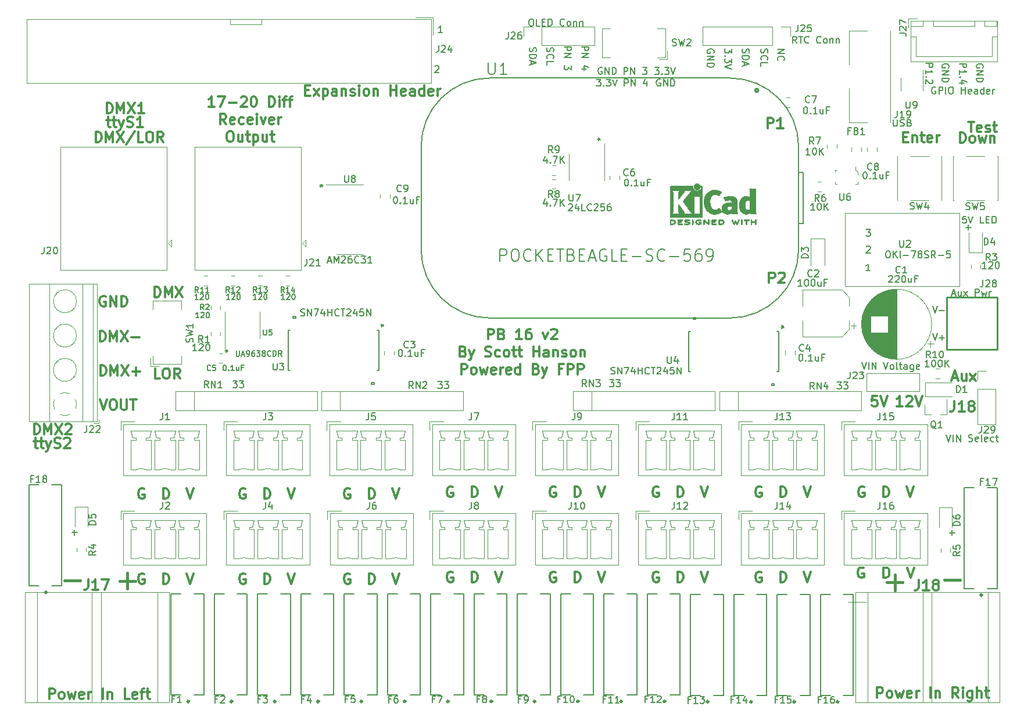
<source format=gbr>
G04 #@! TF.GenerationSoftware,KiCad,Pcbnew,(5.1.6)-1*
G04 #@! TF.CreationDate,2020-09-25T16:17:49-04:00*
G04 #@! TF.ProjectId,PB_16,50425f31-362e-46b6-9963-61645f706362,v2*
G04 #@! TF.SameCoordinates,Original*
G04 #@! TF.FileFunction,Legend,Top*
G04 #@! TF.FilePolarity,Positive*
%FSLAX46Y46*%
G04 Gerber Fmt 4.6, Leading zero omitted, Abs format (unit mm)*
G04 Created by KiCad (PCBNEW (5.1.6)-1) date 2020-09-25 16:17:49*
%MOMM*%
%LPD*%
G01*
G04 APERTURE LIST*
%ADD10C,0.300000*%
%ADD11C,0.150000*%
%ADD12C,0.120000*%
%ADD13C,0.400000*%
%ADD14C,0.010000*%
%ADD15C,0.304800*%
%ADD16C,0.127000*%
%ADD17C,0.254000*%
%ADD18C,0.152400*%
%ADD19C,0.100000*%
G04 APERTURE END LIST*
D10*
X84084514Y-67881171D02*
X84655942Y-67881171D01*
X84298800Y-67381171D02*
X84298800Y-68666885D01*
X84370228Y-68809742D01*
X84513085Y-68881171D01*
X84655942Y-68881171D01*
X84941657Y-67881171D02*
X85513085Y-67881171D01*
X85155942Y-67381171D02*
X85155942Y-68666885D01*
X85227371Y-68809742D01*
X85370228Y-68881171D01*
X85513085Y-68881171D01*
X85870228Y-67881171D02*
X86227371Y-68881171D01*
X86584514Y-67881171D02*
X86227371Y-68881171D01*
X86084514Y-69238314D01*
X86013085Y-69309742D01*
X85870228Y-69381171D01*
X87084514Y-68809742D02*
X87298800Y-68881171D01*
X87655942Y-68881171D01*
X87798800Y-68809742D01*
X87870228Y-68738314D01*
X87941657Y-68595457D01*
X87941657Y-68452600D01*
X87870228Y-68309742D01*
X87798800Y-68238314D01*
X87655942Y-68166885D01*
X87370228Y-68095457D01*
X87227371Y-68024028D01*
X87155942Y-67952600D01*
X87084514Y-67809742D01*
X87084514Y-67666885D01*
X87155942Y-67524028D01*
X87227371Y-67452600D01*
X87370228Y-67381171D01*
X87727371Y-67381171D01*
X87941657Y-67452600D01*
X89370228Y-68881171D02*
X88513085Y-68881171D01*
X88941657Y-68881171D02*
X88941657Y-67381171D01*
X88798800Y-67595457D01*
X88655942Y-67738314D01*
X88513085Y-67809742D01*
X73484514Y-114731171D02*
X74055942Y-114731171D01*
X73698800Y-114231171D02*
X73698800Y-115516885D01*
X73770228Y-115659742D01*
X73913085Y-115731171D01*
X74055942Y-115731171D01*
X74341657Y-114731171D02*
X74913085Y-114731171D01*
X74555942Y-114231171D02*
X74555942Y-115516885D01*
X74627371Y-115659742D01*
X74770228Y-115731171D01*
X74913085Y-115731171D01*
X75270228Y-114731171D02*
X75627371Y-115731171D01*
X75984514Y-114731171D02*
X75627371Y-115731171D01*
X75484514Y-116088314D01*
X75413085Y-116159742D01*
X75270228Y-116231171D01*
X76484514Y-115659742D02*
X76698800Y-115731171D01*
X77055942Y-115731171D01*
X77198800Y-115659742D01*
X77270228Y-115588314D01*
X77341657Y-115445457D01*
X77341657Y-115302600D01*
X77270228Y-115159742D01*
X77198800Y-115088314D01*
X77055942Y-115016885D01*
X76770228Y-114945457D01*
X76627371Y-114874028D01*
X76555942Y-114802600D01*
X76484514Y-114659742D01*
X76484514Y-114516885D01*
X76555942Y-114374028D01*
X76627371Y-114302600D01*
X76770228Y-114231171D01*
X77127371Y-114231171D01*
X77341657Y-114302600D01*
X77913085Y-114374028D02*
X77984514Y-114302600D01*
X78127371Y-114231171D01*
X78484514Y-114231171D01*
X78627371Y-114302600D01*
X78698800Y-114374028D01*
X78770228Y-114516885D01*
X78770228Y-114659742D01*
X78698800Y-114874028D01*
X77841657Y-115731171D01*
X78770228Y-115731171D01*
D11*
X209247847Y-83524028D02*
X210009752Y-83524028D01*
X209628800Y-83904980D02*
X209628800Y-83143076D01*
X206897847Y-128074028D02*
X207659752Y-128074028D01*
X207278800Y-128454980D02*
X207278800Y-127693076D01*
D10*
X207325942Y-105472600D02*
X208040228Y-105472600D01*
X207183085Y-105901171D02*
X207683085Y-104401171D01*
X208183085Y-105901171D01*
X209325942Y-104901171D02*
X209325942Y-105901171D01*
X208683085Y-104901171D02*
X208683085Y-105686885D01*
X208754514Y-105829742D01*
X208897371Y-105901171D01*
X209111657Y-105901171D01*
X209254514Y-105829742D01*
X209325942Y-105758314D01*
X209897371Y-105901171D02*
X210683085Y-104901171D01*
X209897371Y-104901171D02*
X210683085Y-105901171D01*
X180616097Y-91627491D02*
X180616097Y-90127491D01*
X181187525Y-90127491D01*
X181330382Y-90198920D01*
X181401811Y-90270348D01*
X181473240Y-90413205D01*
X181473240Y-90627491D01*
X181401811Y-90770348D01*
X181330382Y-90841777D01*
X181187525Y-90913205D01*
X180616097Y-90913205D01*
X182044668Y-90270348D02*
X182116097Y-90198920D01*
X182258954Y-90127491D01*
X182616097Y-90127491D01*
X182758954Y-90198920D01*
X182830382Y-90270348D01*
X182901811Y-90413205D01*
X182901811Y-90556062D01*
X182830382Y-90770348D01*
X181973240Y-91627491D01*
X182901811Y-91627491D01*
D11*
X159469222Y-61214540D02*
X159469222Y-60214540D01*
X159850175Y-60214540D01*
X159945413Y-60262160D01*
X159993032Y-60309779D01*
X160040651Y-60405017D01*
X160040651Y-60547874D01*
X159993032Y-60643112D01*
X159945413Y-60690731D01*
X159850175Y-60738350D01*
X159469222Y-60738350D01*
X160469222Y-61214540D02*
X160469222Y-60214540D01*
X161040651Y-61214540D01*
X161040651Y-60214540D01*
X162183508Y-60214540D02*
X162802556Y-60214540D01*
X162469222Y-60595493D01*
X162612080Y-60595493D01*
X162707318Y-60643112D01*
X162754937Y-60690731D01*
X162802556Y-60785969D01*
X162802556Y-61024064D01*
X162754937Y-61119302D01*
X162707318Y-61166921D01*
X162612080Y-61214540D01*
X162326365Y-61214540D01*
X162231127Y-61166921D01*
X162183508Y-61119302D01*
D10*
X91877371Y-105591171D02*
X91163085Y-105591171D01*
X91163085Y-104091171D01*
X92663085Y-104091171D02*
X92948800Y-104091171D01*
X93091657Y-104162600D01*
X93234514Y-104305457D01*
X93305942Y-104591171D01*
X93305942Y-105091171D01*
X93234514Y-105376885D01*
X93091657Y-105519742D01*
X92948800Y-105591171D01*
X92663085Y-105591171D01*
X92520228Y-105519742D01*
X92377371Y-105376885D01*
X92305942Y-105091171D01*
X92305942Y-104591171D01*
X92377371Y-104305457D01*
X92520228Y-104162600D01*
X92663085Y-104091171D01*
X94805942Y-105591171D02*
X94305942Y-104876885D01*
X93948800Y-105591171D02*
X93948800Y-104091171D01*
X94520228Y-104091171D01*
X94663085Y-104162600D01*
X94734514Y-104234028D01*
X94805942Y-104376885D01*
X94805942Y-104591171D01*
X94734514Y-104734028D01*
X94663085Y-104805457D01*
X94520228Y-104876885D01*
X93948800Y-104876885D01*
X91084514Y-93711171D02*
X91084514Y-92211171D01*
X91441657Y-92211171D01*
X91655942Y-92282600D01*
X91798800Y-92425457D01*
X91870228Y-92568314D01*
X91941657Y-92854028D01*
X91941657Y-93068314D01*
X91870228Y-93354028D01*
X91798800Y-93496885D01*
X91655942Y-93639742D01*
X91441657Y-93711171D01*
X91084514Y-93711171D01*
X92584514Y-93711171D02*
X92584514Y-92211171D01*
X93084514Y-93282600D01*
X93584514Y-92211171D01*
X93584514Y-93711171D01*
X94155942Y-92211171D02*
X95155942Y-93711171D01*
X95155942Y-92211171D02*
X94155942Y-93711171D01*
X209591657Y-68121171D02*
X210448800Y-68121171D01*
X210020228Y-69621171D02*
X210020228Y-68121171D01*
X211520228Y-69549742D02*
X211377371Y-69621171D01*
X211091657Y-69621171D01*
X210948800Y-69549742D01*
X210877371Y-69406885D01*
X210877371Y-68835457D01*
X210948800Y-68692600D01*
X211091657Y-68621171D01*
X211377371Y-68621171D01*
X211520228Y-68692600D01*
X211591657Y-68835457D01*
X211591657Y-68978314D01*
X210877371Y-69121171D01*
X212163085Y-69549742D02*
X212305942Y-69621171D01*
X212591657Y-69621171D01*
X212734514Y-69549742D01*
X212805942Y-69406885D01*
X212805942Y-69335457D01*
X212734514Y-69192600D01*
X212591657Y-69121171D01*
X212377371Y-69121171D01*
X212234514Y-69049742D01*
X212163085Y-68906885D01*
X212163085Y-68835457D01*
X212234514Y-68692600D01*
X212377371Y-68621171D01*
X212591657Y-68621171D01*
X212734514Y-68692600D01*
X213234514Y-68621171D02*
X213805942Y-68621171D01*
X213448800Y-68121171D02*
X213448800Y-69406885D01*
X213520228Y-69549742D01*
X213663085Y-69621171D01*
X213805942Y-69621171D01*
X208393085Y-71171171D02*
X208393085Y-69671171D01*
X208750228Y-69671171D01*
X208964514Y-69742600D01*
X209107371Y-69885457D01*
X209178800Y-70028314D01*
X209250228Y-70314028D01*
X209250228Y-70528314D01*
X209178800Y-70814028D01*
X209107371Y-70956885D01*
X208964514Y-71099742D01*
X208750228Y-71171171D01*
X208393085Y-71171171D01*
X210107371Y-71171171D02*
X209964514Y-71099742D01*
X209893085Y-71028314D01*
X209821657Y-70885457D01*
X209821657Y-70456885D01*
X209893085Y-70314028D01*
X209964514Y-70242600D01*
X210107371Y-70171171D01*
X210321657Y-70171171D01*
X210464514Y-70242600D01*
X210535942Y-70314028D01*
X210607371Y-70456885D01*
X210607371Y-70885457D01*
X210535942Y-71028314D01*
X210464514Y-71099742D01*
X210321657Y-71171171D01*
X210107371Y-71171171D01*
X211107371Y-70171171D02*
X211393085Y-71171171D01*
X211678800Y-70456885D01*
X211964514Y-71171171D01*
X212250228Y-70171171D01*
X212821657Y-70171171D02*
X212821657Y-71171171D01*
X212821657Y-70314028D02*
X212893085Y-70242600D01*
X213035942Y-70171171D01*
X213250228Y-70171171D01*
X213393085Y-70242600D01*
X213464514Y-70385457D01*
X213464514Y-71171171D01*
X200163085Y-70345457D02*
X200663085Y-70345457D01*
X200877371Y-71131171D02*
X200163085Y-71131171D01*
X200163085Y-69631171D01*
X200877371Y-69631171D01*
X201520228Y-70131171D02*
X201520228Y-71131171D01*
X201520228Y-70274028D02*
X201591657Y-70202600D01*
X201734514Y-70131171D01*
X201948800Y-70131171D01*
X202091657Y-70202600D01*
X202163085Y-70345457D01*
X202163085Y-71131171D01*
X202663085Y-70131171D02*
X203234514Y-70131171D01*
X202877371Y-69631171D02*
X202877371Y-70916885D01*
X202948800Y-71059742D01*
X203091657Y-71131171D01*
X203234514Y-71131171D01*
X204305942Y-71059742D02*
X204163085Y-71131171D01*
X203877371Y-71131171D01*
X203734514Y-71059742D01*
X203663085Y-70916885D01*
X203663085Y-70345457D01*
X203734514Y-70202600D01*
X203877371Y-70131171D01*
X204163085Y-70131171D01*
X204305942Y-70202600D01*
X204377371Y-70345457D01*
X204377371Y-70488314D01*
X203663085Y-70631171D01*
X205020228Y-71131171D02*
X205020228Y-70131171D01*
X205020228Y-70416885D02*
X205091657Y-70274028D01*
X205163085Y-70202600D01*
X205305942Y-70131171D01*
X205448800Y-70131171D01*
X207594514Y-108891171D02*
X207594514Y-109962600D01*
X207523085Y-110176885D01*
X207380228Y-110319742D01*
X207165942Y-110391171D01*
X207023085Y-110391171D01*
X209094514Y-110391171D02*
X208237371Y-110391171D01*
X208665942Y-110391171D02*
X208665942Y-108891171D01*
X208523085Y-109105457D01*
X208380228Y-109248314D01*
X208237371Y-109319742D01*
X209951657Y-109534028D02*
X209808800Y-109462600D01*
X209737371Y-109391171D01*
X209665942Y-109248314D01*
X209665942Y-109176885D01*
X209737371Y-109034028D01*
X209808800Y-108962600D01*
X209951657Y-108891171D01*
X210237371Y-108891171D01*
X210380228Y-108962600D01*
X210451657Y-109034028D01*
X210523085Y-109176885D01*
X210523085Y-109248314D01*
X210451657Y-109391171D01*
X210380228Y-109462600D01*
X210237371Y-109534028D01*
X209951657Y-109534028D01*
X209808800Y-109605457D01*
X209737371Y-109676885D01*
X209665942Y-109819742D01*
X209665942Y-110105457D01*
X209737371Y-110248314D01*
X209808800Y-110319742D01*
X209951657Y-110391171D01*
X210237371Y-110391171D01*
X210380228Y-110319742D01*
X210451657Y-110248314D01*
X210523085Y-110105457D01*
X210523085Y-109819742D01*
X210451657Y-109676885D01*
X210380228Y-109605457D01*
X210237371Y-109534028D01*
D11*
X131943085Y-60050219D02*
X131990704Y-60002600D01*
X132085942Y-59954980D01*
X132324038Y-59954980D01*
X132419276Y-60002600D01*
X132466895Y-60050219D01*
X132514514Y-60145457D01*
X132514514Y-60240695D01*
X132466895Y-60383552D01*
X131895466Y-60954980D01*
X132514514Y-60954980D01*
X204426419Y-95004980D02*
X204759752Y-96004980D01*
X205093085Y-95004980D01*
X205426419Y-95624028D02*
X206188323Y-95624028D01*
X204426419Y-99004980D02*
X204759752Y-100004980D01*
X205093085Y-99004980D01*
X205426419Y-99624028D02*
X206188323Y-99624028D01*
X205807371Y-100004980D02*
X205807371Y-99243076D01*
X133014514Y-55104980D02*
X132443085Y-55104980D01*
X132728800Y-55104980D02*
X132728800Y-54104980D01*
X132633561Y-54247838D01*
X132538323Y-54343076D01*
X132443085Y-54390695D01*
X194741266Y-83824180D02*
X195360314Y-83824180D01*
X195026980Y-84205133D01*
X195169838Y-84205133D01*
X195265076Y-84252752D01*
X195312695Y-84300371D01*
X195360314Y-84395609D01*
X195360314Y-84633704D01*
X195312695Y-84728942D01*
X195265076Y-84776561D01*
X195169838Y-84824180D01*
X194884123Y-84824180D01*
X194788885Y-84776561D01*
X194741266Y-84728942D01*
X194793085Y-86350219D02*
X194840704Y-86302600D01*
X194935942Y-86254980D01*
X195174038Y-86254980D01*
X195269276Y-86302600D01*
X195316895Y-86350219D01*
X195364514Y-86445457D01*
X195364514Y-86540695D01*
X195316895Y-86683552D01*
X194745466Y-87254980D01*
X195364514Y-87254980D01*
X195314514Y-89854980D02*
X194743085Y-89854980D01*
X195028800Y-89854980D02*
X195028800Y-88854980D01*
X194933561Y-88997838D01*
X194838323Y-89093076D01*
X194743085Y-89140695D01*
D12*
X106625960Y-53925680D02*
X106625960Y-53125680D01*
X102125960Y-53925680D02*
X106625960Y-53925680D01*
X102125960Y-53125680D02*
X102125960Y-53925680D01*
D11*
X153295299Y-57195382D02*
X154295299Y-57195382D01*
X154295299Y-57576335D01*
X154247680Y-57671573D01*
X154200060Y-57719192D01*
X154104822Y-57766811D01*
X153961965Y-57766811D01*
X153866727Y-57719192D01*
X153819108Y-57671573D01*
X153771489Y-57576335D01*
X153771489Y-57195382D01*
X153295299Y-58195382D02*
X154295299Y-58195382D01*
X153295299Y-58766811D01*
X154295299Y-58766811D01*
X153961965Y-60433478D02*
X153295299Y-60433478D01*
X154342918Y-60195382D02*
X153628632Y-59957287D01*
X153628632Y-60576335D01*
X150755299Y-57195382D02*
X151755299Y-57195382D01*
X151755299Y-57576335D01*
X151707680Y-57671573D01*
X151660060Y-57719192D01*
X151564822Y-57766811D01*
X151421965Y-57766811D01*
X151326727Y-57719192D01*
X151279108Y-57671573D01*
X151231489Y-57576335D01*
X151231489Y-57195382D01*
X150755299Y-58195382D02*
X151755299Y-58195382D01*
X150755299Y-58766811D01*
X151755299Y-58766811D01*
X151755299Y-59909668D02*
X151755299Y-60528716D01*
X151374346Y-60195382D01*
X151374346Y-60338240D01*
X151326727Y-60433478D01*
X151279108Y-60481097D01*
X151183870Y-60528716D01*
X150945775Y-60528716D01*
X150850537Y-60481097D01*
X150802918Y-60433478D01*
X150755299Y-60338240D01*
X150755299Y-60052525D01*
X150802918Y-59957287D01*
X150850537Y-59909668D01*
X159536862Y-62917740D02*
X159536862Y-61917740D01*
X159917815Y-61917740D01*
X160013053Y-61965360D01*
X160060672Y-62012979D01*
X160108291Y-62108217D01*
X160108291Y-62251074D01*
X160060672Y-62346312D01*
X160013053Y-62393931D01*
X159917815Y-62441550D01*
X159536862Y-62441550D01*
X160536862Y-62917740D02*
X160536862Y-61917740D01*
X161108291Y-62917740D01*
X161108291Y-61917740D01*
X162774958Y-62251074D02*
X162774958Y-62917740D01*
X162536862Y-61870121D02*
X162298767Y-62584407D01*
X162917815Y-62584407D01*
X156257295Y-60238160D02*
X156162057Y-60190540D01*
X156019200Y-60190540D01*
X155876342Y-60238160D01*
X155781104Y-60333398D01*
X155733485Y-60428636D01*
X155685866Y-60619112D01*
X155685866Y-60761969D01*
X155733485Y-60952445D01*
X155781104Y-61047683D01*
X155876342Y-61142921D01*
X156019200Y-61190540D01*
X156114438Y-61190540D01*
X156257295Y-61142921D01*
X156304914Y-61095302D01*
X156304914Y-60761969D01*
X156114438Y-60761969D01*
X156733485Y-61190540D02*
X156733485Y-60190540D01*
X157304914Y-61190540D01*
X157304914Y-60190540D01*
X157781104Y-61190540D02*
X157781104Y-60190540D01*
X158019200Y-60190540D01*
X158162057Y-60238160D01*
X158257295Y-60333398D01*
X158304914Y-60428636D01*
X158352533Y-60619112D01*
X158352533Y-60761969D01*
X158304914Y-60952445D01*
X158257295Y-61047683D01*
X158162057Y-61142921D01*
X158019200Y-61190540D01*
X157781104Y-61190540D01*
X164761215Y-61965360D02*
X164665977Y-61917740D01*
X164523120Y-61917740D01*
X164380262Y-61965360D01*
X164285024Y-62060598D01*
X164237405Y-62155836D01*
X164189786Y-62346312D01*
X164189786Y-62489169D01*
X164237405Y-62679645D01*
X164285024Y-62774883D01*
X164380262Y-62870121D01*
X164523120Y-62917740D01*
X164618358Y-62917740D01*
X164761215Y-62870121D01*
X164808834Y-62822502D01*
X164808834Y-62489169D01*
X164618358Y-62489169D01*
X165237405Y-62917740D02*
X165237405Y-61917740D01*
X165808834Y-62917740D01*
X165808834Y-61917740D01*
X166285024Y-62917740D02*
X166285024Y-61917740D01*
X166523120Y-61917740D01*
X166665977Y-61965360D01*
X166761215Y-62060598D01*
X166808834Y-62155836D01*
X166856453Y-62346312D01*
X166856453Y-62489169D01*
X166808834Y-62679645D01*
X166761215Y-62774883D01*
X166665977Y-62870121D01*
X166523120Y-62917740D01*
X166285024Y-62917740D01*
X155466809Y-61932980D02*
X156085857Y-61932980D01*
X155752523Y-62313933D01*
X155895380Y-62313933D01*
X155990619Y-62361552D01*
X156038238Y-62409171D01*
X156085857Y-62504409D01*
X156085857Y-62742504D01*
X156038238Y-62837742D01*
X155990619Y-62885361D01*
X155895380Y-62932980D01*
X155609666Y-62932980D01*
X155514428Y-62885361D01*
X155466809Y-62837742D01*
X156514428Y-62837742D02*
X156562047Y-62885361D01*
X156514428Y-62932980D01*
X156466809Y-62885361D01*
X156514428Y-62837742D01*
X156514428Y-62932980D01*
X156895380Y-61932980D02*
X157514428Y-61932980D01*
X157181095Y-62313933D01*
X157323952Y-62313933D01*
X157419190Y-62361552D01*
X157466809Y-62409171D01*
X157514428Y-62504409D01*
X157514428Y-62742504D01*
X157466809Y-62837742D01*
X157419190Y-62885361D01*
X157323952Y-62932980D01*
X157038238Y-62932980D01*
X156943000Y-62885361D01*
X156895380Y-62837742D01*
X157800142Y-61932980D02*
X158133476Y-62932980D01*
X158466809Y-61932980D01*
X163953889Y-60214540D02*
X164572937Y-60214540D01*
X164239603Y-60595493D01*
X164382460Y-60595493D01*
X164477699Y-60643112D01*
X164525318Y-60690731D01*
X164572937Y-60785969D01*
X164572937Y-61024064D01*
X164525318Y-61119302D01*
X164477699Y-61166921D01*
X164382460Y-61214540D01*
X164096746Y-61214540D01*
X164001508Y-61166921D01*
X163953889Y-61119302D01*
X165001508Y-61119302D02*
X165049127Y-61166921D01*
X165001508Y-61214540D01*
X164953889Y-61166921D01*
X165001508Y-61119302D01*
X165001508Y-61214540D01*
X165382460Y-60214540D02*
X166001508Y-60214540D01*
X165668175Y-60595493D01*
X165811032Y-60595493D01*
X165906270Y-60643112D01*
X165953889Y-60690731D01*
X166001508Y-60785969D01*
X166001508Y-61024064D01*
X165953889Y-61119302D01*
X165906270Y-61166921D01*
X165811032Y-61214540D01*
X165525318Y-61214540D01*
X165430080Y-61166921D01*
X165382460Y-61119302D01*
X166287222Y-60214540D02*
X166620556Y-61214540D01*
X166953889Y-60214540D01*
D10*
X180377337Y-69057051D02*
X180377337Y-67557051D01*
X180948765Y-67557051D01*
X181091622Y-67628480D01*
X181163051Y-67699908D01*
X181234480Y-67842765D01*
X181234480Y-68057051D01*
X181163051Y-68199908D01*
X181091622Y-68271337D01*
X180948765Y-68342765D01*
X180377337Y-68342765D01*
X182663051Y-69057051D02*
X181805908Y-69057051D01*
X182234480Y-69057051D02*
X182234480Y-67557051D01*
X182091622Y-67771337D01*
X181948765Y-67914194D01*
X181805908Y-67985622D01*
D11*
X211778680Y-60230255D02*
X211826299Y-60135017D01*
X211826299Y-59992160D01*
X211778680Y-59849302D01*
X211683441Y-59754064D01*
X211588203Y-59706445D01*
X211397727Y-59658826D01*
X211254870Y-59658826D01*
X211064394Y-59706445D01*
X210969156Y-59754064D01*
X210873918Y-59849302D01*
X210826299Y-59992160D01*
X210826299Y-60087398D01*
X210873918Y-60230255D01*
X210921537Y-60277874D01*
X211254870Y-60277874D01*
X211254870Y-60087398D01*
X210826299Y-60706445D02*
X211826299Y-60706445D01*
X210826299Y-61277874D01*
X211826299Y-61277874D01*
X210826299Y-61754064D02*
X211826299Y-61754064D01*
X211826299Y-61992160D01*
X211778680Y-62135017D01*
X211683441Y-62230255D01*
X211588203Y-62277874D01*
X211397727Y-62325493D01*
X211254870Y-62325493D01*
X211064394Y-62277874D01*
X210969156Y-62230255D01*
X210873918Y-62135017D01*
X210826299Y-61992160D01*
X210826299Y-61754064D01*
X206749480Y-60230255D02*
X206797099Y-60135017D01*
X206797099Y-59992160D01*
X206749480Y-59849302D01*
X206654241Y-59754064D01*
X206559003Y-59706445D01*
X206368527Y-59658826D01*
X206225670Y-59658826D01*
X206035194Y-59706445D01*
X205939956Y-59754064D01*
X205844718Y-59849302D01*
X205797099Y-59992160D01*
X205797099Y-60087398D01*
X205844718Y-60230255D01*
X205892337Y-60277874D01*
X206225670Y-60277874D01*
X206225670Y-60087398D01*
X205797099Y-60706445D02*
X206797099Y-60706445D01*
X205797099Y-61277874D01*
X206797099Y-61277874D01*
X205797099Y-61754064D02*
X206797099Y-61754064D01*
X206797099Y-61992160D01*
X206749480Y-62135017D01*
X206654241Y-62230255D01*
X206559003Y-62277874D01*
X206368527Y-62325493D01*
X206225670Y-62325493D01*
X206035194Y-62277874D01*
X205939956Y-62230255D01*
X205844718Y-62135017D01*
X205797099Y-61992160D01*
X205797099Y-61754064D01*
X208387899Y-59641379D02*
X209387899Y-59641379D01*
X209387899Y-60022331D01*
X209340280Y-60117569D01*
X209292660Y-60165188D01*
X209197422Y-60212807D01*
X209054565Y-60212807D01*
X208959327Y-60165188D01*
X208911708Y-60117569D01*
X208864089Y-60022331D01*
X208864089Y-59641379D01*
X208387899Y-61165188D02*
X208387899Y-60593760D01*
X208387899Y-60879474D02*
X209387899Y-60879474D01*
X209245041Y-60784236D01*
X209149803Y-60688998D01*
X209102184Y-60593760D01*
X208483137Y-61593760D02*
X208435518Y-61641379D01*
X208387899Y-61593760D01*
X208435518Y-61546140D01*
X208483137Y-61593760D01*
X208387899Y-61593760D01*
X209054565Y-62498521D02*
X208387899Y-62498521D01*
X209435518Y-62260426D02*
X208721232Y-62022331D01*
X208721232Y-62641379D01*
X203456419Y-59620219D02*
X204456419Y-59620219D01*
X204456419Y-60001171D01*
X204408800Y-60096409D01*
X204361180Y-60144028D01*
X204265942Y-60191647D01*
X204123085Y-60191647D01*
X204027847Y-60144028D01*
X203980228Y-60096409D01*
X203932609Y-60001171D01*
X203932609Y-59620219D01*
X203456419Y-61144028D02*
X203456419Y-60572600D01*
X203456419Y-60858314D02*
X204456419Y-60858314D01*
X204313561Y-60763076D01*
X204218323Y-60667838D01*
X204170704Y-60572600D01*
X203551657Y-61572600D02*
X203504038Y-61620219D01*
X203456419Y-61572600D01*
X203504038Y-61524980D01*
X203551657Y-61572600D01*
X203456419Y-61572600D01*
X204361180Y-62001171D02*
X204408800Y-62048790D01*
X204456419Y-62144028D01*
X204456419Y-62382123D01*
X204408800Y-62477361D01*
X204361180Y-62524980D01*
X204265942Y-62572600D01*
X204170704Y-62572600D01*
X204027847Y-62524980D01*
X203456419Y-61953552D01*
X203456419Y-62572600D01*
X79047847Y-128024028D02*
X79809752Y-128024028D01*
X79428800Y-128404980D02*
X79428800Y-127643076D01*
D10*
X84120228Y-66881171D02*
X84120228Y-65381171D01*
X84477371Y-65381171D01*
X84691657Y-65452600D01*
X84834514Y-65595457D01*
X84905942Y-65738314D01*
X84977371Y-66024028D01*
X84977371Y-66238314D01*
X84905942Y-66524028D01*
X84834514Y-66666885D01*
X84691657Y-66809742D01*
X84477371Y-66881171D01*
X84120228Y-66881171D01*
X85620228Y-66881171D02*
X85620228Y-65381171D01*
X86120228Y-66452600D01*
X86620228Y-65381171D01*
X86620228Y-66881171D01*
X87191657Y-65381171D02*
X88191657Y-66881171D01*
X88191657Y-65381171D02*
X87191657Y-66881171D01*
X89548800Y-66881171D02*
X88691657Y-66881171D01*
X89120228Y-66881171D02*
X89120228Y-65381171D01*
X88977371Y-65595457D01*
X88834514Y-65738314D01*
X88691657Y-65809742D01*
D13*
X197805942Y-135296885D02*
X200091657Y-135296885D01*
X198948800Y-136439742D02*
X198948800Y-134154028D01*
D11*
X148272918Y-57332506D02*
X148225299Y-57475363D01*
X148225299Y-57713459D01*
X148272918Y-57808697D01*
X148320537Y-57856316D01*
X148415775Y-57903935D01*
X148511013Y-57903935D01*
X148606251Y-57856316D01*
X148653870Y-57808697D01*
X148701489Y-57713459D01*
X148749108Y-57522983D01*
X148796727Y-57427744D01*
X148844346Y-57380125D01*
X148939584Y-57332506D01*
X149034822Y-57332506D01*
X149130060Y-57380125D01*
X149177680Y-57427744D01*
X149225299Y-57522983D01*
X149225299Y-57761078D01*
X149177680Y-57903935D01*
X148320537Y-58903935D02*
X148272918Y-58856316D01*
X148225299Y-58713459D01*
X148225299Y-58618221D01*
X148272918Y-58475363D01*
X148368156Y-58380125D01*
X148463394Y-58332506D01*
X148653870Y-58284887D01*
X148796727Y-58284887D01*
X148987203Y-58332506D01*
X149082441Y-58380125D01*
X149177680Y-58475363D01*
X149225299Y-58618221D01*
X149225299Y-58713459D01*
X149177680Y-58856316D01*
X149130060Y-58903935D01*
X148225299Y-59808697D02*
X148225299Y-59332506D01*
X149225299Y-59332506D01*
X145742918Y-57332507D02*
X145695299Y-57475364D01*
X145695299Y-57713459D01*
X145742918Y-57808697D01*
X145790537Y-57856316D01*
X145885775Y-57903935D01*
X145981013Y-57903935D01*
X146076251Y-57856316D01*
X146123870Y-57808697D01*
X146171489Y-57713459D01*
X146219108Y-57522983D01*
X146266727Y-57427745D01*
X146314346Y-57380126D01*
X146409584Y-57332507D01*
X146504822Y-57332507D01*
X146600060Y-57380126D01*
X146647680Y-57427745D01*
X146695299Y-57522983D01*
X146695299Y-57761078D01*
X146647680Y-57903935D01*
X145695299Y-58332507D02*
X146695299Y-58332507D01*
X146695299Y-58570602D01*
X146647680Y-58713459D01*
X146552441Y-58808697D01*
X146457203Y-58856316D01*
X146266727Y-58903935D01*
X146123870Y-58903935D01*
X145933394Y-58856316D01*
X145838156Y-58808697D01*
X145742918Y-58713459D01*
X145695299Y-58570602D01*
X145695299Y-58332507D01*
X145981013Y-59284888D02*
X145981013Y-59761078D01*
X145695299Y-59189650D02*
X146695299Y-59522983D01*
X145695299Y-59856316D01*
D10*
X99820228Y-65931171D02*
X98963085Y-65931171D01*
X99391657Y-65931171D02*
X99391657Y-64431171D01*
X99248800Y-64645457D01*
X99105942Y-64788314D01*
X98963085Y-64859742D01*
X100320228Y-64431171D02*
X101320228Y-64431171D01*
X100677371Y-65931171D01*
X101891657Y-65359742D02*
X103034514Y-65359742D01*
X103677371Y-64574028D02*
X103748800Y-64502600D01*
X103891657Y-64431171D01*
X104248800Y-64431171D01*
X104391657Y-64502600D01*
X104463085Y-64574028D01*
X104534514Y-64716885D01*
X104534514Y-64859742D01*
X104463085Y-65074028D01*
X103605942Y-65931171D01*
X104534514Y-65931171D01*
X105463085Y-64431171D02*
X105605942Y-64431171D01*
X105748800Y-64502600D01*
X105820228Y-64574028D01*
X105891657Y-64716885D01*
X105963085Y-65002600D01*
X105963085Y-65359742D01*
X105891657Y-65645457D01*
X105820228Y-65788314D01*
X105748800Y-65859742D01*
X105605942Y-65931171D01*
X105463085Y-65931171D01*
X105320228Y-65859742D01*
X105248800Y-65788314D01*
X105177371Y-65645457D01*
X105105942Y-65359742D01*
X105105942Y-65002600D01*
X105177371Y-64716885D01*
X105248800Y-64574028D01*
X105320228Y-64502600D01*
X105463085Y-64431171D01*
X107748800Y-65931171D02*
X107748800Y-64431171D01*
X108105942Y-64431171D01*
X108320228Y-64502600D01*
X108463085Y-64645457D01*
X108534514Y-64788314D01*
X108605942Y-65074028D01*
X108605942Y-65288314D01*
X108534514Y-65574028D01*
X108463085Y-65716885D01*
X108320228Y-65859742D01*
X108105942Y-65931171D01*
X107748800Y-65931171D01*
X109248800Y-65931171D02*
X109248800Y-64931171D01*
X109248800Y-64431171D02*
X109177371Y-64502600D01*
X109248800Y-64574028D01*
X109320228Y-64502600D01*
X109248800Y-64431171D01*
X109248800Y-64574028D01*
X109748800Y-64931171D02*
X110320228Y-64931171D01*
X109963085Y-65931171D02*
X109963085Y-64645457D01*
X110034514Y-64502600D01*
X110177371Y-64431171D01*
X110320228Y-64431171D01*
X110605942Y-64931171D02*
X111177371Y-64931171D01*
X110820228Y-65931171D02*
X110820228Y-64645457D01*
X110891657Y-64502600D01*
X111034514Y-64431171D01*
X111177371Y-64431171D01*
X101498800Y-68481171D02*
X100998800Y-67766885D01*
X100641657Y-68481171D02*
X100641657Y-66981171D01*
X101213085Y-66981171D01*
X101355942Y-67052600D01*
X101427371Y-67124028D01*
X101498800Y-67266885D01*
X101498800Y-67481171D01*
X101427371Y-67624028D01*
X101355942Y-67695457D01*
X101213085Y-67766885D01*
X100641657Y-67766885D01*
X102713085Y-68409742D02*
X102570228Y-68481171D01*
X102284514Y-68481171D01*
X102141657Y-68409742D01*
X102070228Y-68266885D01*
X102070228Y-67695457D01*
X102141657Y-67552600D01*
X102284514Y-67481171D01*
X102570228Y-67481171D01*
X102713085Y-67552600D01*
X102784514Y-67695457D01*
X102784514Y-67838314D01*
X102070228Y-67981171D01*
X104070228Y-68409742D02*
X103927371Y-68481171D01*
X103641657Y-68481171D01*
X103498800Y-68409742D01*
X103427371Y-68338314D01*
X103355942Y-68195457D01*
X103355942Y-67766885D01*
X103427371Y-67624028D01*
X103498800Y-67552600D01*
X103641657Y-67481171D01*
X103927371Y-67481171D01*
X104070228Y-67552600D01*
X105284514Y-68409742D02*
X105141657Y-68481171D01*
X104855942Y-68481171D01*
X104713085Y-68409742D01*
X104641657Y-68266885D01*
X104641657Y-67695457D01*
X104713085Y-67552600D01*
X104855942Y-67481171D01*
X105141657Y-67481171D01*
X105284514Y-67552600D01*
X105355942Y-67695457D01*
X105355942Y-67838314D01*
X104641657Y-67981171D01*
X105998800Y-68481171D02*
X105998800Y-67481171D01*
X105998800Y-66981171D02*
X105927371Y-67052600D01*
X105998800Y-67124028D01*
X106070228Y-67052600D01*
X105998800Y-66981171D01*
X105998800Y-67124028D01*
X106570228Y-67481171D02*
X106927371Y-68481171D01*
X107284514Y-67481171D01*
X108427371Y-68409742D02*
X108284514Y-68481171D01*
X107998800Y-68481171D01*
X107855942Y-68409742D01*
X107784514Y-68266885D01*
X107784514Y-67695457D01*
X107855942Y-67552600D01*
X107998800Y-67481171D01*
X108284514Y-67481171D01*
X108427371Y-67552600D01*
X108498800Y-67695457D01*
X108498800Y-67838314D01*
X107784514Y-67981171D01*
X109141657Y-68481171D02*
X109141657Y-67481171D01*
X109141657Y-67766885D02*
X109213085Y-67624028D01*
X109284514Y-67552600D01*
X109427371Y-67481171D01*
X109570228Y-67481171D01*
X101963085Y-69531171D02*
X102248800Y-69531171D01*
X102391657Y-69602600D01*
X102534514Y-69745457D01*
X102605942Y-70031171D01*
X102605942Y-70531171D01*
X102534514Y-70816885D01*
X102391657Y-70959742D01*
X102248800Y-71031171D01*
X101963085Y-71031171D01*
X101820228Y-70959742D01*
X101677371Y-70816885D01*
X101605942Y-70531171D01*
X101605942Y-70031171D01*
X101677371Y-69745457D01*
X101820228Y-69602600D01*
X101963085Y-69531171D01*
X103891657Y-70031171D02*
X103891657Y-71031171D01*
X103248800Y-70031171D02*
X103248800Y-70816885D01*
X103320228Y-70959742D01*
X103463085Y-71031171D01*
X103677371Y-71031171D01*
X103820228Y-70959742D01*
X103891657Y-70888314D01*
X104391657Y-70031171D02*
X104963085Y-70031171D01*
X104605942Y-69531171D02*
X104605942Y-70816885D01*
X104677371Y-70959742D01*
X104820228Y-71031171D01*
X104963085Y-71031171D01*
X105463085Y-70031171D02*
X105463085Y-71531171D01*
X105463085Y-70102600D02*
X105605942Y-70031171D01*
X105891657Y-70031171D01*
X106034514Y-70102600D01*
X106105942Y-70174028D01*
X106177371Y-70316885D01*
X106177371Y-70745457D01*
X106105942Y-70888314D01*
X106034514Y-70959742D01*
X105891657Y-71031171D01*
X105605942Y-71031171D01*
X105463085Y-70959742D01*
X107463085Y-70031171D02*
X107463085Y-71031171D01*
X106820228Y-70031171D02*
X106820228Y-70816885D01*
X106891657Y-70959742D01*
X107034514Y-71031171D01*
X107248800Y-71031171D01*
X107391657Y-70959742D01*
X107463085Y-70888314D01*
X107963085Y-70031171D02*
X108534514Y-70031171D01*
X108177371Y-69531171D02*
X108177371Y-70816885D01*
X108248800Y-70959742D01*
X108391657Y-71031171D01*
X108534514Y-71031171D01*
X82505942Y-71081171D02*
X82505942Y-69581171D01*
X82863085Y-69581171D01*
X83077371Y-69652600D01*
X83220228Y-69795457D01*
X83291657Y-69938314D01*
X83363085Y-70224028D01*
X83363085Y-70438314D01*
X83291657Y-70724028D01*
X83220228Y-70866885D01*
X83077371Y-71009742D01*
X82863085Y-71081171D01*
X82505942Y-71081171D01*
X84005942Y-71081171D02*
X84005942Y-69581171D01*
X84505942Y-70652600D01*
X85005942Y-69581171D01*
X85005942Y-71081171D01*
X85577371Y-69581171D02*
X86577371Y-71081171D01*
X86577371Y-69581171D02*
X85577371Y-71081171D01*
X88220228Y-69509742D02*
X86934514Y-71438314D01*
X89434514Y-71081171D02*
X88720228Y-71081171D01*
X88720228Y-69581171D01*
X90220228Y-69581171D02*
X90505942Y-69581171D01*
X90648800Y-69652600D01*
X90791657Y-69795457D01*
X90863085Y-70081171D01*
X90863085Y-70581171D01*
X90791657Y-70866885D01*
X90648800Y-71009742D01*
X90505942Y-71081171D01*
X90220228Y-71081171D01*
X90077371Y-71009742D01*
X89934514Y-70866885D01*
X89863085Y-70581171D01*
X89863085Y-70081171D01*
X89934514Y-69795457D01*
X90077371Y-69652600D01*
X90220228Y-69581171D01*
X92363085Y-71081171D02*
X91863085Y-70366885D01*
X91505942Y-71081171D02*
X91505942Y-69581171D01*
X92077371Y-69581171D01*
X92220228Y-69652600D01*
X92291657Y-69724028D01*
X92363085Y-69866885D01*
X92363085Y-70081171D01*
X92291657Y-70224028D01*
X92220228Y-70295457D01*
X92077371Y-70366885D01*
X91505942Y-70366885D01*
X139654480Y-99842011D02*
X139654480Y-98342011D01*
X140225908Y-98342011D01*
X140368765Y-98413440D01*
X140440194Y-98484868D01*
X140511622Y-98627725D01*
X140511622Y-98842011D01*
X140440194Y-98984868D01*
X140368765Y-99056297D01*
X140225908Y-99127725D01*
X139654480Y-99127725D01*
X141654480Y-99056297D02*
X141868765Y-99127725D01*
X141940194Y-99199154D01*
X142011622Y-99342011D01*
X142011622Y-99556297D01*
X141940194Y-99699154D01*
X141868765Y-99770582D01*
X141725908Y-99842011D01*
X141154480Y-99842011D01*
X141154480Y-98342011D01*
X141654480Y-98342011D01*
X141797337Y-98413440D01*
X141868765Y-98484868D01*
X141940194Y-98627725D01*
X141940194Y-98770582D01*
X141868765Y-98913440D01*
X141797337Y-98984868D01*
X141654480Y-99056297D01*
X141154480Y-99056297D01*
X144583051Y-99842011D02*
X143725908Y-99842011D01*
X144154480Y-99842011D02*
X144154480Y-98342011D01*
X144011622Y-98556297D01*
X143868765Y-98699154D01*
X143725908Y-98770582D01*
X145868765Y-98342011D02*
X145583051Y-98342011D01*
X145440194Y-98413440D01*
X145368765Y-98484868D01*
X145225908Y-98699154D01*
X145154480Y-98984868D01*
X145154480Y-99556297D01*
X145225908Y-99699154D01*
X145297337Y-99770582D01*
X145440194Y-99842011D01*
X145725908Y-99842011D01*
X145868765Y-99770582D01*
X145940194Y-99699154D01*
X146011622Y-99556297D01*
X146011622Y-99199154D01*
X145940194Y-99056297D01*
X145868765Y-98984868D01*
X145725908Y-98913440D01*
X145440194Y-98913440D01*
X145297337Y-98984868D01*
X145225908Y-99056297D01*
X145154480Y-99199154D01*
X147654480Y-98842011D02*
X148011622Y-99842011D01*
X148368765Y-98842011D01*
X148868765Y-98484868D02*
X148940194Y-98413440D01*
X149083051Y-98342011D01*
X149440194Y-98342011D01*
X149583051Y-98413440D01*
X149654480Y-98484868D01*
X149725908Y-98627725D01*
X149725908Y-98770582D01*
X149654480Y-98984868D01*
X148797337Y-99842011D01*
X149725908Y-99842011D01*
X136047337Y-101606297D02*
X136261622Y-101677725D01*
X136333051Y-101749154D01*
X136404480Y-101892011D01*
X136404480Y-102106297D01*
X136333051Y-102249154D01*
X136261622Y-102320582D01*
X136118765Y-102392011D01*
X135547337Y-102392011D01*
X135547337Y-100892011D01*
X136047337Y-100892011D01*
X136190194Y-100963440D01*
X136261622Y-101034868D01*
X136333051Y-101177725D01*
X136333051Y-101320582D01*
X136261622Y-101463440D01*
X136190194Y-101534868D01*
X136047337Y-101606297D01*
X135547337Y-101606297D01*
X136904480Y-101392011D02*
X137261622Y-102392011D01*
X137618765Y-101392011D02*
X137261622Y-102392011D01*
X137118765Y-102749154D01*
X137047337Y-102820582D01*
X136904480Y-102892011D01*
X139261622Y-102320582D02*
X139475908Y-102392011D01*
X139833051Y-102392011D01*
X139975908Y-102320582D01*
X140047337Y-102249154D01*
X140118765Y-102106297D01*
X140118765Y-101963440D01*
X140047337Y-101820582D01*
X139975908Y-101749154D01*
X139833051Y-101677725D01*
X139547337Y-101606297D01*
X139404480Y-101534868D01*
X139333051Y-101463440D01*
X139261622Y-101320582D01*
X139261622Y-101177725D01*
X139333051Y-101034868D01*
X139404480Y-100963440D01*
X139547337Y-100892011D01*
X139904480Y-100892011D01*
X140118765Y-100963440D01*
X141404480Y-102320582D02*
X141261622Y-102392011D01*
X140975908Y-102392011D01*
X140833051Y-102320582D01*
X140761622Y-102249154D01*
X140690194Y-102106297D01*
X140690194Y-101677725D01*
X140761622Y-101534868D01*
X140833051Y-101463440D01*
X140975908Y-101392011D01*
X141261622Y-101392011D01*
X141404480Y-101463440D01*
X142261622Y-102392011D02*
X142118765Y-102320582D01*
X142047337Y-102249154D01*
X141975908Y-102106297D01*
X141975908Y-101677725D01*
X142047337Y-101534868D01*
X142118765Y-101463440D01*
X142261622Y-101392011D01*
X142475908Y-101392011D01*
X142618765Y-101463440D01*
X142690194Y-101534868D01*
X142761622Y-101677725D01*
X142761622Y-102106297D01*
X142690194Y-102249154D01*
X142618765Y-102320582D01*
X142475908Y-102392011D01*
X142261622Y-102392011D01*
X143190194Y-101392011D02*
X143761622Y-101392011D01*
X143404480Y-100892011D02*
X143404480Y-102177725D01*
X143475908Y-102320582D01*
X143618765Y-102392011D01*
X143761622Y-102392011D01*
X144047337Y-101392011D02*
X144618765Y-101392011D01*
X144261622Y-100892011D02*
X144261622Y-102177725D01*
X144333051Y-102320582D01*
X144475908Y-102392011D01*
X144618765Y-102392011D01*
X146261622Y-102392011D02*
X146261622Y-100892011D01*
X146261622Y-101606297D02*
X147118765Y-101606297D01*
X147118765Y-102392011D02*
X147118765Y-100892011D01*
X148475908Y-102392011D02*
X148475908Y-101606297D01*
X148404480Y-101463440D01*
X148261622Y-101392011D01*
X147975908Y-101392011D01*
X147833051Y-101463440D01*
X148475908Y-102320582D02*
X148333051Y-102392011D01*
X147975908Y-102392011D01*
X147833051Y-102320582D01*
X147761622Y-102177725D01*
X147761622Y-102034868D01*
X147833051Y-101892011D01*
X147975908Y-101820582D01*
X148333051Y-101820582D01*
X148475908Y-101749154D01*
X149190194Y-101392011D02*
X149190194Y-102392011D01*
X149190194Y-101534868D02*
X149261622Y-101463440D01*
X149404480Y-101392011D01*
X149618765Y-101392011D01*
X149761622Y-101463440D01*
X149833051Y-101606297D01*
X149833051Y-102392011D01*
X150475908Y-102320582D02*
X150618765Y-102392011D01*
X150904480Y-102392011D01*
X151047337Y-102320582D01*
X151118765Y-102177725D01*
X151118765Y-102106297D01*
X151047337Y-101963440D01*
X150904480Y-101892011D01*
X150690194Y-101892011D01*
X150547337Y-101820582D01*
X150475908Y-101677725D01*
X150475908Y-101606297D01*
X150547337Y-101463440D01*
X150690194Y-101392011D01*
X150904480Y-101392011D01*
X151047337Y-101463440D01*
X151975908Y-102392011D02*
X151833051Y-102320582D01*
X151761622Y-102249154D01*
X151690194Y-102106297D01*
X151690194Y-101677725D01*
X151761622Y-101534868D01*
X151833051Y-101463440D01*
X151975908Y-101392011D01*
X152190194Y-101392011D01*
X152333051Y-101463440D01*
X152404480Y-101534868D01*
X152475908Y-101677725D01*
X152475908Y-102106297D01*
X152404480Y-102249154D01*
X152333051Y-102320582D01*
X152190194Y-102392011D01*
X151975908Y-102392011D01*
X153118765Y-101392011D02*
X153118765Y-102392011D01*
X153118765Y-101534868D02*
X153190194Y-101463440D01*
X153333051Y-101392011D01*
X153547337Y-101392011D01*
X153690194Y-101463440D01*
X153761622Y-101606297D01*
X153761622Y-102392011D01*
X135761622Y-104942011D02*
X135761622Y-103442011D01*
X136333051Y-103442011D01*
X136475908Y-103513440D01*
X136547337Y-103584868D01*
X136618765Y-103727725D01*
X136618765Y-103942011D01*
X136547337Y-104084868D01*
X136475908Y-104156297D01*
X136333051Y-104227725D01*
X135761622Y-104227725D01*
X137475908Y-104942011D02*
X137333051Y-104870582D01*
X137261622Y-104799154D01*
X137190194Y-104656297D01*
X137190194Y-104227725D01*
X137261622Y-104084868D01*
X137333051Y-104013440D01*
X137475908Y-103942011D01*
X137690194Y-103942011D01*
X137833051Y-104013440D01*
X137904480Y-104084868D01*
X137975908Y-104227725D01*
X137975908Y-104656297D01*
X137904480Y-104799154D01*
X137833051Y-104870582D01*
X137690194Y-104942011D01*
X137475908Y-104942011D01*
X138475908Y-103942011D02*
X138761622Y-104942011D01*
X139047337Y-104227725D01*
X139333051Y-104942011D01*
X139618765Y-103942011D01*
X140761622Y-104870582D02*
X140618765Y-104942011D01*
X140333051Y-104942011D01*
X140190194Y-104870582D01*
X140118765Y-104727725D01*
X140118765Y-104156297D01*
X140190194Y-104013440D01*
X140333051Y-103942011D01*
X140618765Y-103942011D01*
X140761622Y-104013440D01*
X140833051Y-104156297D01*
X140833051Y-104299154D01*
X140118765Y-104442011D01*
X141475908Y-104942011D02*
X141475908Y-103942011D01*
X141475908Y-104227725D02*
X141547337Y-104084868D01*
X141618765Y-104013440D01*
X141761622Y-103942011D01*
X141904480Y-103942011D01*
X142975908Y-104870582D02*
X142833051Y-104942011D01*
X142547337Y-104942011D01*
X142404480Y-104870582D01*
X142333051Y-104727725D01*
X142333051Y-104156297D01*
X142404480Y-104013440D01*
X142547337Y-103942011D01*
X142833051Y-103942011D01*
X142975908Y-104013440D01*
X143047337Y-104156297D01*
X143047337Y-104299154D01*
X142333051Y-104442011D01*
X144333051Y-104942011D02*
X144333051Y-103442011D01*
X144333051Y-104870582D02*
X144190194Y-104942011D01*
X143904480Y-104942011D01*
X143761622Y-104870582D01*
X143690194Y-104799154D01*
X143618765Y-104656297D01*
X143618765Y-104227725D01*
X143690194Y-104084868D01*
X143761622Y-104013440D01*
X143904480Y-103942011D01*
X144190194Y-103942011D01*
X144333051Y-104013440D01*
X146690194Y-104156297D02*
X146904480Y-104227725D01*
X146975908Y-104299154D01*
X147047337Y-104442011D01*
X147047337Y-104656297D01*
X146975908Y-104799154D01*
X146904480Y-104870582D01*
X146761622Y-104942011D01*
X146190194Y-104942011D01*
X146190194Y-103442011D01*
X146690194Y-103442011D01*
X146833051Y-103513440D01*
X146904480Y-103584868D01*
X146975908Y-103727725D01*
X146975908Y-103870582D01*
X146904480Y-104013440D01*
X146833051Y-104084868D01*
X146690194Y-104156297D01*
X146190194Y-104156297D01*
X147547337Y-103942011D02*
X147904480Y-104942011D01*
X148261622Y-103942011D02*
X147904480Y-104942011D01*
X147761622Y-105299154D01*
X147690194Y-105370582D01*
X147547337Y-105442011D01*
X150475908Y-104156297D02*
X149975908Y-104156297D01*
X149975908Y-104942011D02*
X149975908Y-103442011D01*
X150690194Y-103442011D01*
X151261622Y-104942011D02*
X151261622Y-103442011D01*
X151833051Y-103442011D01*
X151975908Y-103513440D01*
X152047337Y-103584868D01*
X152118765Y-103727725D01*
X152118765Y-103942011D01*
X152047337Y-104084868D01*
X151975908Y-104156297D01*
X151833051Y-104227725D01*
X151261622Y-104227725D01*
X152761622Y-104942011D02*
X152761622Y-103442011D01*
X153333051Y-103442011D01*
X153475908Y-103513440D01*
X153547337Y-103584868D01*
X153618765Y-103727725D01*
X153618765Y-103942011D01*
X153547337Y-104084868D01*
X153475908Y-104156297D01*
X153333051Y-104227725D01*
X152761622Y-104227725D01*
X200042428Y-109642771D02*
X199185285Y-109642771D01*
X199613857Y-109642771D02*
X199613857Y-108142771D01*
X199471000Y-108357057D01*
X199328142Y-108499914D01*
X199185285Y-108571342D01*
X200613857Y-108285628D02*
X200685285Y-108214200D01*
X200828142Y-108142771D01*
X201185285Y-108142771D01*
X201328142Y-108214200D01*
X201399571Y-108285628D01*
X201471000Y-108428485D01*
X201471000Y-108571342D01*
X201399571Y-108785628D01*
X200542428Y-109642771D01*
X201471000Y-109642771D01*
X201899571Y-108142771D02*
X202399571Y-109642771D01*
X202899571Y-108142771D01*
X196367285Y-108142771D02*
X195653000Y-108142771D01*
X195581571Y-108857057D01*
X195653000Y-108785628D01*
X195795857Y-108714200D01*
X196153000Y-108714200D01*
X196295857Y-108785628D01*
X196367285Y-108857057D01*
X196438714Y-108999914D01*
X196438714Y-109357057D01*
X196367285Y-109499914D01*
X196295857Y-109571342D01*
X196153000Y-109642771D01*
X195795857Y-109642771D01*
X195653000Y-109571342D01*
X195581571Y-109499914D01*
X196867285Y-108142771D02*
X197367285Y-109642771D01*
X197867285Y-108142771D01*
D11*
X181835299Y-57555125D02*
X182835299Y-57555125D01*
X181835299Y-58126554D01*
X182835299Y-58126554D01*
X181930537Y-59174173D02*
X181882918Y-59126554D01*
X181835299Y-58983697D01*
X181835299Y-58888459D01*
X181882918Y-58745601D01*
X181978156Y-58650363D01*
X182073394Y-58602744D01*
X182263870Y-58555125D01*
X182406727Y-58555125D01*
X182597203Y-58602744D01*
X182692441Y-58650363D01*
X182787680Y-58745601D01*
X182835299Y-58888459D01*
X182835299Y-58983697D01*
X182787680Y-59126554D01*
X182740060Y-59174173D01*
X176762918Y-57507507D02*
X176715299Y-57650364D01*
X176715299Y-57888459D01*
X176762918Y-57983697D01*
X176810537Y-58031316D01*
X176905775Y-58078935D01*
X177001013Y-58078935D01*
X177096251Y-58031316D01*
X177143870Y-57983697D01*
X177191489Y-57888459D01*
X177239108Y-57697983D01*
X177286727Y-57602745D01*
X177334346Y-57555126D01*
X177429584Y-57507507D01*
X177524822Y-57507507D01*
X177620060Y-57555126D01*
X177667680Y-57602745D01*
X177715299Y-57697983D01*
X177715299Y-57936078D01*
X177667680Y-58078935D01*
X176715299Y-58507507D02*
X177715299Y-58507507D01*
X177715299Y-58745602D01*
X177667680Y-58888459D01*
X177572441Y-58983697D01*
X177477203Y-59031316D01*
X177286727Y-59078935D01*
X177143870Y-59078935D01*
X176953394Y-59031316D01*
X176858156Y-58983697D01*
X176762918Y-58888459D01*
X176715299Y-58745602D01*
X176715299Y-58507507D01*
X177001013Y-59459888D02*
X177001013Y-59936078D01*
X176715299Y-59364650D02*
X177715299Y-59697983D01*
X176715299Y-60031316D01*
X179472918Y-57507506D02*
X179425299Y-57650363D01*
X179425299Y-57888459D01*
X179472918Y-57983697D01*
X179520537Y-58031316D01*
X179615775Y-58078935D01*
X179711013Y-58078935D01*
X179806251Y-58031316D01*
X179853870Y-57983697D01*
X179901489Y-57888459D01*
X179949108Y-57697983D01*
X179996727Y-57602744D01*
X180044346Y-57555125D01*
X180139584Y-57507506D01*
X180234822Y-57507506D01*
X180330060Y-57555125D01*
X180377680Y-57602744D01*
X180425299Y-57697983D01*
X180425299Y-57936078D01*
X180377680Y-58078935D01*
X179520537Y-59078935D02*
X179472918Y-59031316D01*
X179425299Y-58888459D01*
X179425299Y-58793221D01*
X179472918Y-58650363D01*
X179568156Y-58555125D01*
X179663394Y-58507506D01*
X179853870Y-58459887D01*
X179996727Y-58459887D01*
X180187203Y-58507506D01*
X180282441Y-58555125D01*
X180377680Y-58650363D01*
X180425299Y-58793221D01*
X180425299Y-58888459D01*
X180377680Y-59031316D01*
X180330060Y-59078935D01*
X179425299Y-59983697D02*
X179425299Y-59507506D01*
X180425299Y-59507506D01*
X175175299Y-57459887D02*
X175175299Y-58078935D01*
X174794346Y-57745601D01*
X174794346Y-57888458D01*
X174746727Y-57983697D01*
X174699108Y-58031316D01*
X174603870Y-58078935D01*
X174365775Y-58078935D01*
X174270537Y-58031316D01*
X174222918Y-57983697D01*
X174175299Y-57888458D01*
X174175299Y-57602744D01*
X174222918Y-57507506D01*
X174270537Y-57459887D01*
X174270537Y-58507506D02*
X174222918Y-58555125D01*
X174175299Y-58507506D01*
X174222918Y-58459887D01*
X174270537Y-58507506D01*
X174175299Y-58507506D01*
X175175299Y-58888458D02*
X175175299Y-59507506D01*
X174794346Y-59174173D01*
X174794346Y-59317030D01*
X174746727Y-59412268D01*
X174699108Y-59459887D01*
X174603870Y-59507506D01*
X174365775Y-59507506D01*
X174270537Y-59459887D01*
X174222918Y-59412268D01*
X174175299Y-59317030D01*
X174175299Y-59031316D01*
X174222918Y-58936078D01*
X174270537Y-58888458D01*
X175175299Y-59793220D02*
X174175299Y-60126554D01*
X175175299Y-60459887D01*
X172547680Y-58078935D02*
X172595299Y-57983697D01*
X172595299Y-57840840D01*
X172547680Y-57697982D01*
X172452441Y-57602744D01*
X172357203Y-57555125D01*
X172166727Y-57507506D01*
X172023870Y-57507506D01*
X171833394Y-57555125D01*
X171738156Y-57602744D01*
X171642918Y-57697982D01*
X171595299Y-57840840D01*
X171595299Y-57936078D01*
X171642918Y-58078935D01*
X171690537Y-58126554D01*
X172023870Y-58126554D01*
X172023870Y-57936078D01*
X171595299Y-58555125D02*
X172595299Y-58555125D01*
X171595299Y-59126554D01*
X172595299Y-59126554D01*
X171595299Y-59602744D02*
X172595299Y-59602744D01*
X172595299Y-59840840D01*
X172547680Y-59983697D01*
X172452441Y-60078935D01*
X172357203Y-60126554D01*
X172166727Y-60174173D01*
X172023870Y-60174173D01*
X171833394Y-60126554D01*
X171738156Y-60078935D01*
X171642918Y-59983697D01*
X171595299Y-59840840D01*
X171595299Y-59602744D01*
D10*
X164476857Y-133824000D02*
X164334000Y-133752571D01*
X164119714Y-133752571D01*
X163905428Y-133824000D01*
X163762571Y-133966857D01*
X163691142Y-134109714D01*
X163619714Y-134395428D01*
X163619714Y-134609714D01*
X163691142Y-134895428D01*
X163762571Y-135038285D01*
X163905428Y-135181142D01*
X164119714Y-135252571D01*
X164262571Y-135252571D01*
X164476857Y-135181142D01*
X164548285Y-135109714D01*
X164548285Y-134609714D01*
X164262571Y-134609714D01*
X152261142Y-135252571D02*
X152261142Y-133752571D01*
X152618285Y-133752571D01*
X152832571Y-133824000D01*
X152975428Y-133966857D01*
X153046857Y-134109714D01*
X153118285Y-134395428D01*
X153118285Y-134609714D01*
X153046857Y-134895428D01*
X152975428Y-135038285D01*
X152832571Y-135181142D01*
X152618285Y-135252571D01*
X152261142Y-135252571D01*
X125738000Y-134006571D02*
X126238000Y-135506571D01*
X126738000Y-134006571D01*
X140724000Y-133752571D02*
X141224000Y-135252571D01*
X141724000Y-133752571D01*
X92317142Y-135506571D02*
X92317142Y-134006571D01*
X92674285Y-134006571D01*
X92888571Y-134078000D01*
X93031428Y-134220857D01*
X93102857Y-134363714D01*
X93174285Y-134649428D01*
X93174285Y-134863714D01*
X93102857Y-135149428D01*
X93031428Y-135292285D01*
X92888571Y-135435142D01*
X92674285Y-135506571D01*
X92317142Y-135506571D01*
X89546857Y-134078000D02*
X89404000Y-134006571D01*
X89189714Y-134006571D01*
X88975428Y-134078000D01*
X88832571Y-134220857D01*
X88761142Y-134363714D01*
X88689714Y-134649428D01*
X88689714Y-134863714D01*
X88761142Y-135149428D01*
X88832571Y-135292285D01*
X88975428Y-135435142D01*
X89189714Y-135506571D01*
X89332571Y-135506571D01*
X89546857Y-135435142D01*
X89618285Y-135363714D01*
X89618285Y-134863714D01*
X89332571Y-134863714D01*
X110498000Y-134006571D02*
X110998000Y-135506571D01*
X111498000Y-134006571D01*
X134504857Y-133824000D02*
X134362000Y-133752571D01*
X134147714Y-133752571D01*
X133933428Y-133824000D01*
X133790571Y-133966857D01*
X133719142Y-134109714D01*
X133647714Y-134395428D01*
X133647714Y-134609714D01*
X133719142Y-134895428D01*
X133790571Y-135038285D01*
X133933428Y-135181142D01*
X134147714Y-135252571D01*
X134290571Y-135252571D01*
X134504857Y-135181142D01*
X134576285Y-135109714D01*
X134576285Y-134609714D01*
X134290571Y-134609714D01*
X149490857Y-133824000D02*
X149348000Y-133752571D01*
X149133714Y-133752571D01*
X148919428Y-133824000D01*
X148776571Y-133966857D01*
X148705142Y-134109714D01*
X148633714Y-134395428D01*
X148633714Y-134609714D01*
X148705142Y-134895428D01*
X148776571Y-135038285D01*
X148919428Y-135181142D01*
X149133714Y-135252571D01*
X149276571Y-135252571D01*
X149490857Y-135181142D01*
X149562285Y-135109714D01*
X149562285Y-134609714D01*
X149276571Y-134609714D01*
X155710000Y-133752571D02*
X156210000Y-135252571D01*
X156710000Y-133752571D01*
X95766000Y-134006571D02*
X96266000Y-135506571D01*
X96766000Y-134006571D01*
X182233142Y-135252571D02*
X182233142Y-133752571D01*
X182590285Y-133752571D01*
X182804571Y-133824000D01*
X182947428Y-133966857D01*
X183018857Y-134109714D01*
X183090285Y-134395428D01*
X183090285Y-134609714D01*
X183018857Y-134895428D01*
X182947428Y-135038285D01*
X182804571Y-135181142D01*
X182590285Y-135252571D01*
X182233142Y-135252571D01*
X107049142Y-135506571D02*
X107049142Y-134006571D01*
X107406285Y-134006571D01*
X107620571Y-134078000D01*
X107763428Y-134220857D01*
X107834857Y-134363714D01*
X107906285Y-134649428D01*
X107906285Y-134863714D01*
X107834857Y-135149428D01*
X107763428Y-135292285D01*
X107620571Y-135435142D01*
X107406285Y-135506571D01*
X107049142Y-135506571D01*
X137275142Y-135252571D02*
X137275142Y-133752571D01*
X137632285Y-133752571D01*
X137846571Y-133824000D01*
X137989428Y-133966857D01*
X138060857Y-134109714D01*
X138132285Y-134395428D01*
X138132285Y-134609714D01*
X138060857Y-134895428D01*
X137989428Y-135038285D01*
X137846571Y-135181142D01*
X137632285Y-135252571D01*
X137275142Y-135252571D01*
X194371657Y-133202600D02*
X194228800Y-133131171D01*
X194014514Y-133131171D01*
X193800228Y-133202600D01*
X193657371Y-133345457D01*
X193585942Y-133488314D01*
X193514514Y-133774028D01*
X193514514Y-133988314D01*
X193585942Y-134274028D01*
X193657371Y-134416885D01*
X193800228Y-134559742D01*
X194014514Y-134631171D01*
X194157371Y-134631171D01*
X194371657Y-134559742D01*
X194443085Y-134488314D01*
X194443085Y-133988314D01*
X194157371Y-133988314D01*
X197285942Y-134631171D02*
X197285942Y-133131171D01*
X197643085Y-133131171D01*
X197857371Y-133202600D01*
X198000228Y-133345457D01*
X198071657Y-133488314D01*
X198143085Y-133774028D01*
X198143085Y-133988314D01*
X198071657Y-134274028D01*
X198000228Y-134416885D01*
X197857371Y-134559742D01*
X197643085Y-134631171D01*
X197285942Y-134631171D01*
X200728800Y-133131171D02*
X201228800Y-134631171D01*
X201728800Y-133131171D01*
X179462857Y-133824000D02*
X179320000Y-133752571D01*
X179105714Y-133752571D01*
X178891428Y-133824000D01*
X178748571Y-133966857D01*
X178677142Y-134109714D01*
X178605714Y-134395428D01*
X178605714Y-134609714D01*
X178677142Y-134895428D01*
X178748571Y-135038285D01*
X178891428Y-135181142D01*
X179105714Y-135252571D01*
X179248571Y-135252571D01*
X179462857Y-135181142D01*
X179534285Y-135109714D01*
X179534285Y-134609714D01*
X179248571Y-134609714D01*
X119518857Y-134078000D02*
X119376000Y-134006571D01*
X119161714Y-134006571D01*
X118947428Y-134078000D01*
X118804571Y-134220857D01*
X118733142Y-134363714D01*
X118661714Y-134649428D01*
X118661714Y-134863714D01*
X118733142Y-135149428D01*
X118804571Y-135292285D01*
X118947428Y-135435142D01*
X119161714Y-135506571D01*
X119304571Y-135506571D01*
X119518857Y-135435142D01*
X119590285Y-135363714D01*
X119590285Y-134863714D01*
X119304571Y-134863714D01*
X185682000Y-133752571D02*
X186182000Y-135252571D01*
X186682000Y-133752571D01*
X167247142Y-135252571D02*
X167247142Y-133752571D01*
X167604285Y-133752571D01*
X167818571Y-133824000D01*
X167961428Y-133966857D01*
X168032857Y-134109714D01*
X168104285Y-134395428D01*
X168104285Y-134609714D01*
X168032857Y-134895428D01*
X167961428Y-135038285D01*
X167818571Y-135181142D01*
X167604285Y-135252571D01*
X167247142Y-135252571D01*
X170696000Y-133752571D02*
X171196000Y-135252571D01*
X171696000Y-133752571D01*
X122289142Y-135506571D02*
X122289142Y-134006571D01*
X122646285Y-134006571D01*
X122860571Y-134078000D01*
X123003428Y-134220857D01*
X123074857Y-134363714D01*
X123146285Y-134649428D01*
X123146285Y-134863714D01*
X123074857Y-135149428D01*
X123003428Y-135292285D01*
X122860571Y-135435142D01*
X122646285Y-135506571D01*
X122289142Y-135506571D01*
X104278857Y-134078000D02*
X104136000Y-134006571D01*
X103921714Y-134006571D01*
X103707428Y-134078000D01*
X103564571Y-134220857D01*
X103493142Y-134363714D01*
X103421714Y-134649428D01*
X103421714Y-134863714D01*
X103493142Y-135149428D01*
X103564571Y-135292285D01*
X103707428Y-135435142D01*
X103921714Y-135506571D01*
X104064571Y-135506571D01*
X104278857Y-135435142D01*
X104350285Y-135363714D01*
X104350285Y-134863714D01*
X104064571Y-134863714D01*
D12*
X194741800Y-138188700D02*
X192112900Y-138188700D01*
D10*
X83935942Y-93602600D02*
X83793085Y-93531171D01*
X83578800Y-93531171D01*
X83364514Y-93602600D01*
X83221657Y-93745457D01*
X83150228Y-93888314D01*
X83078800Y-94174028D01*
X83078800Y-94388314D01*
X83150228Y-94674028D01*
X83221657Y-94816885D01*
X83364514Y-94959742D01*
X83578800Y-95031171D01*
X83721657Y-95031171D01*
X83935942Y-94959742D01*
X84007371Y-94888314D01*
X84007371Y-94388314D01*
X83721657Y-94388314D01*
X84650228Y-95031171D02*
X84650228Y-93531171D01*
X85507371Y-95031171D01*
X85507371Y-93531171D01*
X86221657Y-95031171D02*
X86221657Y-93531171D01*
X86578800Y-93531171D01*
X86793085Y-93602600D01*
X86935942Y-93745457D01*
X87007371Y-93888314D01*
X87078800Y-94174028D01*
X87078800Y-94388314D01*
X87007371Y-94674028D01*
X86935942Y-94816885D01*
X86793085Y-94959742D01*
X86578800Y-95031171D01*
X86221657Y-95031171D01*
X83085942Y-100131171D02*
X83085942Y-98631171D01*
X83443085Y-98631171D01*
X83657371Y-98702600D01*
X83800228Y-98845457D01*
X83871657Y-98988314D01*
X83943085Y-99274028D01*
X83943085Y-99488314D01*
X83871657Y-99774028D01*
X83800228Y-99916885D01*
X83657371Y-100059742D01*
X83443085Y-100131171D01*
X83085942Y-100131171D01*
X84585942Y-100131171D02*
X84585942Y-98631171D01*
X85085942Y-99702600D01*
X85585942Y-98631171D01*
X85585942Y-100131171D01*
X86157371Y-98631171D02*
X87157371Y-100131171D01*
X87157371Y-98631171D02*
X86157371Y-100131171D01*
X87728800Y-99559742D02*
X88871657Y-99559742D01*
X83185942Y-105131171D02*
X83185942Y-103631171D01*
X83543085Y-103631171D01*
X83757371Y-103702600D01*
X83900228Y-103845457D01*
X83971657Y-103988314D01*
X84043085Y-104274028D01*
X84043085Y-104488314D01*
X83971657Y-104774028D01*
X83900228Y-104916885D01*
X83757371Y-105059742D01*
X83543085Y-105131171D01*
X83185942Y-105131171D01*
X84685942Y-105131171D02*
X84685942Y-103631171D01*
X85185942Y-104702600D01*
X85685942Y-103631171D01*
X85685942Y-105131171D01*
X86257371Y-103631171D02*
X87257371Y-105131171D01*
X87257371Y-103631171D02*
X86257371Y-105131171D01*
X87828800Y-104559742D02*
X88971657Y-104559742D01*
X88400228Y-105131171D02*
X88400228Y-103988314D01*
X83135942Y-108631171D02*
X83635942Y-110131171D01*
X84135942Y-108631171D01*
X84921657Y-108631171D02*
X85207371Y-108631171D01*
X85350228Y-108702600D01*
X85493085Y-108845457D01*
X85564514Y-109131171D01*
X85564514Y-109631171D01*
X85493085Y-109916885D01*
X85350228Y-110059742D01*
X85207371Y-110131171D01*
X84921657Y-110131171D01*
X84778800Y-110059742D01*
X84635942Y-109916885D01*
X84564514Y-109631171D01*
X84564514Y-109131171D01*
X84635942Y-108845457D01*
X84778800Y-108702600D01*
X84921657Y-108631171D01*
X86207371Y-108631171D02*
X86207371Y-109845457D01*
X86278800Y-109988314D01*
X86350228Y-110059742D01*
X86493085Y-110131171D01*
X86778800Y-110131171D01*
X86921657Y-110059742D01*
X86993085Y-109988314D01*
X87064514Y-109845457D01*
X87064514Y-108631171D01*
X87564514Y-108631171D02*
X88421657Y-108631171D01*
X87993085Y-110131171D02*
X87993085Y-108631171D01*
D13*
X85985942Y-135086885D02*
X88271657Y-135086885D01*
X87128800Y-136229742D02*
X87128800Y-133944028D01*
X77985942Y-135066885D02*
X80271657Y-135066885D01*
X206185942Y-134916885D02*
X208471657Y-134916885D01*
D10*
X95766000Y-121606571D02*
X96266000Y-123106571D01*
X96766000Y-121606571D01*
X89546857Y-121678000D02*
X89404000Y-121606571D01*
X89189714Y-121606571D01*
X88975428Y-121678000D01*
X88832571Y-121820857D01*
X88761142Y-121963714D01*
X88689714Y-122249428D01*
X88689714Y-122463714D01*
X88761142Y-122749428D01*
X88832571Y-122892285D01*
X88975428Y-123035142D01*
X89189714Y-123106571D01*
X89332571Y-123106571D01*
X89546857Y-123035142D01*
X89618285Y-122963714D01*
X89618285Y-122463714D01*
X89332571Y-122463714D01*
X92317142Y-123106571D02*
X92317142Y-121606571D01*
X92674285Y-121606571D01*
X92888571Y-121678000D01*
X93031428Y-121820857D01*
X93102857Y-121963714D01*
X93174285Y-122249428D01*
X93174285Y-122463714D01*
X93102857Y-122749428D01*
X93031428Y-122892285D01*
X92888571Y-123035142D01*
X92674285Y-123106571D01*
X92317142Y-123106571D01*
X110498000Y-121606571D02*
X110998000Y-123106571D01*
X111498000Y-121606571D01*
X104278857Y-121678000D02*
X104136000Y-121606571D01*
X103921714Y-121606571D01*
X103707428Y-121678000D01*
X103564571Y-121820857D01*
X103493142Y-121963714D01*
X103421714Y-122249428D01*
X103421714Y-122463714D01*
X103493142Y-122749428D01*
X103564571Y-122892285D01*
X103707428Y-123035142D01*
X103921714Y-123106571D01*
X104064571Y-123106571D01*
X104278857Y-123035142D01*
X104350285Y-122963714D01*
X104350285Y-122463714D01*
X104064571Y-122463714D01*
X107049142Y-123106571D02*
X107049142Y-121606571D01*
X107406285Y-121606571D01*
X107620571Y-121678000D01*
X107763428Y-121820857D01*
X107834857Y-121963714D01*
X107906285Y-122249428D01*
X107906285Y-122463714D01*
X107834857Y-122749428D01*
X107763428Y-122892285D01*
X107620571Y-123035142D01*
X107406285Y-123106571D01*
X107049142Y-123106571D01*
X125738000Y-121606571D02*
X126238000Y-123106571D01*
X126738000Y-121606571D01*
X119518857Y-121678000D02*
X119376000Y-121606571D01*
X119161714Y-121606571D01*
X118947428Y-121678000D01*
X118804571Y-121820857D01*
X118733142Y-121963714D01*
X118661714Y-122249428D01*
X118661714Y-122463714D01*
X118733142Y-122749428D01*
X118804571Y-122892285D01*
X118947428Y-123035142D01*
X119161714Y-123106571D01*
X119304571Y-123106571D01*
X119518857Y-123035142D01*
X119590285Y-122963714D01*
X119590285Y-122463714D01*
X119304571Y-122463714D01*
X122289142Y-123106571D02*
X122289142Y-121606571D01*
X122646285Y-121606571D01*
X122860571Y-121678000D01*
X123003428Y-121820857D01*
X123074857Y-121963714D01*
X123146285Y-122249428D01*
X123146285Y-122463714D01*
X123074857Y-122749428D01*
X123003428Y-122892285D01*
X122860571Y-123035142D01*
X122646285Y-123106571D01*
X122289142Y-123106571D01*
X140724000Y-121352571D02*
X141224000Y-122852571D01*
X141724000Y-121352571D01*
X134504857Y-121424000D02*
X134362000Y-121352571D01*
X134147714Y-121352571D01*
X133933428Y-121424000D01*
X133790571Y-121566857D01*
X133719142Y-121709714D01*
X133647714Y-121995428D01*
X133647714Y-122209714D01*
X133719142Y-122495428D01*
X133790571Y-122638285D01*
X133933428Y-122781142D01*
X134147714Y-122852571D01*
X134290571Y-122852571D01*
X134504857Y-122781142D01*
X134576285Y-122709714D01*
X134576285Y-122209714D01*
X134290571Y-122209714D01*
X137275142Y-122852571D02*
X137275142Y-121352571D01*
X137632285Y-121352571D01*
X137846571Y-121424000D01*
X137989428Y-121566857D01*
X138060857Y-121709714D01*
X138132285Y-121995428D01*
X138132285Y-122209714D01*
X138060857Y-122495428D01*
X137989428Y-122638285D01*
X137846571Y-122781142D01*
X137632285Y-122852571D01*
X137275142Y-122852571D01*
X155710000Y-121352571D02*
X156210000Y-122852571D01*
X156710000Y-121352571D01*
X149490857Y-121424000D02*
X149348000Y-121352571D01*
X149133714Y-121352571D01*
X148919428Y-121424000D01*
X148776571Y-121566857D01*
X148705142Y-121709714D01*
X148633714Y-121995428D01*
X148633714Y-122209714D01*
X148705142Y-122495428D01*
X148776571Y-122638285D01*
X148919428Y-122781142D01*
X149133714Y-122852571D01*
X149276571Y-122852571D01*
X149490857Y-122781142D01*
X149562285Y-122709714D01*
X149562285Y-122209714D01*
X149276571Y-122209714D01*
X152261142Y-122852571D02*
X152261142Y-121352571D01*
X152618285Y-121352571D01*
X152832571Y-121424000D01*
X152975428Y-121566857D01*
X153046857Y-121709714D01*
X153118285Y-121995428D01*
X153118285Y-122209714D01*
X153046857Y-122495428D01*
X152975428Y-122638285D01*
X152832571Y-122781142D01*
X152618285Y-122852571D01*
X152261142Y-122852571D01*
X170696000Y-121352571D02*
X171196000Y-122852571D01*
X171696000Y-121352571D01*
X164476857Y-121424000D02*
X164334000Y-121352571D01*
X164119714Y-121352571D01*
X163905428Y-121424000D01*
X163762571Y-121566857D01*
X163691142Y-121709714D01*
X163619714Y-121995428D01*
X163619714Y-122209714D01*
X163691142Y-122495428D01*
X163762571Y-122638285D01*
X163905428Y-122781142D01*
X164119714Y-122852571D01*
X164262571Y-122852571D01*
X164476857Y-122781142D01*
X164548285Y-122709714D01*
X164548285Y-122209714D01*
X164262571Y-122209714D01*
X167247142Y-122852571D02*
X167247142Y-121352571D01*
X167604285Y-121352571D01*
X167818571Y-121424000D01*
X167961428Y-121566857D01*
X168032857Y-121709714D01*
X168104285Y-121995428D01*
X168104285Y-122209714D01*
X168032857Y-122495428D01*
X167961428Y-122638285D01*
X167818571Y-122781142D01*
X167604285Y-122852571D01*
X167247142Y-122852571D01*
X185682000Y-121352571D02*
X186182000Y-122852571D01*
X186682000Y-121352571D01*
X179462857Y-121424000D02*
X179320000Y-121352571D01*
X179105714Y-121352571D01*
X178891428Y-121424000D01*
X178748571Y-121566857D01*
X178677142Y-121709714D01*
X178605714Y-121995428D01*
X178605714Y-122209714D01*
X178677142Y-122495428D01*
X178748571Y-122638285D01*
X178891428Y-122781142D01*
X179105714Y-122852571D01*
X179248571Y-122852571D01*
X179462857Y-122781142D01*
X179534285Y-122709714D01*
X179534285Y-122209714D01*
X179248571Y-122209714D01*
X182233142Y-122852571D02*
X182233142Y-121352571D01*
X182590285Y-121352571D01*
X182804571Y-121424000D01*
X182947428Y-121566857D01*
X183018857Y-121709714D01*
X183090285Y-121995428D01*
X183090285Y-122209714D01*
X183018857Y-122495428D01*
X182947428Y-122638285D01*
X182804571Y-122781142D01*
X182590285Y-122852571D01*
X182233142Y-122852571D01*
X200668000Y-121352571D02*
X201168000Y-122852571D01*
X201668000Y-121352571D01*
X197219142Y-122852571D02*
X197219142Y-121352571D01*
X197576285Y-121352571D01*
X197790571Y-121424000D01*
X197933428Y-121566857D01*
X198004857Y-121709714D01*
X198076285Y-121995428D01*
X198076285Y-122209714D01*
X198004857Y-122495428D01*
X197933428Y-122638285D01*
X197790571Y-122781142D01*
X197576285Y-122852571D01*
X197219142Y-122852571D01*
X194448857Y-121424000D02*
X194306000Y-121352571D01*
X194091714Y-121352571D01*
X193877428Y-121424000D01*
X193734571Y-121566857D01*
X193663142Y-121709714D01*
X193591714Y-121995428D01*
X193591714Y-122209714D01*
X193663142Y-122495428D01*
X193734571Y-122638285D01*
X193877428Y-122781142D01*
X194091714Y-122852571D01*
X194234571Y-122852571D01*
X194448857Y-122781142D01*
X194520285Y-122709714D01*
X194520285Y-122209714D01*
X194234571Y-122209714D01*
D12*
X191628800Y-81472600D02*
X191628800Y-92122600D01*
X191628800Y-92132600D02*
X208388800Y-92132600D01*
X208388800Y-92132600D02*
X208388800Y-81472600D01*
X208388800Y-81472600D02*
X191628800Y-81472600D01*
X199758800Y-61742600D02*
X199758800Y-63542600D01*
X202978800Y-63542600D02*
X202978800Y-60592600D01*
X165798800Y-59022600D02*
X165798800Y-57822600D01*
X164598800Y-59022600D02*
X165798800Y-59022600D01*
X156298800Y-54522600D02*
X157498800Y-54522600D01*
X156298800Y-58722600D02*
X156298800Y-54522600D01*
X157498800Y-58722600D02*
X156298800Y-58722600D01*
X165498800Y-54522600D02*
X164298800Y-54522600D01*
X165498800Y-58722600D02*
X165498800Y-54522600D01*
X164298800Y-58722600D02*
X165498800Y-58722600D01*
X90498800Y-103762600D02*
X91698800Y-103762600D01*
X90498800Y-102562600D02*
X90498800Y-103762600D01*
X94998800Y-94262600D02*
X94998800Y-95462600D01*
X90798800Y-94262600D02*
X94998800Y-94262600D01*
X90798800Y-95462600D02*
X90798800Y-94262600D01*
X94998800Y-103462600D02*
X94998800Y-102262600D01*
X90798800Y-103462600D02*
X94998800Y-103462600D01*
X90798800Y-102262600D02*
X90798800Y-103462600D01*
X101302000Y-97786600D02*
X101302000Y-101236600D01*
X101302000Y-97786600D02*
X101302000Y-95836600D01*
X106422000Y-97786600D02*
X106422000Y-99736600D01*
X106422000Y-97786600D02*
X106422000Y-95836600D01*
X156581040Y-74739080D02*
X156581040Y-71289080D01*
X156581040Y-74739080D02*
X156581040Y-76689080D01*
X151461040Y-74739080D02*
X151461040Y-72789080D01*
X151461040Y-74739080D02*
X151461040Y-76689080D01*
X119528800Y-77317600D02*
X116078800Y-77317600D01*
X119528800Y-77317600D02*
X121478800Y-77317600D01*
X119528800Y-87437600D02*
X117578800Y-87437600D01*
X119528800Y-87437600D02*
X121478800Y-87437600D01*
X99260800Y-98795348D02*
X99260800Y-99317852D01*
X100680800Y-98795348D02*
X100680800Y-99317852D01*
X110715052Y-90617600D02*
X110192548Y-90617600D01*
X110715052Y-92037600D02*
X110192548Y-92037600D01*
X106192548Y-92037600D02*
X106715052Y-92037600D01*
X106192548Y-90617600D02*
X106715052Y-90617600D01*
X102790052Y-90617600D02*
X102267548Y-90617600D01*
X102790052Y-92037600D02*
X102267548Y-92037600D01*
X98292548Y-92037600D02*
X98815052Y-92037600D01*
X98292548Y-90617600D02*
X98815052Y-90617600D01*
X123968800Y-78716348D02*
X123968800Y-79238852D01*
X125388800Y-78716348D02*
X125388800Y-79238852D01*
X193178800Y-136752600D02*
X193178800Y-152852600D01*
X214178800Y-136752600D02*
X193178800Y-136752600D01*
X214178800Y-152852600D02*
X214178800Y-136752600D01*
X193178800Y-152852600D02*
X214178800Y-152852600D01*
X194978800Y-152852600D02*
X194978800Y-136752600D01*
X202978800Y-136752600D02*
X202978800Y-152852600D01*
X204278800Y-152852600D02*
X204278800Y-136752600D01*
X212478800Y-152852600D02*
X212478800Y-136752600D01*
X72178800Y-136752600D02*
X72178800Y-152852600D01*
X93178800Y-136752600D02*
X72178800Y-136752600D01*
X93178800Y-152852600D02*
X93178800Y-136752600D01*
X72178800Y-152852600D02*
X93178800Y-152852600D01*
X73978800Y-152852600D02*
X73978800Y-136752600D01*
X81978800Y-136752600D02*
X81978800Y-152852600D01*
X83278800Y-152852600D02*
X83278800Y-136752600D01*
X91478800Y-152852600D02*
X91478800Y-136752600D01*
X204917548Y-105562600D02*
X205440052Y-105562600D01*
X204917548Y-104142600D02*
X205440052Y-104142600D01*
X203298800Y-110812600D02*
X203298800Y-109352600D01*
X206458800Y-110812600D02*
X206458800Y-108652600D01*
X206458800Y-110812600D02*
X205528800Y-110812600D01*
X203298800Y-110812600D02*
X204228800Y-110812600D01*
X203328800Y-106152600D02*
X207228800Y-106152600D01*
X203328800Y-108152600D02*
X207228800Y-108152600D01*
X203328800Y-106152600D02*
X203328800Y-108152600D01*
D14*
G36*
X178660743Y-82372573D02*
G01*
X178692122Y-82394816D01*
X178719831Y-82422525D01*
X178719831Y-82731960D01*
X178719758Y-82823839D01*
X178719415Y-82895880D01*
X178718612Y-82950820D01*
X178717161Y-82991400D01*
X178714872Y-83020357D01*
X178711556Y-83040431D01*
X178707025Y-83054361D01*
X178701089Y-83064885D01*
X178696434Y-83071140D01*
X178665703Y-83095713D01*
X178630416Y-83098381D01*
X178598165Y-83083311D01*
X178587508Y-83074414D01*
X178580384Y-83062597D01*
X178576087Y-83043566D01*
X178573911Y-83013032D01*
X178573148Y-82966702D01*
X178573075Y-82930911D01*
X178573075Y-82796085D01*
X178076364Y-82796085D01*
X178076364Y-82918740D01*
X178075851Y-82974827D01*
X178073796Y-83013373D01*
X178069428Y-83039401D01*
X178061976Y-83057937D01*
X178052967Y-83071140D01*
X178022064Y-83095644D01*
X177987116Y-83098546D01*
X177953658Y-83081129D01*
X177944524Y-83071999D01*
X177938072Y-83059895D01*
X177933817Y-83041041D01*
X177931272Y-83011660D01*
X177929949Y-82967977D01*
X177929363Y-82906215D01*
X177929295Y-82892040D01*
X177928811Y-82775671D01*
X177928561Y-82679767D01*
X177928643Y-82602217D01*
X177929151Y-82540909D01*
X177930182Y-82493730D01*
X177931833Y-82458570D01*
X177934199Y-82433316D01*
X177937377Y-82415857D01*
X177941464Y-82404081D01*
X177946554Y-82395875D01*
X177952186Y-82389685D01*
X177984048Y-82369884D01*
X178017277Y-82372573D01*
X178048655Y-82394816D01*
X178061353Y-82409166D01*
X178069446Y-82425018D01*
X178073962Y-82447594D01*
X178075926Y-82482118D01*
X178076364Y-82533816D01*
X178076364Y-82649329D01*
X178573075Y-82649329D01*
X178573075Y-82530796D01*
X178573582Y-82476188D01*
X178575618Y-82439315D01*
X178579955Y-82415347D01*
X178587367Y-82399455D01*
X178595653Y-82389685D01*
X178627514Y-82369884D01*
X178660743Y-82372573D01*
G37*
X178660743Y-82372573D02*
X178692122Y-82394816D01*
X178719831Y-82422525D01*
X178719831Y-82731960D01*
X178719758Y-82823839D01*
X178719415Y-82895880D01*
X178718612Y-82950820D01*
X178717161Y-82991400D01*
X178714872Y-83020357D01*
X178711556Y-83040431D01*
X178707025Y-83054361D01*
X178701089Y-83064885D01*
X178696434Y-83071140D01*
X178665703Y-83095713D01*
X178630416Y-83098381D01*
X178598165Y-83083311D01*
X178587508Y-83074414D01*
X178580384Y-83062597D01*
X178576087Y-83043566D01*
X178573911Y-83013032D01*
X178573148Y-82966702D01*
X178573075Y-82930911D01*
X178573075Y-82796085D01*
X178076364Y-82796085D01*
X178076364Y-82918740D01*
X178075851Y-82974827D01*
X178073796Y-83013373D01*
X178069428Y-83039401D01*
X178061976Y-83057937D01*
X178052967Y-83071140D01*
X178022064Y-83095644D01*
X177987116Y-83098546D01*
X177953658Y-83081129D01*
X177944524Y-83071999D01*
X177938072Y-83059895D01*
X177933817Y-83041041D01*
X177931272Y-83011660D01*
X177929949Y-82967977D01*
X177929363Y-82906215D01*
X177929295Y-82892040D01*
X177928811Y-82775671D01*
X177928561Y-82679767D01*
X177928643Y-82602217D01*
X177929151Y-82540909D01*
X177930182Y-82493730D01*
X177931833Y-82458570D01*
X177934199Y-82433316D01*
X177937377Y-82415857D01*
X177941464Y-82404081D01*
X177946554Y-82395875D01*
X177952186Y-82389685D01*
X177984048Y-82369884D01*
X178017277Y-82372573D01*
X178048655Y-82394816D01*
X178061353Y-82409166D01*
X178069446Y-82425018D01*
X178073962Y-82447594D01*
X178075926Y-82482118D01*
X178076364Y-82533816D01*
X178076364Y-82649329D01*
X178573075Y-82649329D01*
X178573075Y-82530796D01*
X178573582Y-82476188D01*
X178575618Y-82439315D01*
X178579955Y-82415347D01*
X178587367Y-82399455D01*
X178595653Y-82389685D01*
X178627514Y-82369884D01*
X178660743Y-82372573D01*
G36*
X177394985Y-82367203D02*
G01*
X177473692Y-82367582D01*
X177534783Y-82368373D01*
X177580737Y-82369710D01*
X177614034Y-82371723D01*
X177637156Y-82374546D01*
X177652582Y-82378309D01*
X177662791Y-82383145D01*
X177667733Y-82386862D01*
X177693377Y-82419398D01*
X177696479Y-82453178D01*
X177680631Y-82483866D01*
X177670268Y-82496129D01*
X177659116Y-82504490D01*
X177642955Y-82509697D01*
X177617562Y-82512497D01*
X177578718Y-82513636D01*
X177522200Y-82513861D01*
X177511100Y-82513862D01*
X177365164Y-82513862D01*
X177365164Y-82784796D01*
X177365068Y-82870194D01*
X177364631Y-82935904D01*
X177363632Y-82984814D01*
X177361848Y-83019813D01*
X177359057Y-83043789D01*
X177355037Y-83059633D01*
X177349565Y-83070231D01*
X177342586Y-83078307D01*
X177309654Y-83098152D01*
X177275274Y-83096588D01*
X177244096Y-83073946D01*
X177241806Y-83071140D01*
X177234349Y-83060532D01*
X177228667Y-83048121D01*
X177224521Y-83030890D01*
X177221670Y-83005824D01*
X177219874Y-82969907D01*
X177218892Y-82920123D01*
X177218484Y-82853457D01*
X177218409Y-82777629D01*
X177218409Y-82513862D01*
X177079047Y-82513862D01*
X177019242Y-82513458D01*
X176977838Y-82511880D01*
X176950668Y-82508587D01*
X176933566Y-82503032D01*
X176922363Y-82494671D01*
X176921003Y-82493218D01*
X176904645Y-82459979D01*
X176906092Y-82422402D01*
X176924898Y-82389685D01*
X176932170Y-82383338D01*
X176941547Y-82378306D01*
X176955529Y-82374436D01*
X176976616Y-82371577D01*
X177007309Y-82369575D01*
X177050109Y-82368279D01*
X177107515Y-82367538D01*
X177182030Y-82367198D01*
X177276153Y-82367108D01*
X177296180Y-82367107D01*
X177394985Y-82367203D01*
G37*
X177394985Y-82367203D02*
X177473692Y-82367582D01*
X177534783Y-82368373D01*
X177580737Y-82369710D01*
X177614034Y-82371723D01*
X177637156Y-82374546D01*
X177652582Y-82378309D01*
X177662791Y-82383145D01*
X177667733Y-82386862D01*
X177693377Y-82419398D01*
X177696479Y-82453178D01*
X177680631Y-82483866D01*
X177670268Y-82496129D01*
X177659116Y-82504490D01*
X177642955Y-82509697D01*
X177617562Y-82512497D01*
X177578718Y-82513636D01*
X177522200Y-82513861D01*
X177511100Y-82513862D01*
X177365164Y-82513862D01*
X177365164Y-82784796D01*
X177365068Y-82870194D01*
X177364631Y-82935904D01*
X177363632Y-82984814D01*
X177361848Y-83019813D01*
X177359057Y-83043789D01*
X177355037Y-83059633D01*
X177349565Y-83070231D01*
X177342586Y-83078307D01*
X177309654Y-83098152D01*
X177275274Y-83096588D01*
X177244096Y-83073946D01*
X177241806Y-83071140D01*
X177234349Y-83060532D01*
X177228667Y-83048121D01*
X177224521Y-83030890D01*
X177221670Y-83005824D01*
X177219874Y-82969907D01*
X177218892Y-82920123D01*
X177218484Y-82853457D01*
X177218409Y-82777629D01*
X177218409Y-82513862D01*
X177079047Y-82513862D01*
X177019242Y-82513458D01*
X176977838Y-82511880D01*
X176950668Y-82508587D01*
X176933566Y-82503032D01*
X176922363Y-82494671D01*
X176921003Y-82493218D01*
X176904645Y-82459979D01*
X176906092Y-82422402D01*
X176924898Y-82389685D01*
X176932170Y-82383338D01*
X176941547Y-82378306D01*
X176955529Y-82374436D01*
X176976616Y-82371577D01*
X177007309Y-82369575D01*
X177050109Y-82368279D01*
X177107515Y-82367538D01*
X177182030Y-82367198D01*
X177276153Y-82367108D01*
X177296180Y-82367107D01*
X177394985Y-82367203D01*
G36*
X176620534Y-82373917D02*
G01*
X176644247Y-82388687D01*
X176670898Y-82410267D01*
X176670898Y-82731813D01*
X176670813Y-82825870D01*
X176670449Y-82899972D01*
X176669644Y-82956744D01*
X176668233Y-82998808D01*
X176666053Y-83028788D01*
X176662941Y-83049307D01*
X176658734Y-83062989D01*
X176653268Y-83072456D01*
X176649392Y-83077122D01*
X176617954Y-83097615D01*
X176582153Y-83096779D01*
X176550793Y-83079304D01*
X176524142Y-83057724D01*
X176524142Y-82410267D01*
X176550793Y-82388687D01*
X176576514Y-82372989D01*
X176597520Y-82367107D01*
X176620534Y-82373917D01*
G37*
X176620534Y-82373917D02*
X176644247Y-82388687D01*
X176670898Y-82410267D01*
X176670898Y-82731813D01*
X176670813Y-82825870D01*
X176670449Y-82899972D01*
X176669644Y-82956744D01*
X176668233Y-82998808D01*
X176666053Y-83028788D01*
X176662941Y-83049307D01*
X176658734Y-83062989D01*
X176653268Y-83072456D01*
X176649392Y-83077122D01*
X176617954Y-83097615D01*
X176582153Y-83096779D01*
X176550793Y-83079304D01*
X176524142Y-83057724D01*
X176524142Y-82410267D01*
X176550793Y-82388687D01*
X176576514Y-82372989D01*
X176597520Y-82367107D01*
X176620534Y-82373917D01*
G36*
X176176585Y-82369074D02*
G01*
X176196175Y-82376075D01*
X176196930Y-82376417D01*
X176223533Y-82396718D01*
X176238190Y-82417601D01*
X176241058Y-82427392D01*
X176240916Y-82440401D01*
X176236881Y-82458935D01*
X176228066Y-82485297D01*
X176213589Y-82521792D01*
X176192565Y-82570727D01*
X176164108Y-82634405D01*
X176127335Y-82715133D01*
X176107095Y-82759256D01*
X176070545Y-82838025D01*
X176036235Y-82910463D01*
X176005472Y-82973920D01*
X175979568Y-83025748D01*
X175959830Y-83063299D01*
X175947570Y-83083924D01*
X175945144Y-83086773D01*
X175914103Y-83099342D01*
X175879041Y-83097659D01*
X175850920Y-83082372D01*
X175849774Y-83081129D01*
X175838588Y-83064194D01*
X175819824Y-83031210D01*
X175795795Y-82986420D01*
X175768817Y-82934072D01*
X175759121Y-82914782D01*
X175685934Y-82768190D01*
X175606160Y-82927433D01*
X175577687Y-82982455D01*
X175551270Y-83030172D01*
X175529068Y-83066933D01*
X175513239Y-83089084D01*
X175507874Y-83093781D01*
X175466177Y-83100142D01*
X175431769Y-83086773D01*
X175421648Y-83072486D01*
X175404134Y-83040732D01*
X175380655Y-82994637D01*
X175352640Y-82937325D01*
X175321519Y-82871920D01*
X175288719Y-82801547D01*
X175255670Y-82729331D01*
X175223801Y-82658395D01*
X175194539Y-82591865D01*
X175169315Y-82532866D01*
X175149556Y-82484521D01*
X175136692Y-82449955D01*
X175132151Y-82432293D01*
X175132197Y-82431653D01*
X175143246Y-82409428D01*
X175165330Y-82386793D01*
X175166630Y-82385808D01*
X175193773Y-82370465D01*
X175218878Y-82370614D01*
X175228288Y-82373506D01*
X175239754Y-82379758D01*
X175251930Y-82392054D01*
X175266277Y-82412948D01*
X175284256Y-82444989D01*
X175307327Y-82490728D01*
X175336950Y-82552717D01*
X175363665Y-82609938D01*
X175394400Y-82676266D01*
X175421941Y-82735914D01*
X175444858Y-82785765D01*
X175461718Y-82822704D01*
X175471093Y-82843613D01*
X175472460Y-82846885D01*
X175478609Y-82841537D01*
X175492742Y-82819149D01*
X175512977Y-82782986D01*
X175537435Y-82736317D01*
X175547168Y-82717062D01*
X175580137Y-82652044D01*
X175605563Y-82604694D01*
X175625532Y-82572259D01*
X175642130Y-82551986D01*
X175657444Y-82541122D01*
X175673560Y-82536915D01*
X175684063Y-82536440D01*
X175702590Y-82538082D01*
X175718824Y-82544871D01*
X175734955Y-82559606D01*
X175753171Y-82585084D01*
X175775659Y-82624101D01*
X175804609Y-82679454D01*
X175820582Y-82710943D01*
X175846490Y-82761127D01*
X175869087Y-82802744D01*
X175886378Y-82832282D01*
X175896370Y-82846229D01*
X175897729Y-82846810D01*
X175904181Y-82835833D01*
X175918628Y-82807330D01*
X175939623Y-82764284D01*
X175965717Y-82709678D01*
X175995466Y-82646494D01*
X176010100Y-82615111D01*
X176048170Y-82534118D01*
X176078825Y-82471796D01*
X176103657Y-82426111D01*
X176124257Y-82395029D01*
X176142218Y-82376518D01*
X176159130Y-82368544D01*
X176176585Y-82369074D01*
G37*
X176176585Y-82369074D02*
X176196175Y-82376075D01*
X176196930Y-82376417D01*
X176223533Y-82396718D01*
X176238190Y-82417601D01*
X176241058Y-82427392D01*
X176240916Y-82440401D01*
X176236881Y-82458935D01*
X176228066Y-82485297D01*
X176213589Y-82521792D01*
X176192565Y-82570727D01*
X176164108Y-82634405D01*
X176127335Y-82715133D01*
X176107095Y-82759256D01*
X176070545Y-82838025D01*
X176036235Y-82910463D01*
X176005472Y-82973920D01*
X175979568Y-83025748D01*
X175959830Y-83063299D01*
X175947570Y-83083924D01*
X175945144Y-83086773D01*
X175914103Y-83099342D01*
X175879041Y-83097659D01*
X175850920Y-83082372D01*
X175849774Y-83081129D01*
X175838588Y-83064194D01*
X175819824Y-83031210D01*
X175795795Y-82986420D01*
X175768817Y-82934072D01*
X175759121Y-82914782D01*
X175685934Y-82768190D01*
X175606160Y-82927433D01*
X175577687Y-82982455D01*
X175551270Y-83030172D01*
X175529068Y-83066933D01*
X175513239Y-83089084D01*
X175507874Y-83093781D01*
X175466177Y-83100142D01*
X175431769Y-83086773D01*
X175421648Y-83072486D01*
X175404134Y-83040732D01*
X175380655Y-82994637D01*
X175352640Y-82937325D01*
X175321519Y-82871920D01*
X175288719Y-82801547D01*
X175255670Y-82729331D01*
X175223801Y-82658395D01*
X175194539Y-82591865D01*
X175169315Y-82532866D01*
X175149556Y-82484521D01*
X175136692Y-82449955D01*
X175132151Y-82432293D01*
X175132197Y-82431653D01*
X175143246Y-82409428D01*
X175165330Y-82386793D01*
X175166630Y-82385808D01*
X175193773Y-82370465D01*
X175218878Y-82370614D01*
X175228288Y-82373506D01*
X175239754Y-82379758D01*
X175251930Y-82392054D01*
X175266277Y-82412948D01*
X175284256Y-82444989D01*
X175307327Y-82490728D01*
X175336950Y-82552717D01*
X175363665Y-82609938D01*
X175394400Y-82676266D01*
X175421941Y-82735914D01*
X175444858Y-82785765D01*
X175461718Y-82822704D01*
X175471093Y-82843613D01*
X175472460Y-82846885D01*
X175478609Y-82841537D01*
X175492742Y-82819149D01*
X175512977Y-82782986D01*
X175537435Y-82736317D01*
X175547168Y-82717062D01*
X175580137Y-82652044D01*
X175605563Y-82604694D01*
X175625532Y-82572259D01*
X175642130Y-82551986D01*
X175657444Y-82541122D01*
X175673560Y-82536915D01*
X175684063Y-82536440D01*
X175702590Y-82538082D01*
X175718824Y-82544871D01*
X175734955Y-82559606D01*
X175753171Y-82585084D01*
X175775659Y-82624101D01*
X175804609Y-82679454D01*
X175820582Y-82710943D01*
X175846490Y-82761127D01*
X175869087Y-82802744D01*
X175886378Y-82832282D01*
X175896370Y-82846229D01*
X175897729Y-82846810D01*
X175904181Y-82835833D01*
X175918628Y-82807330D01*
X175939623Y-82764284D01*
X175965717Y-82709678D01*
X175995466Y-82646494D01*
X176010100Y-82615111D01*
X176048170Y-82534118D01*
X176078825Y-82471796D01*
X176103657Y-82426111D01*
X176124257Y-82395029D01*
X176142218Y-82376518D01*
X176159130Y-82368544D01*
X176176585Y-82369074D01*
G36*
X173450229Y-82367315D02*
G01*
X173579208Y-82371676D01*
X173688911Y-82384901D01*
X173781146Y-82407781D01*
X173857722Y-82441110D01*
X173920447Y-82485678D01*
X173971132Y-82542276D01*
X174011583Y-82611698D01*
X174012379Y-82613391D01*
X174036521Y-82675523D01*
X174045123Y-82730549D01*
X174038151Y-82785927D01*
X174015574Y-82849113D01*
X174011292Y-82858729D01*
X173982092Y-82915006D01*
X173949276Y-82958491D01*
X173906922Y-82995457D01*
X173849110Y-83032175D01*
X173845751Y-83034092D01*
X173795424Y-83058267D01*
X173738541Y-83076322D01*
X173671447Y-83088879D01*
X173590485Y-83096562D01*
X173492002Y-83099993D01*
X173457206Y-83100291D01*
X173291514Y-83100885D01*
X173268117Y-83071140D01*
X173261177Y-83061359D01*
X173255762Y-83049937D01*
X173251685Y-83034135D01*
X173248757Y-83011215D01*
X173246787Y-82978436D01*
X173246145Y-82954129D01*
X173402764Y-82954129D01*
X173496646Y-82954129D01*
X173551584Y-82952523D01*
X173607980Y-82948295D01*
X173654265Y-82942332D01*
X173657059Y-82941830D01*
X173739268Y-82919776D01*
X173803034Y-82886640D01*
X173850372Y-82840887D01*
X173883302Y-82780979D01*
X173889028Y-82765101D01*
X173894641Y-82740373D01*
X173892211Y-82715942D01*
X173880387Y-82683440D01*
X173873260Y-82667474D01*
X173849920Y-82625046D01*
X173821800Y-82595280D01*
X173790860Y-82574551D01*
X173728886Y-82547577D01*
X173649571Y-82528038D01*
X173557173Y-82516786D01*
X173490253Y-82514310D01*
X173402764Y-82513862D01*
X173402764Y-82954129D01*
X173246145Y-82954129D01*
X173245588Y-82933061D01*
X173244970Y-82872351D01*
X173244745Y-82793566D01*
X173244720Y-82731960D01*
X173244720Y-82422525D01*
X173272429Y-82394816D01*
X173284726Y-82383584D01*
X173298023Y-82375893D01*
X173316592Y-82371080D01*
X173344706Y-82368486D01*
X173386637Y-82367450D01*
X173446657Y-82367310D01*
X173450229Y-82367315D01*
G37*
X173450229Y-82367315D02*
X173579208Y-82371676D01*
X173688911Y-82384901D01*
X173781146Y-82407781D01*
X173857722Y-82441110D01*
X173920447Y-82485678D01*
X173971132Y-82542276D01*
X174011583Y-82611698D01*
X174012379Y-82613391D01*
X174036521Y-82675523D01*
X174045123Y-82730549D01*
X174038151Y-82785927D01*
X174015574Y-82849113D01*
X174011292Y-82858729D01*
X173982092Y-82915006D01*
X173949276Y-82958491D01*
X173906922Y-82995457D01*
X173849110Y-83032175D01*
X173845751Y-83034092D01*
X173795424Y-83058267D01*
X173738541Y-83076322D01*
X173671447Y-83088879D01*
X173590485Y-83096562D01*
X173492002Y-83099993D01*
X173457206Y-83100291D01*
X173291514Y-83100885D01*
X173268117Y-83071140D01*
X173261177Y-83061359D01*
X173255762Y-83049937D01*
X173251685Y-83034135D01*
X173248757Y-83011215D01*
X173246787Y-82978436D01*
X173246145Y-82954129D01*
X173402764Y-82954129D01*
X173496646Y-82954129D01*
X173551584Y-82952523D01*
X173607980Y-82948295D01*
X173654265Y-82942332D01*
X173657059Y-82941830D01*
X173739268Y-82919776D01*
X173803034Y-82886640D01*
X173850372Y-82840887D01*
X173883302Y-82780979D01*
X173889028Y-82765101D01*
X173894641Y-82740373D01*
X173892211Y-82715942D01*
X173880387Y-82683440D01*
X173873260Y-82667474D01*
X173849920Y-82625046D01*
X173821800Y-82595280D01*
X173790860Y-82574551D01*
X173728886Y-82547577D01*
X173649571Y-82528038D01*
X173557173Y-82516786D01*
X173490253Y-82514310D01*
X173402764Y-82513862D01*
X173402764Y-82954129D01*
X173246145Y-82954129D01*
X173245588Y-82933061D01*
X173244970Y-82872351D01*
X173244745Y-82793566D01*
X173244720Y-82731960D01*
X173244720Y-82422525D01*
X173272429Y-82394816D01*
X173284726Y-82383584D01*
X173298023Y-82375893D01*
X173316592Y-82371080D01*
X173344706Y-82368486D01*
X173386637Y-82367450D01*
X173446657Y-82367310D01*
X173450229Y-82367315D01*
G36*
X172662263Y-82367300D02*
G01*
X172738621Y-82368214D01*
X172797137Y-82370351D01*
X172840175Y-82374215D01*
X172870103Y-82380307D01*
X172889288Y-82389130D01*
X172900096Y-82401186D01*
X172904893Y-82416979D01*
X172906047Y-82437010D01*
X172906053Y-82439375D01*
X172905051Y-82462032D01*
X172900316Y-82479543D01*
X172889253Y-82492614D01*
X172869268Y-82501953D01*
X172837766Y-82508267D01*
X172792152Y-82512262D01*
X172729833Y-82514646D01*
X172648213Y-82516126D01*
X172623197Y-82516454D01*
X172381120Y-82519507D01*
X172377734Y-82584418D01*
X172374349Y-82649329D01*
X172542496Y-82649329D01*
X172608186Y-82649571D01*
X172655092Y-82650596D01*
X172687003Y-82652851D01*
X172707711Y-82656782D01*
X172721004Y-82662838D01*
X172730675Y-82671464D01*
X172730737Y-82671533D01*
X172748276Y-82705152D01*
X172747642Y-82741488D01*
X172729234Y-82772463D01*
X172725591Y-82775647D01*
X172712661Y-82783852D01*
X172694944Y-82789561D01*
X172668490Y-82793202D01*
X172629352Y-82795207D01*
X172573582Y-82796004D01*
X172537914Y-82796085D01*
X172375475Y-82796085D01*
X172375475Y-82954129D01*
X172622081Y-82954129D01*
X172703500Y-82954271D01*
X172765330Y-82954854D01*
X172810557Y-82956108D01*
X172842168Y-82958267D01*
X172863151Y-82961563D01*
X172876493Y-82966229D01*
X172885181Y-82972497D01*
X172887370Y-82974773D01*
X172903534Y-83006320D01*
X172904717Y-83042208D01*
X172891456Y-83073325D01*
X172880963Y-83083311D01*
X172870049Y-83088809D01*
X172853137Y-83093062D01*
X172827553Y-83096220D01*
X172790621Y-83098432D01*
X172739666Y-83099846D01*
X172672014Y-83100612D01*
X172584989Y-83100878D01*
X172565314Y-83100885D01*
X172476831Y-83100827D01*
X172408147Y-83100507D01*
X172356484Y-83099707D01*
X172319065Y-83098207D01*
X172293110Y-83095789D01*
X172275842Y-83092234D01*
X172264482Y-83087322D01*
X172256252Y-83080835D01*
X172251737Y-83076178D01*
X172244941Y-83067929D01*
X172239632Y-83057709D01*
X172235626Y-83042840D01*
X172232741Y-83020642D01*
X172230794Y-82988433D01*
X172229601Y-82943536D01*
X172228981Y-82883268D01*
X172228749Y-82804951D01*
X172228720Y-82739034D01*
X172228791Y-82646668D01*
X172229128Y-82574157D01*
X172229918Y-82518777D01*
X172231346Y-82477805D01*
X172233599Y-82448518D01*
X172236863Y-82428193D01*
X172241324Y-82414106D01*
X172247168Y-82403535D01*
X172252117Y-82396851D01*
X172275514Y-82367107D01*
X172565694Y-82367107D01*
X172662263Y-82367300D01*
G37*
X172662263Y-82367300D02*
X172738621Y-82368214D01*
X172797137Y-82370351D01*
X172840175Y-82374215D01*
X172870103Y-82380307D01*
X172889288Y-82389130D01*
X172900096Y-82401186D01*
X172904893Y-82416979D01*
X172906047Y-82437010D01*
X172906053Y-82439375D01*
X172905051Y-82462032D01*
X172900316Y-82479543D01*
X172889253Y-82492614D01*
X172869268Y-82501953D01*
X172837766Y-82508267D01*
X172792152Y-82512262D01*
X172729833Y-82514646D01*
X172648213Y-82516126D01*
X172623197Y-82516454D01*
X172381120Y-82519507D01*
X172377734Y-82584418D01*
X172374349Y-82649329D01*
X172542496Y-82649329D01*
X172608186Y-82649571D01*
X172655092Y-82650596D01*
X172687003Y-82652851D01*
X172707711Y-82656782D01*
X172721004Y-82662838D01*
X172730675Y-82671464D01*
X172730737Y-82671533D01*
X172748276Y-82705152D01*
X172747642Y-82741488D01*
X172729234Y-82772463D01*
X172725591Y-82775647D01*
X172712661Y-82783852D01*
X172694944Y-82789561D01*
X172668490Y-82793202D01*
X172629352Y-82795207D01*
X172573582Y-82796004D01*
X172537914Y-82796085D01*
X172375475Y-82796085D01*
X172375475Y-82954129D01*
X172622081Y-82954129D01*
X172703500Y-82954271D01*
X172765330Y-82954854D01*
X172810557Y-82956108D01*
X172842168Y-82958267D01*
X172863151Y-82961563D01*
X172876493Y-82966229D01*
X172885181Y-82972497D01*
X172887370Y-82974773D01*
X172903534Y-83006320D01*
X172904717Y-83042208D01*
X172891456Y-83073325D01*
X172880963Y-83083311D01*
X172870049Y-83088809D01*
X172853137Y-83093062D01*
X172827553Y-83096220D01*
X172790621Y-83098432D01*
X172739666Y-83099846D01*
X172672014Y-83100612D01*
X172584989Y-83100878D01*
X172565314Y-83100885D01*
X172476831Y-83100827D01*
X172408147Y-83100507D01*
X172356484Y-83099707D01*
X172319065Y-83098207D01*
X172293110Y-83095789D01*
X172275842Y-83092234D01*
X172264482Y-83087322D01*
X172256252Y-83080835D01*
X172251737Y-83076178D01*
X172244941Y-83067929D01*
X172239632Y-83057709D01*
X172235626Y-83042840D01*
X172232741Y-83020642D01*
X172230794Y-82988433D01*
X172229601Y-82943536D01*
X172228981Y-82883268D01*
X172228749Y-82804951D01*
X172228720Y-82739034D01*
X172228791Y-82646668D01*
X172229128Y-82574157D01*
X172229918Y-82518777D01*
X172231346Y-82477805D01*
X172233599Y-82448518D01*
X172236863Y-82428193D01*
X172241324Y-82414106D01*
X172247168Y-82403535D01*
X172252117Y-82396851D01*
X172275514Y-82367107D01*
X172565694Y-82367107D01*
X172662263Y-82367300D01*
G36*
X171131806Y-82371488D02*
G01*
X171155372Y-82385313D01*
X171186185Y-82407921D01*
X171225842Y-82440378D01*
X171275940Y-82483748D01*
X171338077Y-82539098D01*
X171413848Y-82607491D01*
X171500586Y-82686124D01*
X171681209Y-82849918D01*
X171686853Y-82630069D01*
X171688891Y-82554391D01*
X171690857Y-82498034D01*
X171693186Y-82457746D01*
X171696314Y-82430275D01*
X171700675Y-82412369D01*
X171706704Y-82400777D01*
X171714836Y-82392248D01*
X171719148Y-82388663D01*
X171753679Y-82369710D01*
X171786537Y-82372481D01*
X171812602Y-82388673D01*
X171839253Y-82410239D01*
X171842568Y-82725191D01*
X171843485Y-82817819D01*
X171843952Y-82890584D01*
X171843807Y-82946201D01*
X171842888Y-82987382D01*
X171841033Y-83016843D01*
X171838081Y-83037295D01*
X171833870Y-83051453D01*
X171828238Y-83062031D01*
X171821993Y-83070514D01*
X171808481Y-83086247D01*
X171795037Y-83096676D01*
X171779796Y-83100679D01*
X171760894Y-83097134D01*
X171736465Y-83084919D01*
X171704647Y-83062911D01*
X171663572Y-83029989D01*
X171611378Y-82985031D01*
X171546198Y-82926915D01*
X171472364Y-82860139D01*
X171207075Y-82619498D01*
X171201431Y-82838629D01*
X171199389Y-82914168D01*
X171197418Y-82970394D01*
X171195081Y-83010564D01*
X171191939Y-83037936D01*
X171187556Y-83055768D01*
X171181496Y-83067319D01*
X171173320Y-83075847D01*
X171169136Y-83079322D01*
X171132155Y-83098412D01*
X171097212Y-83095533D01*
X171066784Y-83071140D01*
X171059823Y-83061326D01*
X171054397Y-83049866D01*
X171050317Y-83034008D01*
X171047391Y-83011003D01*
X171045428Y-82978102D01*
X171044237Y-82932556D01*
X171043628Y-82871613D01*
X171043409Y-82792526D01*
X171043386Y-82733996D01*
X171043460Y-82642447D01*
X171043807Y-82570727D01*
X171044619Y-82516085D01*
X171046087Y-82475772D01*
X171048401Y-82447038D01*
X171051753Y-82427133D01*
X171056332Y-82413308D01*
X171062331Y-82402812D01*
X171066784Y-82396851D01*
X171078070Y-82382731D01*
X171088619Y-82372069D01*
X171100027Y-82365932D01*
X171113890Y-82365383D01*
X171131806Y-82371488D01*
G37*
X171131806Y-82371488D02*
X171155372Y-82385313D01*
X171186185Y-82407921D01*
X171225842Y-82440378D01*
X171275940Y-82483748D01*
X171338077Y-82539098D01*
X171413848Y-82607491D01*
X171500586Y-82686124D01*
X171681209Y-82849918D01*
X171686853Y-82630069D01*
X171688891Y-82554391D01*
X171690857Y-82498034D01*
X171693186Y-82457746D01*
X171696314Y-82430275D01*
X171700675Y-82412369D01*
X171706704Y-82400777D01*
X171714836Y-82392248D01*
X171719148Y-82388663D01*
X171753679Y-82369710D01*
X171786537Y-82372481D01*
X171812602Y-82388673D01*
X171839253Y-82410239D01*
X171842568Y-82725191D01*
X171843485Y-82817819D01*
X171843952Y-82890584D01*
X171843807Y-82946201D01*
X171842888Y-82987382D01*
X171841033Y-83016843D01*
X171838081Y-83037295D01*
X171833870Y-83051453D01*
X171828238Y-83062031D01*
X171821993Y-83070514D01*
X171808481Y-83086247D01*
X171795037Y-83096676D01*
X171779796Y-83100679D01*
X171760894Y-83097134D01*
X171736465Y-83084919D01*
X171704647Y-83062911D01*
X171663572Y-83029989D01*
X171611378Y-82985031D01*
X171546198Y-82926915D01*
X171472364Y-82860139D01*
X171207075Y-82619498D01*
X171201431Y-82838629D01*
X171199389Y-82914168D01*
X171197418Y-82970394D01*
X171195081Y-83010564D01*
X171191939Y-83037936D01*
X171187556Y-83055768D01*
X171181496Y-83067319D01*
X171173320Y-83075847D01*
X171169136Y-83079322D01*
X171132155Y-83098412D01*
X171097212Y-83095533D01*
X171066784Y-83071140D01*
X171059823Y-83061326D01*
X171054397Y-83049866D01*
X171050317Y-83034008D01*
X171047391Y-83011003D01*
X171045428Y-82978102D01*
X171044237Y-82932556D01*
X171043628Y-82871613D01*
X171043409Y-82792526D01*
X171043386Y-82733996D01*
X171043460Y-82642447D01*
X171043807Y-82570727D01*
X171044619Y-82516085D01*
X171046087Y-82475772D01*
X171048401Y-82447038D01*
X171051753Y-82427133D01*
X171056332Y-82413308D01*
X171062331Y-82402812D01*
X171066784Y-82396851D01*
X171078070Y-82382731D01*
X171088619Y-82372069D01*
X171100027Y-82365932D01*
X171113890Y-82365383D01*
X171131806Y-82371488D01*
G36*
X170481839Y-82372639D02*
G01*
X170550355Y-82384135D01*
X170602977Y-82402007D01*
X170637212Y-82425539D01*
X170646541Y-82438964D01*
X170656027Y-82470188D01*
X170649643Y-82498435D01*
X170629490Y-82525222D01*
X170598175Y-82537753D01*
X170552737Y-82536736D01*
X170517594Y-82529946D01*
X170439501Y-82517011D01*
X170359694Y-82515782D01*
X170270365Y-82526281D01*
X170245691Y-82530730D01*
X170162629Y-82554148D01*
X170097647Y-82588985D01*
X170051459Y-82634644D01*
X170024775Y-82690534D01*
X170019257Y-82719428D01*
X170022869Y-82778052D01*
X170046191Y-82829919D01*
X170087096Y-82874018D01*
X170143461Y-82909339D01*
X170213160Y-82934869D01*
X170294068Y-82949599D01*
X170384060Y-82952518D01*
X170481010Y-82942615D01*
X170486484Y-82941681D01*
X170525045Y-82934499D01*
X170546426Y-82927561D01*
X170555693Y-82917267D01*
X170557914Y-82900016D01*
X170557964Y-82890881D01*
X170557964Y-82852529D01*
X170489489Y-82852529D01*
X170429020Y-82848387D01*
X170387755Y-82835187D01*
X170363745Y-82811770D01*
X170355043Y-82776976D01*
X170354937Y-82772434D01*
X170360028Y-82742694D01*
X170377487Y-82721459D01*
X170409981Y-82707406D01*
X170460177Y-82699213D01*
X170508797Y-82696201D01*
X170579464Y-82694473D01*
X170630722Y-82697110D01*
X170665681Y-82706840D01*
X170687450Y-82726393D01*
X170699140Y-82758496D01*
X170703860Y-82805878D01*
X170704720Y-82868111D01*
X170703311Y-82937575D01*
X170699072Y-82984826D01*
X170691984Y-83010052D01*
X170690609Y-83012028D01*
X170651692Y-83043548D01*
X170594634Y-83068510D01*
X170523051Y-83086380D01*
X170440562Y-83096626D01*
X170350781Y-83098713D01*
X170257328Y-83092108D01*
X170202364Y-83083996D01*
X170116154Y-83059594D01*
X170036028Y-83019702D01*
X169968943Y-82967927D01*
X169958747Y-82957579D01*
X169925618Y-82914075D01*
X169895726Y-82860158D01*
X169872563Y-82803632D01*
X169859622Y-82752299D01*
X169858062Y-82732584D01*
X169864702Y-82691459D01*
X169882352Y-82640292D01*
X169907623Y-82586434D01*
X169937131Y-82537235D01*
X169963201Y-82504374D01*
X170024155Y-82455492D01*
X170102951Y-82416585D01*
X170196763Y-82388534D01*
X170302770Y-82372219D01*
X170399920Y-82368232D01*
X170481839Y-82372639D01*
G37*
X170481839Y-82372639D02*
X170550355Y-82384135D01*
X170602977Y-82402007D01*
X170637212Y-82425539D01*
X170646541Y-82438964D01*
X170656027Y-82470188D01*
X170649643Y-82498435D01*
X170629490Y-82525222D01*
X170598175Y-82537753D01*
X170552737Y-82536736D01*
X170517594Y-82529946D01*
X170439501Y-82517011D01*
X170359694Y-82515782D01*
X170270365Y-82526281D01*
X170245691Y-82530730D01*
X170162629Y-82554148D01*
X170097647Y-82588985D01*
X170051459Y-82634644D01*
X170024775Y-82690534D01*
X170019257Y-82719428D01*
X170022869Y-82778052D01*
X170046191Y-82829919D01*
X170087096Y-82874018D01*
X170143461Y-82909339D01*
X170213160Y-82934869D01*
X170294068Y-82949599D01*
X170384060Y-82952518D01*
X170481010Y-82942615D01*
X170486484Y-82941681D01*
X170525045Y-82934499D01*
X170546426Y-82927561D01*
X170555693Y-82917267D01*
X170557914Y-82900016D01*
X170557964Y-82890881D01*
X170557964Y-82852529D01*
X170489489Y-82852529D01*
X170429020Y-82848387D01*
X170387755Y-82835187D01*
X170363745Y-82811770D01*
X170355043Y-82776976D01*
X170354937Y-82772434D01*
X170360028Y-82742694D01*
X170377487Y-82721459D01*
X170409981Y-82707406D01*
X170460177Y-82699213D01*
X170508797Y-82696201D01*
X170579464Y-82694473D01*
X170630722Y-82697110D01*
X170665681Y-82706840D01*
X170687450Y-82726393D01*
X170699140Y-82758496D01*
X170703860Y-82805878D01*
X170704720Y-82868111D01*
X170703311Y-82937575D01*
X170699072Y-82984826D01*
X170691984Y-83010052D01*
X170690609Y-83012028D01*
X170651692Y-83043548D01*
X170594634Y-83068510D01*
X170523051Y-83086380D01*
X170440562Y-83096626D01*
X170350781Y-83098713D01*
X170257328Y-83092108D01*
X170202364Y-83083996D01*
X170116154Y-83059594D01*
X170036028Y-83019702D01*
X169968943Y-82967927D01*
X169958747Y-82957579D01*
X169925618Y-82914075D01*
X169895726Y-82860158D01*
X169872563Y-82803632D01*
X169859622Y-82752299D01*
X169858062Y-82732584D01*
X169864702Y-82691459D01*
X169882352Y-82640292D01*
X169907623Y-82586434D01*
X169937131Y-82537235D01*
X169963201Y-82504374D01*
X170024155Y-82455492D01*
X170102951Y-82416585D01*
X170196763Y-82388534D01*
X170302770Y-82372219D01*
X170399920Y-82368232D01*
X170481839Y-82372639D01*
G36*
X169508098Y-82389685D02*
G01*
X169514678Y-82397258D01*
X169519841Y-82407027D01*
X169523756Y-82421611D01*
X169526596Y-82443625D01*
X169528533Y-82475688D01*
X169529737Y-82520415D01*
X169530381Y-82580425D01*
X169530636Y-82658334D01*
X169530675Y-82733996D01*
X169530606Y-82827842D01*
X169530282Y-82901729D01*
X169529534Y-82958272D01*
X169528188Y-83000089D01*
X169526074Y-83029797D01*
X169523020Y-83050013D01*
X169518854Y-83063354D01*
X169513404Y-83072438D01*
X169508098Y-83078307D01*
X169475094Y-83097987D01*
X169439929Y-83096221D01*
X169408465Y-83074757D01*
X169401236Y-83066377D01*
X169395586Y-83056654D01*
X169391321Y-83042901D01*
X169388247Y-83022429D01*
X169386168Y-82992552D01*
X169384890Y-82950581D01*
X169384219Y-82893829D01*
X169383961Y-82819607D01*
X169383920Y-82735577D01*
X169383920Y-82422525D01*
X169411629Y-82394816D01*
X169445783Y-82371503D01*
X169478914Y-82370663D01*
X169508098Y-82389685D01*
G37*
X169508098Y-82389685D02*
X169514678Y-82397258D01*
X169519841Y-82407027D01*
X169523756Y-82421611D01*
X169526596Y-82443625D01*
X169528533Y-82475688D01*
X169529737Y-82520415D01*
X169530381Y-82580425D01*
X169530636Y-82658334D01*
X169530675Y-82733996D01*
X169530606Y-82827842D01*
X169530282Y-82901729D01*
X169529534Y-82958272D01*
X169528188Y-83000089D01*
X169526074Y-83029797D01*
X169523020Y-83050013D01*
X169518854Y-83063354D01*
X169513404Y-83072438D01*
X169508098Y-83078307D01*
X169475094Y-83097987D01*
X169439929Y-83096221D01*
X169408465Y-83074757D01*
X169401236Y-83066377D01*
X169395586Y-83056654D01*
X169391321Y-83042901D01*
X169388247Y-83022429D01*
X169386168Y-82992552D01*
X169384890Y-82950581D01*
X169384219Y-82893829D01*
X169383961Y-82819607D01*
X169383920Y-82735577D01*
X169383920Y-82422525D01*
X169411629Y-82394816D01*
X169445783Y-82371503D01*
X169478914Y-82370663D01*
X169508098Y-82389685D01*
G36*
X168740217Y-82368391D02*
G01*
X168815032Y-82373621D01*
X168884614Y-82381790D01*
X168944918Y-82392590D01*
X168991900Y-82405713D01*
X169021514Y-82420853D01*
X169026060Y-82425309D01*
X169041866Y-82459890D01*
X169037073Y-82495391D01*
X169012556Y-82525765D01*
X169011386Y-82526636D01*
X168996966Y-82535994D01*
X168981912Y-82540916D01*
X168960915Y-82541513D01*
X168928663Y-82537901D01*
X168879847Y-82530194D01*
X168875920Y-82529545D01*
X168803181Y-82520609D01*
X168724703Y-82516201D01*
X168645993Y-82516159D01*
X168572559Y-82520319D01*
X168509909Y-82528519D01*
X168463550Y-82540597D01*
X168460504Y-82541811D01*
X168426872Y-82560655D01*
X168415056Y-82579725D01*
X168424306Y-82598479D01*
X168453873Y-82616377D01*
X168503009Y-82632877D01*
X168570963Y-82647436D01*
X168616275Y-82654446D01*
X168710464Y-82667929D01*
X168785376Y-82680254D01*
X168844203Y-82692489D01*
X168890135Y-82705701D01*
X168926365Y-82720957D01*
X168956082Y-82739325D01*
X168982478Y-82761871D01*
X169003690Y-82784011D01*
X169028855Y-82814859D01*
X169041239Y-82841385D01*
X169045112Y-82874066D01*
X169045253Y-82886035D01*
X169042344Y-82925752D01*
X169030718Y-82955299D01*
X169010597Y-82981526D01*
X168969704Y-83021616D01*
X168924103Y-83052189D01*
X168870407Y-83074243D01*
X168805228Y-83088775D01*
X168725176Y-83096781D01*
X168626863Y-83099258D01*
X168610631Y-83099217D01*
X168545071Y-83097858D01*
X168480054Y-83094770D01*
X168422668Y-83090396D01*
X168379998Y-83085180D01*
X168376548Y-83084581D01*
X168334124Y-83074531D01*
X168298140Y-83061836D01*
X168277770Y-83050230D01*
X168258813Y-83019612D01*
X168257493Y-82983958D01*
X168273835Y-82952184D01*
X168277491Y-82948591D01*
X168292605Y-82937916D01*
X168311505Y-82933316D01*
X168340758Y-82934099D01*
X168376269Y-82938167D01*
X168415950Y-82941802D01*
X168471575Y-82944868D01*
X168536514Y-82947093D01*
X168604135Y-82948204D01*
X168621920Y-82948277D01*
X168689792Y-82948004D01*
X168739466Y-82946686D01*
X168775310Y-82943867D01*
X168801696Y-82939090D01*
X168822994Y-82931897D01*
X168835794Y-82925907D01*
X168863920Y-82909273D01*
X168881852Y-82894208D01*
X168884473Y-82889937D01*
X168878944Y-82872303D01*
X168852660Y-82855232D01*
X168807442Y-82839498D01*
X168745112Y-82825878D01*
X168726749Y-82822844D01*
X168630830Y-82807778D01*
X168554279Y-82795186D01*
X168494140Y-82784151D01*
X168447460Y-82773760D01*
X168411283Y-82763096D01*
X168382655Y-82751245D01*
X168358622Y-82737291D01*
X168336228Y-82720321D01*
X168312518Y-82699418D01*
X168304540Y-82692089D01*
X168276567Y-82664739D01*
X168261760Y-82643069D01*
X168255968Y-82618272D01*
X168255031Y-82587023D01*
X168265345Y-82525745D01*
X168296168Y-82473680D01*
X168347325Y-82430998D01*
X168418637Y-82397865D01*
X168469520Y-82383004D01*
X168524820Y-82373406D01*
X168591067Y-82367976D01*
X168664214Y-82366407D01*
X168740217Y-82368391D01*
G37*
X168740217Y-82368391D02*
X168815032Y-82373621D01*
X168884614Y-82381790D01*
X168944918Y-82392590D01*
X168991900Y-82405713D01*
X169021514Y-82420853D01*
X169026060Y-82425309D01*
X169041866Y-82459890D01*
X169037073Y-82495391D01*
X169012556Y-82525765D01*
X169011386Y-82526636D01*
X168996966Y-82535994D01*
X168981912Y-82540916D01*
X168960915Y-82541513D01*
X168928663Y-82537901D01*
X168879847Y-82530194D01*
X168875920Y-82529545D01*
X168803181Y-82520609D01*
X168724703Y-82516201D01*
X168645993Y-82516159D01*
X168572559Y-82520319D01*
X168509909Y-82528519D01*
X168463550Y-82540597D01*
X168460504Y-82541811D01*
X168426872Y-82560655D01*
X168415056Y-82579725D01*
X168424306Y-82598479D01*
X168453873Y-82616377D01*
X168503009Y-82632877D01*
X168570963Y-82647436D01*
X168616275Y-82654446D01*
X168710464Y-82667929D01*
X168785376Y-82680254D01*
X168844203Y-82692489D01*
X168890135Y-82705701D01*
X168926365Y-82720957D01*
X168956082Y-82739325D01*
X168982478Y-82761871D01*
X169003690Y-82784011D01*
X169028855Y-82814859D01*
X169041239Y-82841385D01*
X169045112Y-82874066D01*
X169045253Y-82886035D01*
X169042344Y-82925752D01*
X169030718Y-82955299D01*
X169010597Y-82981526D01*
X168969704Y-83021616D01*
X168924103Y-83052189D01*
X168870407Y-83074243D01*
X168805228Y-83088775D01*
X168725176Y-83096781D01*
X168626863Y-83099258D01*
X168610631Y-83099217D01*
X168545071Y-83097858D01*
X168480054Y-83094770D01*
X168422668Y-83090396D01*
X168379998Y-83085180D01*
X168376548Y-83084581D01*
X168334124Y-83074531D01*
X168298140Y-83061836D01*
X168277770Y-83050230D01*
X168258813Y-83019612D01*
X168257493Y-82983958D01*
X168273835Y-82952184D01*
X168277491Y-82948591D01*
X168292605Y-82937916D01*
X168311505Y-82933316D01*
X168340758Y-82934099D01*
X168376269Y-82938167D01*
X168415950Y-82941802D01*
X168471575Y-82944868D01*
X168536514Y-82947093D01*
X168604135Y-82948204D01*
X168621920Y-82948277D01*
X168689792Y-82948004D01*
X168739466Y-82946686D01*
X168775310Y-82943867D01*
X168801696Y-82939090D01*
X168822994Y-82931897D01*
X168835794Y-82925907D01*
X168863920Y-82909273D01*
X168881852Y-82894208D01*
X168884473Y-82889937D01*
X168878944Y-82872303D01*
X168852660Y-82855232D01*
X168807442Y-82839498D01*
X168745112Y-82825878D01*
X168726749Y-82822844D01*
X168630830Y-82807778D01*
X168554279Y-82795186D01*
X168494140Y-82784151D01*
X168447460Y-82773760D01*
X168411283Y-82763096D01*
X168382655Y-82751245D01*
X168358622Y-82737291D01*
X168336228Y-82720321D01*
X168312518Y-82699418D01*
X168304540Y-82692089D01*
X168276567Y-82664739D01*
X168261760Y-82643069D01*
X168255968Y-82618272D01*
X168255031Y-82587023D01*
X168265345Y-82525745D01*
X168296168Y-82473680D01*
X168347325Y-82430998D01*
X168418637Y-82397865D01*
X168469520Y-82383004D01*
X168524820Y-82373406D01*
X168591067Y-82367976D01*
X168664214Y-82366407D01*
X168740217Y-82368391D01*
G36*
X167719126Y-82367186D02*
G01*
X167788534Y-82367558D01*
X167840923Y-82368425D01*
X167879073Y-82369986D01*
X167905761Y-82372443D01*
X167923767Y-82375997D01*
X167935871Y-82380850D01*
X167944851Y-82387201D01*
X167948102Y-82390124D01*
X167967877Y-82421182D01*
X167971438Y-82456868D01*
X167958429Y-82488550D01*
X167952414Y-82494953D01*
X167942685Y-82501161D01*
X167927019Y-82505950D01*
X167902512Y-82509554D01*
X167866259Y-82512204D01*
X167815355Y-82514135D01*
X167746894Y-82515579D01*
X167684303Y-82516458D01*
X167436586Y-82519507D01*
X167433201Y-82584418D01*
X167429815Y-82649329D01*
X167597962Y-82649329D01*
X167670961Y-82649959D01*
X167724403Y-82652593D01*
X167761292Y-82658349D01*
X167784632Y-82668344D01*
X167797426Y-82683696D01*
X167802678Y-82705522D01*
X167803475Y-82725778D01*
X167800997Y-82750632D01*
X167791643Y-82768946D01*
X167772537Y-82781677D01*
X167740802Y-82789781D01*
X167693561Y-82794216D01*
X167627937Y-82795939D01*
X167592119Y-82796085D01*
X167430942Y-82796085D01*
X167430942Y-82954129D01*
X167679298Y-82954129D01*
X167760707Y-82954242D01*
X167822578Y-82954752D01*
X167867952Y-82955910D01*
X167899866Y-82957970D01*
X167921361Y-82961186D01*
X167935477Y-82965812D01*
X167945252Y-82972099D01*
X167950231Y-82976707D01*
X167967310Y-83003600D01*
X167972809Y-83027507D01*
X167964957Y-83056707D01*
X167950231Y-83078307D01*
X167942374Y-83085106D01*
X167932232Y-83090386D01*
X167917076Y-83094338D01*
X167894179Y-83097153D01*
X167860811Y-83099022D01*
X167814245Y-83100138D01*
X167751753Y-83100691D01*
X167670606Y-83100873D01*
X167628498Y-83100885D01*
X167538322Y-83100805D01*
X167467996Y-83100438D01*
X167414791Y-83099592D01*
X167375980Y-83098076D01*
X167348833Y-83095699D01*
X167330622Y-83092269D01*
X167318620Y-83087594D01*
X167310098Y-83081484D01*
X167306764Y-83078307D01*
X167300165Y-83070710D01*
X167294993Y-83060910D01*
X167291074Y-83046279D01*
X167288236Y-83024192D01*
X167286305Y-82992022D01*
X167285108Y-82947143D01*
X167284472Y-82886929D01*
X167284223Y-82808753D01*
X167284186Y-82735963D01*
X167284220Y-82642747D01*
X167284455Y-82569471D01*
X167285090Y-82513498D01*
X167286326Y-82472191D01*
X167288364Y-82442912D01*
X167291403Y-82423024D01*
X167295643Y-82409890D01*
X167301285Y-82400872D01*
X167308529Y-82393333D01*
X167310314Y-82391652D01*
X167318975Y-82384212D01*
X167329038Y-82378449D01*
X167343295Y-82374152D01*
X167364537Y-82371104D01*
X167395556Y-82369091D01*
X167439143Y-82367900D01*
X167498089Y-82367315D01*
X167575186Y-82367123D01*
X167629919Y-82367107D01*
X167719126Y-82367186D01*
G37*
X167719126Y-82367186D02*
X167788534Y-82367558D01*
X167840923Y-82368425D01*
X167879073Y-82369986D01*
X167905761Y-82372443D01*
X167923767Y-82375997D01*
X167935871Y-82380850D01*
X167944851Y-82387201D01*
X167948102Y-82390124D01*
X167967877Y-82421182D01*
X167971438Y-82456868D01*
X167958429Y-82488550D01*
X167952414Y-82494953D01*
X167942685Y-82501161D01*
X167927019Y-82505950D01*
X167902512Y-82509554D01*
X167866259Y-82512204D01*
X167815355Y-82514135D01*
X167746894Y-82515579D01*
X167684303Y-82516458D01*
X167436586Y-82519507D01*
X167433201Y-82584418D01*
X167429815Y-82649329D01*
X167597962Y-82649329D01*
X167670961Y-82649959D01*
X167724403Y-82652593D01*
X167761292Y-82658349D01*
X167784632Y-82668344D01*
X167797426Y-82683696D01*
X167802678Y-82705522D01*
X167803475Y-82725778D01*
X167800997Y-82750632D01*
X167791643Y-82768946D01*
X167772537Y-82781677D01*
X167740802Y-82789781D01*
X167693561Y-82794216D01*
X167627937Y-82795939D01*
X167592119Y-82796085D01*
X167430942Y-82796085D01*
X167430942Y-82954129D01*
X167679298Y-82954129D01*
X167760707Y-82954242D01*
X167822578Y-82954752D01*
X167867952Y-82955910D01*
X167899866Y-82957970D01*
X167921361Y-82961186D01*
X167935477Y-82965812D01*
X167945252Y-82972099D01*
X167950231Y-82976707D01*
X167967310Y-83003600D01*
X167972809Y-83027507D01*
X167964957Y-83056707D01*
X167950231Y-83078307D01*
X167942374Y-83085106D01*
X167932232Y-83090386D01*
X167917076Y-83094338D01*
X167894179Y-83097153D01*
X167860811Y-83099022D01*
X167814245Y-83100138D01*
X167751753Y-83100691D01*
X167670606Y-83100873D01*
X167628498Y-83100885D01*
X167538322Y-83100805D01*
X167467996Y-83100438D01*
X167414791Y-83099592D01*
X167375980Y-83098076D01*
X167348833Y-83095699D01*
X167330622Y-83092269D01*
X167318620Y-83087594D01*
X167310098Y-83081484D01*
X167306764Y-83078307D01*
X167300165Y-83070710D01*
X167294993Y-83060910D01*
X167291074Y-83046279D01*
X167288236Y-83024192D01*
X167286305Y-82992022D01*
X167285108Y-82947143D01*
X167284472Y-82886929D01*
X167284223Y-82808753D01*
X167284186Y-82735963D01*
X167284220Y-82642747D01*
X167284455Y-82569471D01*
X167285090Y-82513498D01*
X167286326Y-82472191D01*
X167288364Y-82442912D01*
X167291403Y-82423024D01*
X167295643Y-82409890D01*
X167301285Y-82400872D01*
X167308529Y-82393333D01*
X167310314Y-82391652D01*
X167318975Y-82384212D01*
X167329038Y-82378449D01*
X167343295Y-82374152D01*
X167364537Y-82371104D01*
X167395556Y-82369091D01*
X167439143Y-82367900D01*
X167498089Y-82367315D01*
X167575186Y-82367123D01*
X167629919Y-82367107D01*
X167719126Y-82367186D01*
G36*
X166310549Y-82367106D02*
G01*
X166350031Y-82367507D01*
X166465720Y-82370299D01*
X166562609Y-82378590D01*
X166644001Y-82393272D01*
X166713197Y-82415233D01*
X166773500Y-82445362D01*
X166828212Y-82484550D01*
X166847753Y-82501572D01*
X166880170Y-82541403D01*
X166909400Y-82595453D01*
X166931929Y-82655363D01*
X166944241Y-82712779D01*
X166945520Y-82733996D01*
X166937503Y-82792809D01*
X166916021Y-82857053D01*
X166884921Y-82917861D01*
X166848054Y-82966370D01*
X166842066Y-82972222D01*
X166791341Y-83013361D01*
X166735795Y-83045475D01*
X166672224Y-83069405D01*
X166597426Y-83085993D01*
X166508198Y-83096081D01*
X166401338Y-83100509D01*
X166352392Y-83100885D01*
X166290158Y-83100585D01*
X166246392Y-83099332D01*
X166216989Y-83096594D01*
X166197841Y-83091841D01*
X166184843Y-83084541D01*
X166177875Y-83078307D01*
X166171294Y-83070734D01*
X166166132Y-83060964D01*
X166162217Y-83046380D01*
X166159377Y-83024366D01*
X166157440Y-82992304D01*
X166156236Y-82947576D01*
X166155592Y-82887566D01*
X166155337Y-82809657D01*
X166155298Y-82733996D01*
X166155050Y-82633081D01*
X166155103Y-82552467D01*
X166156063Y-82513862D01*
X166302053Y-82513862D01*
X166302053Y-82954129D01*
X166395186Y-82954044D01*
X166451227Y-82952436D01*
X166509921Y-82948296D01*
X166558892Y-82942504D01*
X166560382Y-82942266D01*
X166639528Y-82923130D01*
X166700918Y-82893327D01*
X166747615Y-82850918D01*
X166777285Y-82805001D01*
X166795567Y-82754066D01*
X166794149Y-82706240D01*
X166772932Y-82654973D01*
X166731431Y-82601939D01*
X166673922Y-82562640D01*
X166599170Y-82536371D01*
X166549212Y-82527075D01*
X166492504Y-82520547D01*
X166432401Y-82515822D01*
X166381281Y-82513857D01*
X166378253Y-82513848D01*
X166302053Y-82513862D01*
X166156063Y-82513862D01*
X166156660Y-82489891D01*
X166160922Y-82443095D01*
X166169090Y-82409818D01*
X166182364Y-82387799D01*
X166201946Y-82374779D01*
X166229037Y-82368497D01*
X166264838Y-82366693D01*
X166310549Y-82367106D01*
G37*
X166310549Y-82367106D02*
X166350031Y-82367507D01*
X166465720Y-82370299D01*
X166562609Y-82378590D01*
X166644001Y-82393272D01*
X166713197Y-82415233D01*
X166773500Y-82445362D01*
X166828212Y-82484550D01*
X166847753Y-82501572D01*
X166880170Y-82541403D01*
X166909400Y-82595453D01*
X166931929Y-82655363D01*
X166944241Y-82712779D01*
X166945520Y-82733996D01*
X166937503Y-82792809D01*
X166916021Y-82857053D01*
X166884921Y-82917861D01*
X166848054Y-82966370D01*
X166842066Y-82972222D01*
X166791341Y-83013361D01*
X166735795Y-83045475D01*
X166672224Y-83069405D01*
X166597426Y-83085993D01*
X166508198Y-83096081D01*
X166401338Y-83100509D01*
X166352392Y-83100885D01*
X166290158Y-83100585D01*
X166246392Y-83099332D01*
X166216989Y-83096594D01*
X166197841Y-83091841D01*
X166184843Y-83084541D01*
X166177875Y-83078307D01*
X166171294Y-83070734D01*
X166166132Y-83060964D01*
X166162217Y-83046380D01*
X166159377Y-83024366D01*
X166157440Y-82992304D01*
X166156236Y-82947576D01*
X166155592Y-82887566D01*
X166155337Y-82809657D01*
X166155298Y-82733996D01*
X166155050Y-82633081D01*
X166155103Y-82552467D01*
X166156063Y-82513862D01*
X166302053Y-82513862D01*
X166302053Y-82954129D01*
X166395186Y-82954044D01*
X166451227Y-82952436D01*
X166509921Y-82948296D01*
X166558892Y-82942504D01*
X166560382Y-82942266D01*
X166639528Y-82923130D01*
X166700918Y-82893327D01*
X166747615Y-82850918D01*
X166777285Y-82805001D01*
X166795567Y-82754066D01*
X166794149Y-82706240D01*
X166772932Y-82654973D01*
X166731431Y-82601939D01*
X166673922Y-82562640D01*
X166599170Y-82536371D01*
X166549212Y-82527075D01*
X166492504Y-82520547D01*
X166432401Y-82515822D01*
X166381281Y-82513857D01*
X166378253Y-82513848D01*
X166302053Y-82513862D01*
X166156063Y-82513862D01*
X166156660Y-82489891D01*
X166160922Y-82443095D01*
X166169090Y-82409818D01*
X166182364Y-82387799D01*
X166201946Y-82374779D01*
X166229037Y-82368497D01*
X166264838Y-82366693D01*
X166310549Y-82367106D01*
G36*
X170158877Y-77124611D02*
G01*
X170255152Y-77148849D01*
X170341736Y-77191681D01*
X170416547Y-77251459D01*
X170477502Y-77326534D01*
X170522521Y-77415260D01*
X170548784Y-77511570D01*
X170554634Y-77608835D01*
X170539780Y-77702694D01*
X170506080Y-77790551D01*
X170455392Y-77869810D01*
X170389575Y-77937876D01*
X170310486Y-77992152D01*
X170219986Y-78030042D01*
X170168720Y-78042466D01*
X170124222Y-78049987D01*
X170089921Y-78052959D01*
X170056960Y-78051134D01*
X170016486Y-78044265D01*
X169983389Y-78037290D01*
X169889973Y-78005781D01*
X169806301Y-77954657D01*
X169734255Y-77885469D01*
X169675720Y-77799768D01*
X169661772Y-77772529D01*
X169645334Y-77736162D01*
X169635026Y-77705622D01*
X169629460Y-77673490D01*
X169627251Y-77632347D01*
X169626972Y-77586262D01*
X169631059Y-77501905D01*
X169644474Y-77432626D01*
X169669664Y-77372001D01*
X169709074Y-77313607D01*
X169747622Y-77269342D01*
X169819514Y-77203524D01*
X169894607Y-77158093D01*
X169977358Y-77130890D01*
X170054992Y-77120616D01*
X170158877Y-77124611D01*
G37*
X170158877Y-77124611D02*
X170255152Y-77148849D01*
X170341736Y-77191681D01*
X170416547Y-77251459D01*
X170477502Y-77326534D01*
X170522521Y-77415260D01*
X170548784Y-77511570D01*
X170554634Y-77608835D01*
X170539780Y-77702694D01*
X170506080Y-77790551D01*
X170455392Y-77869810D01*
X170389575Y-77937876D01*
X170310486Y-77992152D01*
X170219986Y-78030042D01*
X170168720Y-78042466D01*
X170124222Y-78049987D01*
X170089921Y-78052959D01*
X170056960Y-78051134D01*
X170016486Y-78044265D01*
X169983389Y-78037290D01*
X169889973Y-78005781D01*
X169806301Y-77954657D01*
X169734255Y-77885469D01*
X169675720Y-77799768D01*
X169661772Y-77772529D01*
X169645334Y-77736162D01*
X169635026Y-77705622D01*
X169629460Y-77673490D01*
X169627251Y-77632347D01*
X169626972Y-77586262D01*
X169631059Y-77501905D01*
X169644474Y-77432626D01*
X169669664Y-77372001D01*
X169709074Y-77313607D01*
X169747622Y-77269342D01*
X169819514Y-77203524D01*
X169894607Y-77158093D01*
X169977358Y-77130890D01*
X170054992Y-77120616D01*
X170158877Y-77124611D01*
G36*
X178618427Y-79570285D02*
G01*
X178618446Y-79804702D01*
X178618472Y-80017643D01*
X178618545Y-80210208D01*
X178618702Y-80383499D01*
X178618984Y-80538616D01*
X178619429Y-80676660D01*
X178620076Y-80798732D01*
X178620965Y-80905934D01*
X178622133Y-80999366D01*
X178623621Y-81080130D01*
X178625466Y-81149326D01*
X178627709Y-81208055D01*
X178630389Y-81257419D01*
X178633543Y-81298518D01*
X178637212Y-81332453D01*
X178641433Y-81360326D01*
X178646247Y-81383238D01*
X178651693Y-81402289D01*
X178657808Y-81418580D01*
X178664632Y-81433213D01*
X178672205Y-81447289D01*
X178680565Y-81461908D01*
X178685759Y-81471014D01*
X178720024Y-81531729D01*
X177861875Y-81531729D01*
X177861875Y-81435773D01*
X177861144Y-81392410D01*
X177859192Y-81359245D01*
X177856383Y-81341464D01*
X177855141Y-81339818D01*
X177843719Y-81346702D01*
X177821004Y-81364545D01*
X177798305Y-81383919D01*
X177743720Y-81424654D01*
X177674241Y-81465657D01*
X177597190Y-81503163D01*
X177519885Y-81533404D01*
X177489033Y-81543052D01*
X177420536Y-81557618D01*
X177337684Y-81567579D01*
X177248291Y-81572623D01*
X177160168Y-81572436D01*
X177081127Y-81566706D01*
X177043431Y-81560898D01*
X176905334Y-81522837D01*
X176778033Y-81465113D01*
X176662212Y-81388251D01*
X176558557Y-81292779D01*
X176467753Y-81179219D01*
X176400951Y-81068421D01*
X176346084Y-80951665D01*
X176304083Y-80832316D01*
X176274087Y-80706323D01*
X176255231Y-80569634D01*
X176246652Y-80418198D01*
X176245926Y-80340751D01*
X176248020Y-80283974D01*
X177077137Y-80283974D01*
X177077344Y-80377042D01*
X177080257Y-80464732D01*
X177085920Y-80541812D01*
X177094375Y-80603049D01*
X177096958Y-80615390D01*
X177128760Y-80722673D01*
X177170418Y-80809698D01*
X177222283Y-80876682D01*
X177284701Y-80923845D01*
X177358020Y-80951405D01*
X177442589Y-80959581D01*
X177538755Y-80948591D01*
X177602231Y-80932869D01*
X177651374Y-80914679D01*
X177705503Y-80888831D01*
X177746164Y-80865129D01*
X177816720Y-80818761D01*
X177816720Y-79668570D01*
X177749312Y-79625002D01*
X177670787Y-79584080D01*
X177586601Y-79557429D01*
X177501477Y-79545505D01*
X177420136Y-79548762D01*
X177347300Y-79567655D01*
X177315346Y-79583224D01*
X177257421Y-79626221D01*
X177208464Y-79682993D01*
X177167310Y-79755615D01*
X177132794Y-79846161D01*
X177103753Y-79956706D01*
X177102472Y-79962573D01*
X177092301Y-80024828D01*
X177084659Y-80102634D01*
X177079590Y-80190760D01*
X177077137Y-80283974D01*
X176248020Y-80283974D01*
X176253777Y-80127935D01*
X176275722Y-79932099D01*
X176311706Y-79753372D01*
X176361679Y-79591885D01*
X176425588Y-79447766D01*
X176503382Y-79321146D01*
X176595009Y-79212155D01*
X176700417Y-79120923D01*
X176745582Y-79089972D01*
X176846531Y-79033825D01*
X176949821Y-78994214D01*
X177059909Y-78970054D01*
X177181250Y-78960259D01*
X177273756Y-78961305D01*
X177403410Y-78972271D01*
X177516004Y-78994086D01*
X177614795Y-79027754D01*
X177703041Y-79074276D01*
X177751906Y-79108488D01*
X177781273Y-79130402D01*
X177802963Y-79145373D01*
X177811173Y-79149773D01*
X177812788Y-79138944D01*
X177814079Y-79108291D01*
X177815058Y-79060566D01*
X177815737Y-78998519D01*
X177816130Y-78924902D01*
X177816250Y-78842467D01*
X177816108Y-78753965D01*
X177815717Y-78662147D01*
X177815091Y-78569764D01*
X177814240Y-78479568D01*
X177813180Y-78394311D01*
X177811921Y-78316743D01*
X177810476Y-78249616D01*
X177808858Y-78195681D01*
X177807081Y-78157690D01*
X177806589Y-78150707D01*
X177799012Y-78080291D01*
X177787451Y-78025142D01*
X177769712Y-77978021D01*
X177743602Y-77931687D01*
X177737335Y-77922107D01*
X177712903Y-77885418D01*
X178618231Y-77885418D01*
X178618427Y-79570285D01*
G37*
X178618427Y-79570285D02*
X178618446Y-79804702D01*
X178618472Y-80017643D01*
X178618545Y-80210208D01*
X178618702Y-80383499D01*
X178618984Y-80538616D01*
X178619429Y-80676660D01*
X178620076Y-80798732D01*
X178620965Y-80905934D01*
X178622133Y-80999366D01*
X178623621Y-81080130D01*
X178625466Y-81149326D01*
X178627709Y-81208055D01*
X178630389Y-81257419D01*
X178633543Y-81298518D01*
X178637212Y-81332453D01*
X178641433Y-81360326D01*
X178646247Y-81383238D01*
X178651693Y-81402289D01*
X178657808Y-81418580D01*
X178664632Y-81433213D01*
X178672205Y-81447289D01*
X178680565Y-81461908D01*
X178685759Y-81471014D01*
X178720024Y-81531729D01*
X177861875Y-81531729D01*
X177861875Y-81435773D01*
X177861144Y-81392410D01*
X177859192Y-81359245D01*
X177856383Y-81341464D01*
X177855141Y-81339818D01*
X177843719Y-81346702D01*
X177821004Y-81364545D01*
X177798305Y-81383919D01*
X177743720Y-81424654D01*
X177674241Y-81465657D01*
X177597190Y-81503163D01*
X177519885Y-81533404D01*
X177489033Y-81543052D01*
X177420536Y-81557618D01*
X177337684Y-81567579D01*
X177248291Y-81572623D01*
X177160168Y-81572436D01*
X177081127Y-81566706D01*
X177043431Y-81560898D01*
X176905334Y-81522837D01*
X176778033Y-81465113D01*
X176662212Y-81388251D01*
X176558557Y-81292779D01*
X176467753Y-81179219D01*
X176400951Y-81068421D01*
X176346084Y-80951665D01*
X176304083Y-80832316D01*
X176274087Y-80706323D01*
X176255231Y-80569634D01*
X176246652Y-80418198D01*
X176245926Y-80340751D01*
X176248020Y-80283974D01*
X177077137Y-80283974D01*
X177077344Y-80377042D01*
X177080257Y-80464732D01*
X177085920Y-80541812D01*
X177094375Y-80603049D01*
X177096958Y-80615390D01*
X177128760Y-80722673D01*
X177170418Y-80809698D01*
X177222283Y-80876682D01*
X177284701Y-80923845D01*
X177358020Y-80951405D01*
X177442589Y-80959581D01*
X177538755Y-80948591D01*
X177602231Y-80932869D01*
X177651374Y-80914679D01*
X177705503Y-80888831D01*
X177746164Y-80865129D01*
X177816720Y-80818761D01*
X177816720Y-79668570D01*
X177749312Y-79625002D01*
X177670787Y-79584080D01*
X177586601Y-79557429D01*
X177501477Y-79545505D01*
X177420136Y-79548762D01*
X177347300Y-79567655D01*
X177315346Y-79583224D01*
X177257421Y-79626221D01*
X177208464Y-79682993D01*
X177167310Y-79755615D01*
X177132794Y-79846161D01*
X177103753Y-79956706D01*
X177102472Y-79962573D01*
X177092301Y-80024828D01*
X177084659Y-80102634D01*
X177079590Y-80190760D01*
X177077137Y-80283974D01*
X176248020Y-80283974D01*
X176253777Y-80127935D01*
X176275722Y-79932099D01*
X176311706Y-79753372D01*
X176361679Y-79591885D01*
X176425588Y-79447766D01*
X176503382Y-79321146D01*
X176595009Y-79212155D01*
X176700417Y-79120923D01*
X176745582Y-79089972D01*
X176846531Y-79033825D01*
X176949821Y-78994214D01*
X177059909Y-78970054D01*
X177181250Y-78960259D01*
X177273756Y-78961305D01*
X177403410Y-78972271D01*
X177516004Y-78994086D01*
X177614795Y-79027754D01*
X177703041Y-79074276D01*
X177751906Y-79108488D01*
X177781273Y-79130402D01*
X177802963Y-79145373D01*
X177811173Y-79149773D01*
X177812788Y-79138944D01*
X177814079Y-79108291D01*
X177815058Y-79060566D01*
X177815737Y-78998519D01*
X177816130Y-78924902D01*
X177816250Y-78842467D01*
X177816108Y-78753965D01*
X177815717Y-78662147D01*
X177815091Y-78569764D01*
X177814240Y-78479568D01*
X177813180Y-78394311D01*
X177811921Y-78316743D01*
X177810476Y-78249616D01*
X177808858Y-78195681D01*
X177807081Y-78157690D01*
X177806589Y-78150707D01*
X177799012Y-78080291D01*
X177787451Y-78025142D01*
X177769712Y-77978021D01*
X177743602Y-77931687D01*
X177737335Y-77922107D01*
X177712903Y-77885418D01*
X178618231Y-77885418D01*
X178618427Y-79570285D01*
G36*
X175105494Y-78964592D02*
G01*
X175257412Y-78984607D01*
X175392676Y-79018242D01*
X175512159Y-79065765D01*
X175616735Y-79127445D01*
X175694344Y-79191005D01*
X175763185Y-79265139D01*
X175816926Y-79344911D01*
X175859830Y-79437131D01*
X175875304Y-79480201D01*
X175888164Y-79519182D01*
X175899366Y-79555329D01*
X175909040Y-79590474D01*
X175917316Y-79626450D01*
X175924323Y-79665090D01*
X175930192Y-79708225D01*
X175935051Y-79757689D01*
X175939030Y-79815313D01*
X175942260Y-79882931D01*
X175944869Y-79962374D01*
X175946987Y-80055476D01*
X175948744Y-80164067D01*
X175950269Y-80289982D01*
X175951692Y-80435052D01*
X175952945Y-80577818D01*
X175954271Y-80734008D01*
X175955476Y-80869279D01*
X175956686Y-80985286D01*
X175958026Y-81083685D01*
X175959620Y-81166133D01*
X175961595Y-81234286D01*
X175964076Y-81289800D01*
X175967189Y-81334332D01*
X175971058Y-81369538D01*
X175975809Y-81397074D01*
X175981568Y-81418596D01*
X175988459Y-81435762D01*
X175996609Y-81450226D01*
X176006143Y-81463646D01*
X176017186Y-81477678D01*
X176021486Y-81483111D01*
X176037306Y-81505950D01*
X176044342Y-81521503D01*
X176044364Y-81521962D01*
X176033487Y-81524161D01*
X176002502Y-81526187D01*
X175953877Y-81527982D01*
X175890083Y-81529491D01*
X175813589Y-81530656D01*
X175726864Y-81531420D01*
X175632377Y-81531726D01*
X175621470Y-81531729D01*
X175198577Y-81531729D01*
X175195315Y-81435662D01*
X175192053Y-81339596D01*
X175129964Y-81390583D01*
X175032634Y-81458097D01*
X174922733Y-81512789D01*
X174836269Y-81543018D01*
X174767198Y-81557706D01*
X174683845Y-81567699D01*
X174594079Y-81572686D01*
X174505765Y-81572353D01*
X174426771Y-81566391D01*
X174390542Y-81560678D01*
X174250523Y-81522816D01*
X174124098Y-81467972D01*
X174012180Y-81396964D01*
X173915682Y-81310608D01*
X173835520Y-81209719D01*
X173772607Y-81095116D01*
X173728232Y-80969024D01*
X173715898Y-80912441D01*
X173708288Y-80850242D01*
X173704659Y-80775403D01*
X173704165Y-80741507D01*
X173704230Y-80738322D01*
X174464168Y-80738322D01*
X174473461Y-80813373D01*
X174501648Y-80877200D01*
X174550117Y-80932838D01*
X174555174Y-80937251D01*
X174603468Y-80972077D01*
X174655177Y-80994660D01*
X174715909Y-81006580D01*
X174791272Y-81009423D01*
X174809379Y-81009018D01*
X174863198Y-81006365D01*
X174903228Y-81000949D01*
X174938244Y-80990785D01*
X174977023Y-80973890D01*
X174987665Y-80968712D01*
X175048316Y-80932884D01*
X175095135Y-80890252D01*
X175107872Y-80875013D01*
X175152542Y-80818502D01*
X175152542Y-80622626D01*
X175152006Y-80543979D01*
X175150316Y-80486028D01*
X175147348Y-80446915D01*
X175142977Y-80424781D01*
X175138892Y-80418314D01*
X175122967Y-80415151D01*
X175089184Y-80412528D01*
X175042260Y-80410695D01*
X174986913Y-80409897D01*
X174978026Y-80409882D01*
X174857250Y-80415136D01*
X174754580Y-80431303D01*
X174668026Y-80459001D01*
X174595601Y-80498848D01*
X174540671Y-80545798D01*
X174496124Y-80603685D01*
X174471400Y-80666733D01*
X174464168Y-80738322D01*
X173704230Y-80738322D01*
X173706098Y-80647752D01*
X173714442Y-80568852D01*
X173730688Y-80497630D01*
X173756325Y-80426904D01*
X173780321Y-80374533D01*
X173838940Y-80279236D01*
X173917037Y-80191210D01*
X174012235Y-80112057D01*
X174122158Y-80043380D01*
X174244430Y-79986781D01*
X174376675Y-79943861D01*
X174441342Y-79928922D01*
X174577524Y-79906817D01*
X174725969Y-79892234D01*
X174877425Y-79885853D01*
X175003984Y-79887485D01*
X175165870Y-79894264D01*
X175158450Y-79835285D01*
X175139158Y-79736132D01*
X175108024Y-79655412D01*
X175064189Y-79592506D01*
X175006791Y-79546796D01*
X174934968Y-79517662D01*
X174847861Y-79504487D01*
X174744606Y-79506651D01*
X174706631Y-79510652D01*
X174565440Y-79535820D01*
X174428627Y-79576854D01*
X174334098Y-79614855D01*
X174288938Y-79634230D01*
X174250505Y-79649800D01*
X174224154Y-79659445D01*
X174216466Y-79661492D01*
X174206722Y-79652414D01*
X174190003Y-79623445D01*
X174166152Y-79574257D01*
X174135013Y-79504524D01*
X174096427Y-79413919D01*
X174089830Y-79398129D01*
X174059773Y-79325812D01*
X174032794Y-79260465D01*
X174010056Y-79204946D01*
X173992726Y-79162112D01*
X173981968Y-79134821D01*
X173978861Y-79125982D01*
X173988860Y-79121227D01*
X174015137Y-79115950D01*
X174043409Y-79112271D01*
X174073566Y-79107514D01*
X174121353Y-79098068D01*
X174182532Y-79084860D01*
X174252866Y-79068816D01*
X174328114Y-79050860D01*
X174356675Y-79043837D01*
X174461736Y-79018249D01*
X174549400Y-78998187D01*
X174623988Y-78983009D01*
X174689823Y-78972075D01*
X174751227Y-78964744D01*
X174812522Y-78960375D01*
X174878030Y-78958327D01*
X174936048Y-78957929D01*
X175105494Y-78964592D01*
G37*
X175105494Y-78964592D02*
X175257412Y-78984607D01*
X175392676Y-79018242D01*
X175512159Y-79065765D01*
X175616735Y-79127445D01*
X175694344Y-79191005D01*
X175763185Y-79265139D01*
X175816926Y-79344911D01*
X175859830Y-79437131D01*
X175875304Y-79480201D01*
X175888164Y-79519182D01*
X175899366Y-79555329D01*
X175909040Y-79590474D01*
X175917316Y-79626450D01*
X175924323Y-79665090D01*
X175930192Y-79708225D01*
X175935051Y-79757689D01*
X175939030Y-79815313D01*
X175942260Y-79882931D01*
X175944869Y-79962374D01*
X175946987Y-80055476D01*
X175948744Y-80164067D01*
X175950269Y-80289982D01*
X175951692Y-80435052D01*
X175952945Y-80577818D01*
X175954271Y-80734008D01*
X175955476Y-80869279D01*
X175956686Y-80985286D01*
X175958026Y-81083685D01*
X175959620Y-81166133D01*
X175961595Y-81234286D01*
X175964076Y-81289800D01*
X175967189Y-81334332D01*
X175971058Y-81369538D01*
X175975809Y-81397074D01*
X175981568Y-81418596D01*
X175988459Y-81435762D01*
X175996609Y-81450226D01*
X176006143Y-81463646D01*
X176017186Y-81477678D01*
X176021486Y-81483111D01*
X176037306Y-81505950D01*
X176044342Y-81521503D01*
X176044364Y-81521962D01*
X176033487Y-81524161D01*
X176002502Y-81526187D01*
X175953877Y-81527982D01*
X175890083Y-81529491D01*
X175813589Y-81530656D01*
X175726864Y-81531420D01*
X175632377Y-81531726D01*
X175621470Y-81531729D01*
X175198577Y-81531729D01*
X175195315Y-81435662D01*
X175192053Y-81339596D01*
X175129964Y-81390583D01*
X175032634Y-81458097D01*
X174922733Y-81512789D01*
X174836269Y-81543018D01*
X174767198Y-81557706D01*
X174683845Y-81567699D01*
X174594079Y-81572686D01*
X174505765Y-81572353D01*
X174426771Y-81566391D01*
X174390542Y-81560678D01*
X174250523Y-81522816D01*
X174124098Y-81467972D01*
X174012180Y-81396964D01*
X173915682Y-81310608D01*
X173835520Y-81209719D01*
X173772607Y-81095116D01*
X173728232Y-80969024D01*
X173715898Y-80912441D01*
X173708288Y-80850242D01*
X173704659Y-80775403D01*
X173704165Y-80741507D01*
X173704230Y-80738322D01*
X174464168Y-80738322D01*
X174473461Y-80813373D01*
X174501648Y-80877200D01*
X174550117Y-80932838D01*
X174555174Y-80937251D01*
X174603468Y-80972077D01*
X174655177Y-80994660D01*
X174715909Y-81006580D01*
X174791272Y-81009423D01*
X174809379Y-81009018D01*
X174863198Y-81006365D01*
X174903228Y-81000949D01*
X174938244Y-80990785D01*
X174977023Y-80973890D01*
X174987665Y-80968712D01*
X175048316Y-80932884D01*
X175095135Y-80890252D01*
X175107872Y-80875013D01*
X175152542Y-80818502D01*
X175152542Y-80622626D01*
X175152006Y-80543979D01*
X175150316Y-80486028D01*
X175147348Y-80446915D01*
X175142977Y-80424781D01*
X175138892Y-80418314D01*
X175122967Y-80415151D01*
X175089184Y-80412528D01*
X175042260Y-80410695D01*
X174986913Y-80409897D01*
X174978026Y-80409882D01*
X174857250Y-80415136D01*
X174754580Y-80431303D01*
X174668026Y-80459001D01*
X174595601Y-80498848D01*
X174540671Y-80545798D01*
X174496124Y-80603685D01*
X174471400Y-80666733D01*
X174464168Y-80738322D01*
X173704230Y-80738322D01*
X173706098Y-80647752D01*
X173714442Y-80568852D01*
X173730688Y-80497630D01*
X173756325Y-80426904D01*
X173780321Y-80374533D01*
X173838940Y-80279236D01*
X173917037Y-80191210D01*
X174012235Y-80112057D01*
X174122158Y-80043380D01*
X174244430Y-79986781D01*
X174376675Y-79943861D01*
X174441342Y-79928922D01*
X174577524Y-79906817D01*
X174725969Y-79892234D01*
X174877425Y-79885853D01*
X175003984Y-79887485D01*
X175165870Y-79894264D01*
X175158450Y-79835285D01*
X175139158Y-79736132D01*
X175108024Y-79655412D01*
X175064189Y-79592506D01*
X175006791Y-79546796D01*
X174934968Y-79517662D01*
X174847861Y-79504487D01*
X174744606Y-79506651D01*
X174706631Y-79510652D01*
X174565440Y-79535820D01*
X174428627Y-79576854D01*
X174334098Y-79614855D01*
X174288938Y-79634230D01*
X174250505Y-79649800D01*
X174224154Y-79659445D01*
X174216466Y-79661492D01*
X174206722Y-79652414D01*
X174190003Y-79623445D01*
X174166152Y-79574257D01*
X174135013Y-79504524D01*
X174096427Y-79413919D01*
X174089830Y-79398129D01*
X174059773Y-79325812D01*
X174032794Y-79260465D01*
X174010056Y-79204946D01*
X173992726Y-79162112D01*
X173981968Y-79134821D01*
X173978861Y-79125982D01*
X173988860Y-79121227D01*
X174015137Y-79115950D01*
X174043409Y-79112271D01*
X174073566Y-79107514D01*
X174121353Y-79098068D01*
X174182532Y-79084860D01*
X174252866Y-79068816D01*
X174328114Y-79050860D01*
X174356675Y-79043837D01*
X174461736Y-79018249D01*
X174549400Y-78998187D01*
X174623988Y-78983009D01*
X174689823Y-78972075D01*
X174751227Y-78964744D01*
X174812522Y-78960375D01*
X174878030Y-78958327D01*
X174936048Y-78957929D01*
X175105494Y-78964592D01*
G36*
X172760349Y-78047111D02*
G01*
X172920490Y-78068285D01*
X173084430Y-78108425D01*
X173254233Y-78167929D01*
X173431963Y-78247194D01*
X173443230Y-78252739D01*
X173500925Y-78280765D01*
X173552472Y-78304842D01*
X173594111Y-78323289D01*
X173622082Y-78334426D01*
X173631653Y-78336973D01*
X173650870Y-78341981D01*
X173655481Y-78346187D01*
X173650378Y-78356620D01*
X173634338Y-78382908D01*
X173609208Y-78422297D01*
X173576834Y-78472031D01*
X173539063Y-78529355D01*
X173497742Y-78591516D01*
X173454718Y-78655758D01*
X173411837Y-78719325D01*
X173370946Y-78779465D01*
X173333891Y-78833420D01*
X173302520Y-78878437D01*
X173278679Y-78911761D01*
X173264214Y-78930637D01*
X173262229Y-78932827D01*
X173252111Y-78928178D01*
X173229770Y-78911002D01*
X173199200Y-78884480D01*
X173183456Y-78870004D01*
X173086967Y-78794722D01*
X172980256Y-78739281D01*
X172864752Y-78704181D01*
X172741882Y-78689920D01*
X172672481Y-78691091D01*
X172551343Y-78708252D01*
X172442125Y-78744134D01*
X172344502Y-78798999D01*
X172258148Y-78873110D01*
X172182735Y-78966728D01*
X172117938Y-79080116D01*
X172080521Y-79166707D01*
X172036668Y-79302406D01*
X172004348Y-79449890D01*
X171983477Y-79605354D01*
X171973971Y-79764996D01*
X171975747Y-79925013D01*
X171988723Y-80081601D01*
X172012814Y-80230958D01*
X172047938Y-80369280D01*
X172094012Y-80492764D01*
X172110293Y-80527018D01*
X172178540Y-80641104D01*
X172258999Y-80737597D01*
X172350490Y-80815710D01*
X172451831Y-80874657D01*
X172561840Y-80913652D01*
X172679335Y-80931908D01*
X172720803Y-80933251D01*
X172842361Y-80922330D01*
X172962798Y-80889514D01*
X173080586Y-80835479D01*
X173194197Y-80760905D01*
X173285605Y-80682579D01*
X173332135Y-80638048D01*
X173513403Y-80935311D01*
X173558500Y-81009473D01*
X173599739Y-81077686D01*
X173635655Y-81137499D01*
X173664786Y-81186460D01*
X173685670Y-81222119D01*
X173696844Y-81242024D01*
X173698295Y-81245119D01*
X173690066Y-81254758D01*
X173664487Y-81272039D01*
X173624793Y-81295323D01*
X173574217Y-81322974D01*
X173515994Y-81353355D01*
X173453357Y-81384830D01*
X173389541Y-81415762D01*
X173327780Y-81444513D01*
X173271308Y-81469448D01*
X173223358Y-81488929D01*
X173199906Y-81497358D01*
X173066141Y-81535173D01*
X172928247Y-81560176D01*
X172780542Y-81573180D01*
X172653753Y-81575508D01*
X172585798Y-81574413D01*
X172520197Y-81572315D01*
X172462767Y-81569474D01*
X172419323Y-81566146D01*
X172405218Y-81564462D01*
X172266204Y-81535627D01*
X172124677Y-81490508D01*
X171987195Y-81431790D01*
X171860314Y-81362160D01*
X171782809Y-81309481D01*
X171655401Y-81201279D01*
X171537098Y-81074711D01*
X171430092Y-80932906D01*
X171336572Y-80778991D01*
X171258730Y-80616093D01*
X171214876Y-80498796D01*
X171164628Y-80315168D01*
X171131129Y-80120621D01*
X171114369Y-79919365D01*
X171114336Y-79715608D01*
X171131021Y-79513561D01*
X171164413Y-79317432D01*
X171214500Y-79131431D01*
X171218317Y-79119843D01*
X171281201Y-78957790D01*
X171357948Y-78809872D01*
X171451162Y-78671905D01*
X171563447Y-78539701D01*
X171607312Y-78494439D01*
X171743454Y-78370497D01*
X171883411Y-78267955D01*
X172029331Y-78185696D01*
X172183362Y-78122604D01*
X172347652Y-78077563D01*
X172443209Y-78060073D01*
X172601943Y-78044506D01*
X172760349Y-78047111D01*
G37*
X172760349Y-78047111D02*
X172920490Y-78068285D01*
X173084430Y-78108425D01*
X173254233Y-78167929D01*
X173431963Y-78247194D01*
X173443230Y-78252739D01*
X173500925Y-78280765D01*
X173552472Y-78304842D01*
X173594111Y-78323289D01*
X173622082Y-78334426D01*
X173631653Y-78336973D01*
X173650870Y-78341981D01*
X173655481Y-78346187D01*
X173650378Y-78356620D01*
X173634338Y-78382908D01*
X173609208Y-78422297D01*
X173576834Y-78472031D01*
X173539063Y-78529355D01*
X173497742Y-78591516D01*
X173454718Y-78655758D01*
X173411837Y-78719325D01*
X173370946Y-78779465D01*
X173333891Y-78833420D01*
X173302520Y-78878437D01*
X173278679Y-78911761D01*
X173264214Y-78930637D01*
X173262229Y-78932827D01*
X173252111Y-78928178D01*
X173229770Y-78911002D01*
X173199200Y-78884480D01*
X173183456Y-78870004D01*
X173086967Y-78794722D01*
X172980256Y-78739281D01*
X172864752Y-78704181D01*
X172741882Y-78689920D01*
X172672481Y-78691091D01*
X172551343Y-78708252D01*
X172442125Y-78744134D01*
X172344502Y-78798999D01*
X172258148Y-78873110D01*
X172182735Y-78966728D01*
X172117938Y-79080116D01*
X172080521Y-79166707D01*
X172036668Y-79302406D01*
X172004348Y-79449890D01*
X171983477Y-79605354D01*
X171973971Y-79764996D01*
X171975747Y-79925013D01*
X171988723Y-80081601D01*
X172012814Y-80230958D01*
X172047938Y-80369280D01*
X172094012Y-80492764D01*
X172110293Y-80527018D01*
X172178540Y-80641104D01*
X172258999Y-80737597D01*
X172350490Y-80815710D01*
X172451831Y-80874657D01*
X172561840Y-80913652D01*
X172679335Y-80931908D01*
X172720803Y-80933251D01*
X172842361Y-80922330D01*
X172962798Y-80889514D01*
X173080586Y-80835479D01*
X173194197Y-80760905D01*
X173285605Y-80682579D01*
X173332135Y-80638048D01*
X173513403Y-80935311D01*
X173558500Y-81009473D01*
X173599739Y-81077686D01*
X173635655Y-81137499D01*
X173664786Y-81186460D01*
X173685670Y-81222119D01*
X173696844Y-81242024D01*
X173698295Y-81245119D01*
X173690066Y-81254758D01*
X173664487Y-81272039D01*
X173624793Y-81295323D01*
X173574217Y-81322974D01*
X173515994Y-81353355D01*
X173453357Y-81384830D01*
X173389541Y-81415762D01*
X173327780Y-81444513D01*
X173271308Y-81469448D01*
X173223358Y-81488929D01*
X173199906Y-81497358D01*
X173066141Y-81535173D01*
X172928247Y-81560176D01*
X172780542Y-81573180D01*
X172653753Y-81575508D01*
X172585798Y-81574413D01*
X172520197Y-81572315D01*
X172462767Y-81569474D01*
X172419323Y-81566146D01*
X172405218Y-81564462D01*
X172266204Y-81535627D01*
X172124677Y-81490508D01*
X171987195Y-81431790D01*
X171860314Y-81362160D01*
X171782809Y-81309481D01*
X171655401Y-81201279D01*
X171537098Y-81074711D01*
X171430092Y-80932906D01*
X171336572Y-80778991D01*
X171258730Y-80616093D01*
X171214876Y-80498796D01*
X171164628Y-80315168D01*
X171131129Y-80120621D01*
X171114369Y-79919365D01*
X171114336Y-79715608D01*
X171131021Y-79513561D01*
X171164413Y-79317432D01*
X171214500Y-79131431D01*
X171218317Y-79119843D01*
X171281201Y-78957790D01*
X171357948Y-78809872D01*
X171451162Y-78671905D01*
X171563447Y-78539701D01*
X171607312Y-78494439D01*
X171743454Y-78370497D01*
X171883411Y-78267955D01*
X172029331Y-78185696D01*
X172183362Y-78122604D01*
X172347652Y-78077563D01*
X172443209Y-78060073D01*
X172601943Y-78044506D01*
X172760349Y-78047111D01*
G36*
X169485520Y-77587094D02*
G01*
X169496385Y-77701033D01*
X169528002Y-77808656D01*
X169578905Y-77907655D01*
X169647627Y-77995724D01*
X169732701Y-78070556D01*
X169829688Y-78128424D01*
X169935956Y-78168045D01*
X170042970Y-78186613D01*
X170148620Y-78185474D01*
X170250795Y-78165970D01*
X170347386Y-78129446D01*
X170436282Y-78077245D01*
X170515374Y-78010713D01*
X170582551Y-77931192D01*
X170635703Y-77840027D01*
X170672721Y-77738563D01*
X170691493Y-77628142D01*
X170693431Y-77578246D01*
X170693431Y-77490307D01*
X170745360Y-77490307D01*
X170781667Y-77493151D01*
X170808565Y-77504951D01*
X170835671Y-77528689D01*
X170874053Y-77567071D01*
X170874053Y-79758642D01*
X170874044Y-80020779D01*
X170874012Y-80261281D01*
X170873948Y-80481088D01*
X170873844Y-80681141D01*
X170873693Y-80862384D01*
X170873486Y-81025756D01*
X170873214Y-81172200D01*
X170872870Y-81302657D01*
X170872446Y-81418069D01*
X170871933Y-81519378D01*
X170871323Y-81607524D01*
X170870608Y-81683450D01*
X170869780Y-81748097D01*
X170868831Y-81802407D01*
X170867753Y-81847320D01*
X170866537Y-81883780D01*
X170865175Y-81912727D01*
X170863659Y-81935103D01*
X170861982Y-81951849D01*
X170860134Y-81963908D01*
X170858107Y-81972220D01*
X170855895Y-81977727D01*
X170854812Y-81979577D01*
X170850649Y-81986589D01*
X170847115Y-81993036D01*
X170843285Y-81998940D01*
X170838238Y-82004326D01*
X170831049Y-82009218D01*
X170820797Y-82013638D01*
X170806556Y-82017612D01*
X170787406Y-82021161D01*
X170762421Y-82024310D01*
X170730680Y-82027082D01*
X170691258Y-82029501D01*
X170643234Y-82031591D01*
X170585683Y-82033375D01*
X170517683Y-82034877D01*
X170438310Y-82036120D01*
X170346641Y-82037129D01*
X170241754Y-82037925D01*
X170122724Y-82038534D01*
X169988630Y-82038979D01*
X169838547Y-82039283D01*
X169671553Y-82039470D01*
X169486724Y-82039564D01*
X169283137Y-82039588D01*
X169059870Y-82039565D01*
X168815998Y-82039520D01*
X168550599Y-82039477D01*
X168512216Y-82039472D01*
X168245238Y-82039429D01*
X167999918Y-82039358D01*
X167775337Y-82039253D01*
X167570575Y-82039106D01*
X167384714Y-82038909D01*
X167216832Y-82038656D01*
X167066012Y-82038340D01*
X166931333Y-82037953D01*
X166811876Y-82037487D01*
X166706721Y-82036937D01*
X166614949Y-82036293D01*
X166535641Y-82035551D01*
X166467877Y-82034701D01*
X166410738Y-82033737D01*
X166363303Y-82032651D01*
X166324654Y-82031437D01*
X166293871Y-82030087D01*
X166270035Y-82028595D01*
X166252226Y-82026951D01*
X166239525Y-82025151D01*
X166231012Y-82023185D01*
X166226654Y-82021517D01*
X166218192Y-82017946D01*
X166210423Y-82015310D01*
X166203318Y-82012674D01*
X166196847Y-82009102D01*
X166190981Y-82003661D01*
X166185691Y-81995415D01*
X166180946Y-81983430D01*
X166176718Y-81966771D01*
X166172977Y-81944503D01*
X166169693Y-81915692D01*
X166166837Y-81879403D01*
X166164380Y-81834701D01*
X166162291Y-81780651D01*
X166160542Y-81716319D01*
X166159103Y-81640770D01*
X166157944Y-81553070D01*
X166157037Y-81452283D01*
X166156351Y-81337474D01*
X166155857Y-81207710D01*
X166155525Y-81062055D01*
X166155327Y-80899575D01*
X166155233Y-80719335D01*
X166155212Y-80520400D01*
X166155235Y-80301836D01*
X166155274Y-80062708D01*
X166155298Y-79802080D01*
X166155298Y-79759929D01*
X166155284Y-79497032D01*
X166155259Y-79255772D01*
X166155249Y-79035205D01*
X166155278Y-78834392D01*
X166155372Y-78652389D01*
X166155558Y-78488256D01*
X166155861Y-78341051D01*
X166156306Y-78209832D01*
X166156886Y-78099907D01*
X166459723Y-78099907D01*
X166499513Y-78157751D01*
X166510684Y-78173519D01*
X166520754Y-78187481D01*
X166529782Y-78200824D01*
X166537823Y-78214733D01*
X166544934Y-78230396D01*
X166551173Y-78248998D01*
X166556595Y-78271726D01*
X166561258Y-78299767D01*
X166565219Y-78334307D01*
X166568535Y-78376532D01*
X166571261Y-78427629D01*
X166573456Y-78488784D01*
X166575175Y-78561184D01*
X166576476Y-78646015D01*
X166577415Y-78744462D01*
X166578050Y-78857714D01*
X166578436Y-78986956D01*
X166578632Y-79133374D01*
X166578693Y-79298156D01*
X166578677Y-79482487D01*
X166578640Y-79687553D01*
X166578631Y-79810173D01*
X166578655Y-80027122D01*
X166578689Y-80222682D01*
X166578677Y-80398039D01*
X166578562Y-80554381D01*
X166578290Y-80692897D01*
X166577802Y-80814774D01*
X166577044Y-80921200D01*
X166575958Y-81013362D01*
X166574489Y-81092449D01*
X166572580Y-81159648D01*
X166570176Y-81216147D01*
X166567219Y-81263133D01*
X166563654Y-81301795D01*
X166559425Y-81333320D01*
X166554474Y-81358895D01*
X166548747Y-81379710D01*
X166542187Y-81396951D01*
X166534737Y-81411805D01*
X166526341Y-81425462D01*
X166516944Y-81439109D01*
X166506488Y-81453933D01*
X166500397Y-81462823D01*
X166461624Y-81520440D01*
X166993188Y-81520440D01*
X167116437Y-81520405D01*
X167218933Y-81520255D01*
X167302500Y-81519918D01*
X167368964Y-81519326D01*
X167420149Y-81518407D01*
X167457879Y-81517091D01*
X167483980Y-81515309D01*
X167500276Y-81512991D01*
X167508592Y-81510066D01*
X167510752Y-81506464D01*
X167508581Y-81502115D01*
X167507385Y-81500685D01*
X167482235Y-81463613D01*
X167456337Y-81410812D01*
X167432728Y-81348810D01*
X167424459Y-81322397D01*
X167419842Y-81304456D01*
X167415941Y-81283395D01*
X167412672Y-81257129D01*
X167409954Y-81223572D01*
X167407705Y-81180639D01*
X167405843Y-81126244D01*
X167404284Y-81058302D01*
X167402948Y-80974728D01*
X167401751Y-80873435D01*
X167400612Y-80752340D01*
X167400235Y-80707640D01*
X167399218Y-80582489D01*
X167398460Y-80478122D01*
X167398017Y-80392747D01*
X167397950Y-80324573D01*
X167398315Y-80271805D01*
X167399172Y-80232654D01*
X167400579Y-80205325D01*
X167402595Y-80188026D01*
X167405277Y-80178966D01*
X167408684Y-80176352D01*
X167412876Y-80178391D01*
X167417349Y-80182707D01*
X167427704Y-80195642D01*
X167449762Y-80224716D01*
X167481963Y-80267799D01*
X167522746Y-80322758D01*
X167570550Y-80387463D01*
X167623815Y-80459782D01*
X167680980Y-80537584D01*
X167740483Y-80618738D01*
X167800765Y-80701112D01*
X167860265Y-80782576D01*
X167917422Y-80860997D01*
X167970675Y-80934244D01*
X168018463Y-81000187D01*
X168059227Y-81056694D01*
X168091404Y-81101633D01*
X168113435Y-81132874D01*
X168118003Y-81139506D01*
X168140924Y-81176409D01*
X168167732Y-81224399D01*
X168193131Y-81273937D01*
X168196352Y-81280617D01*
X168218030Y-81328812D01*
X168230616Y-81366374D01*
X168236346Y-81402200D01*
X168237464Y-81444240D01*
X168236830Y-81520440D01*
X169391269Y-81520440D01*
X169300105Y-81426709D01*
X169253308Y-81376815D01*
X169203021Y-81320335D01*
X169156976Y-81266066D01*
X169136551Y-81240713D01*
X169106113Y-81201168D01*
X169066058Y-81147956D01*
X169017559Y-81082707D01*
X168961785Y-81007051D01*
X168899909Y-80922617D01*
X168833101Y-80831034D01*
X168762533Y-80733932D01*
X168689375Y-80632941D01*
X168614799Y-80529690D01*
X168539976Y-80425808D01*
X168466077Y-80322925D01*
X168394274Y-80222671D01*
X168325736Y-80126676D01*
X168261636Y-80036567D01*
X168203145Y-79953976D01*
X168151434Y-79880532D01*
X168107673Y-79817864D01*
X168073035Y-79767601D01*
X168048690Y-79731374D01*
X168035809Y-79710811D01*
X168034051Y-79706708D01*
X168042010Y-79695382D01*
X168062805Y-79668202D01*
X168095073Y-79626869D01*
X168137450Y-79573084D01*
X168188573Y-79508546D01*
X168247079Y-79434958D01*
X168311606Y-79354018D01*
X168380789Y-79267428D01*
X168453267Y-79176888D01*
X168527674Y-79084100D01*
X168587403Y-79009742D01*
X169598409Y-79009742D01*
X169604318Y-79022699D01*
X169618648Y-79044948D01*
X169619695Y-79046431D01*
X169638482Y-79076584D01*
X169658129Y-79113415D01*
X169662028Y-79121551D01*
X169665564Y-79129980D01*
X169668690Y-79140099D01*
X169671434Y-79153300D01*
X169673828Y-79170978D01*
X169675901Y-79194524D01*
X169677685Y-79225333D01*
X169679208Y-79264797D01*
X169680501Y-79314309D01*
X169681594Y-79375263D01*
X169682517Y-79449051D01*
X169683301Y-79537068D01*
X169683975Y-79640705D01*
X169684570Y-79761356D01*
X169685115Y-79900414D01*
X169685641Y-80059272D01*
X169686175Y-80238129D01*
X169686714Y-80423247D01*
X169687148Y-80587185D01*
X169687411Y-80731343D01*
X169687436Y-80857119D01*
X169687155Y-80965911D01*
X169686501Y-81059117D01*
X169685406Y-81138137D01*
X169683802Y-81204368D01*
X169681623Y-81259210D01*
X169678801Y-81304061D01*
X169675269Y-81340318D01*
X169670959Y-81369381D01*
X169665803Y-81392649D01*
X169659735Y-81411519D01*
X169652687Y-81427391D01*
X169644591Y-81441662D01*
X169635380Y-81455731D01*
X169626880Y-81468198D01*
X169609744Y-81494492D01*
X169599598Y-81512077D01*
X169598409Y-81515297D01*
X169609316Y-81516374D01*
X169640509Y-81517375D01*
X169689697Y-81518275D01*
X169754587Y-81519050D01*
X169832890Y-81519677D01*
X169922313Y-81520131D01*
X170020564Y-81520389D01*
X170089475Y-81520440D01*
X170194468Y-81520220D01*
X170291310Y-81519588D01*
X170377813Y-81518589D01*
X170451788Y-81517267D01*
X170511046Y-81515666D01*
X170553400Y-81513831D01*
X170576660Y-81511805D01*
X170580542Y-81510533D01*
X170572844Y-81495631D01*
X170564846Y-81487600D01*
X170551674Y-81470474D01*
X170534435Y-81440223D01*
X170522513Y-81415662D01*
X170495875Y-81356751D01*
X170492800Y-80179885D01*
X170489725Y-79003018D01*
X170044067Y-79003018D01*
X169946250Y-79003182D01*
X169855856Y-79003651D01*
X169775290Y-79004387D01*
X169706958Y-79005356D01*
X169653264Y-79006520D01*
X169616615Y-79007843D01*
X169599416Y-79009289D01*
X169598409Y-79009742D01*
X168587403Y-79009742D01*
X168602650Y-78990762D01*
X168676830Y-78898577D01*
X168748851Y-78809244D01*
X168817351Y-78724464D01*
X168880965Y-78645938D01*
X168938332Y-78575366D01*
X168988087Y-78514449D01*
X169028868Y-78464887D01*
X169046032Y-78444218D01*
X169132324Y-78343556D01*
X169208923Y-78260299D01*
X169277737Y-78192478D01*
X169340672Y-78138129D01*
X169350053Y-78130762D01*
X169389564Y-78100157D01*
X168257804Y-78099907D01*
X168263093Y-78147884D01*
X168259790Y-78205228D01*
X168238259Y-78273503D01*
X168198285Y-78353252D01*
X168152977Y-78425535D01*
X168136759Y-78448180D01*
X168108706Y-78485736D01*
X168070490Y-78536061D01*
X168023783Y-78597013D01*
X167970259Y-78666451D01*
X167911589Y-78742234D01*
X167849445Y-78822220D01*
X167785499Y-78904268D01*
X167721425Y-78986236D01*
X167658893Y-79065983D01*
X167599577Y-79141367D01*
X167545149Y-79210247D01*
X167497281Y-79270482D01*
X167457645Y-79319929D01*
X167427914Y-79356448D01*
X167409759Y-79377898D01*
X167406700Y-79381196D01*
X167403841Y-79373189D01*
X167401627Y-79342895D01*
X167400063Y-79290596D01*
X167399153Y-79216571D01*
X167398900Y-79121103D01*
X167399307Y-79004474D01*
X167400216Y-78884485D01*
X167401538Y-78752373D01*
X167403063Y-78640634D01*
X167405039Y-78547065D01*
X167407714Y-78469459D01*
X167411338Y-78405614D01*
X167416159Y-78353323D01*
X167422426Y-78310384D01*
X167430388Y-78274591D01*
X167440293Y-78243740D01*
X167452389Y-78215626D01*
X167466927Y-78188045D01*
X167481609Y-78163006D01*
X167519606Y-78099907D01*
X166459723Y-78099907D01*
X166156886Y-78099907D01*
X166156919Y-78093657D01*
X166157725Y-77991584D01*
X166158750Y-77902673D01*
X166160020Y-77825981D01*
X166161560Y-77760567D01*
X166163396Y-77705489D01*
X166165553Y-77659805D01*
X166168057Y-77622574D01*
X166170933Y-77592853D01*
X166174207Y-77569702D01*
X166177905Y-77552179D01*
X166182051Y-77539341D01*
X166186673Y-77530248D01*
X166191794Y-77523958D01*
X166197442Y-77519528D01*
X166203641Y-77516018D01*
X166210416Y-77512485D01*
X166216412Y-77508916D01*
X166221645Y-77506340D01*
X166229821Y-77504012D01*
X166242034Y-77501918D01*
X166259379Y-77500047D01*
X166282951Y-77498387D01*
X166313843Y-77496924D01*
X166353152Y-77495648D01*
X166401970Y-77494544D01*
X166461393Y-77493601D01*
X166532516Y-77492807D01*
X166616432Y-77492149D01*
X166714237Y-77491615D01*
X166827026Y-77491193D01*
X166955891Y-77490869D01*
X167101929Y-77490632D01*
X167266234Y-77490470D01*
X167449900Y-77490370D01*
X167654023Y-77490320D01*
X167865167Y-77490307D01*
X169485520Y-77490307D01*
X169485520Y-77587094D01*
G37*
X169485520Y-77587094D02*
X169496385Y-77701033D01*
X169528002Y-77808656D01*
X169578905Y-77907655D01*
X169647627Y-77995724D01*
X169732701Y-78070556D01*
X169829688Y-78128424D01*
X169935956Y-78168045D01*
X170042970Y-78186613D01*
X170148620Y-78185474D01*
X170250795Y-78165970D01*
X170347386Y-78129446D01*
X170436282Y-78077245D01*
X170515374Y-78010713D01*
X170582551Y-77931192D01*
X170635703Y-77840027D01*
X170672721Y-77738563D01*
X170691493Y-77628142D01*
X170693431Y-77578246D01*
X170693431Y-77490307D01*
X170745360Y-77490307D01*
X170781667Y-77493151D01*
X170808565Y-77504951D01*
X170835671Y-77528689D01*
X170874053Y-77567071D01*
X170874053Y-79758642D01*
X170874044Y-80020779D01*
X170874012Y-80261281D01*
X170873948Y-80481088D01*
X170873844Y-80681141D01*
X170873693Y-80862384D01*
X170873486Y-81025756D01*
X170873214Y-81172200D01*
X170872870Y-81302657D01*
X170872446Y-81418069D01*
X170871933Y-81519378D01*
X170871323Y-81607524D01*
X170870608Y-81683450D01*
X170869780Y-81748097D01*
X170868831Y-81802407D01*
X170867753Y-81847320D01*
X170866537Y-81883780D01*
X170865175Y-81912727D01*
X170863659Y-81935103D01*
X170861982Y-81951849D01*
X170860134Y-81963908D01*
X170858107Y-81972220D01*
X170855895Y-81977727D01*
X170854812Y-81979577D01*
X170850649Y-81986589D01*
X170847115Y-81993036D01*
X170843285Y-81998940D01*
X170838238Y-82004326D01*
X170831049Y-82009218D01*
X170820797Y-82013638D01*
X170806556Y-82017612D01*
X170787406Y-82021161D01*
X170762421Y-82024310D01*
X170730680Y-82027082D01*
X170691258Y-82029501D01*
X170643234Y-82031591D01*
X170585683Y-82033375D01*
X170517683Y-82034877D01*
X170438310Y-82036120D01*
X170346641Y-82037129D01*
X170241754Y-82037925D01*
X170122724Y-82038534D01*
X169988630Y-82038979D01*
X169838547Y-82039283D01*
X169671553Y-82039470D01*
X169486724Y-82039564D01*
X169283137Y-82039588D01*
X169059870Y-82039565D01*
X168815998Y-82039520D01*
X168550599Y-82039477D01*
X168512216Y-82039472D01*
X168245238Y-82039429D01*
X167999918Y-82039358D01*
X167775337Y-82039253D01*
X167570575Y-82039106D01*
X167384714Y-82038909D01*
X167216832Y-82038656D01*
X167066012Y-82038340D01*
X166931333Y-82037953D01*
X166811876Y-82037487D01*
X166706721Y-82036937D01*
X166614949Y-82036293D01*
X166535641Y-82035551D01*
X166467877Y-82034701D01*
X166410738Y-82033737D01*
X166363303Y-82032651D01*
X166324654Y-82031437D01*
X166293871Y-82030087D01*
X166270035Y-82028595D01*
X166252226Y-82026951D01*
X166239525Y-82025151D01*
X166231012Y-82023185D01*
X166226654Y-82021517D01*
X166218192Y-82017946D01*
X166210423Y-82015310D01*
X166203318Y-82012674D01*
X166196847Y-82009102D01*
X166190981Y-82003661D01*
X166185691Y-81995415D01*
X166180946Y-81983430D01*
X166176718Y-81966771D01*
X166172977Y-81944503D01*
X166169693Y-81915692D01*
X166166837Y-81879403D01*
X166164380Y-81834701D01*
X166162291Y-81780651D01*
X166160542Y-81716319D01*
X166159103Y-81640770D01*
X166157944Y-81553070D01*
X166157037Y-81452283D01*
X166156351Y-81337474D01*
X166155857Y-81207710D01*
X166155525Y-81062055D01*
X166155327Y-80899575D01*
X166155233Y-80719335D01*
X166155212Y-80520400D01*
X166155235Y-80301836D01*
X166155274Y-80062708D01*
X166155298Y-79802080D01*
X166155298Y-79759929D01*
X166155284Y-79497032D01*
X166155259Y-79255772D01*
X166155249Y-79035205D01*
X166155278Y-78834392D01*
X166155372Y-78652389D01*
X166155558Y-78488256D01*
X166155861Y-78341051D01*
X166156306Y-78209832D01*
X166156886Y-78099907D01*
X166459723Y-78099907D01*
X166499513Y-78157751D01*
X166510684Y-78173519D01*
X166520754Y-78187481D01*
X166529782Y-78200824D01*
X166537823Y-78214733D01*
X166544934Y-78230396D01*
X166551173Y-78248998D01*
X166556595Y-78271726D01*
X166561258Y-78299767D01*
X166565219Y-78334307D01*
X166568535Y-78376532D01*
X166571261Y-78427629D01*
X166573456Y-78488784D01*
X166575175Y-78561184D01*
X166576476Y-78646015D01*
X166577415Y-78744462D01*
X166578050Y-78857714D01*
X166578436Y-78986956D01*
X166578632Y-79133374D01*
X166578693Y-79298156D01*
X166578677Y-79482487D01*
X166578640Y-79687553D01*
X166578631Y-79810173D01*
X166578655Y-80027122D01*
X166578689Y-80222682D01*
X166578677Y-80398039D01*
X166578562Y-80554381D01*
X166578290Y-80692897D01*
X166577802Y-80814774D01*
X166577044Y-80921200D01*
X166575958Y-81013362D01*
X166574489Y-81092449D01*
X166572580Y-81159648D01*
X166570176Y-81216147D01*
X166567219Y-81263133D01*
X166563654Y-81301795D01*
X166559425Y-81333320D01*
X166554474Y-81358895D01*
X166548747Y-81379710D01*
X166542187Y-81396951D01*
X166534737Y-81411805D01*
X166526341Y-81425462D01*
X166516944Y-81439109D01*
X166506488Y-81453933D01*
X166500397Y-81462823D01*
X166461624Y-81520440D01*
X166993188Y-81520440D01*
X167116437Y-81520405D01*
X167218933Y-81520255D01*
X167302500Y-81519918D01*
X167368964Y-81519326D01*
X167420149Y-81518407D01*
X167457879Y-81517091D01*
X167483980Y-81515309D01*
X167500276Y-81512991D01*
X167508592Y-81510066D01*
X167510752Y-81506464D01*
X167508581Y-81502115D01*
X167507385Y-81500685D01*
X167482235Y-81463613D01*
X167456337Y-81410812D01*
X167432728Y-81348810D01*
X167424459Y-81322397D01*
X167419842Y-81304456D01*
X167415941Y-81283395D01*
X167412672Y-81257129D01*
X167409954Y-81223572D01*
X167407705Y-81180639D01*
X167405843Y-81126244D01*
X167404284Y-81058302D01*
X167402948Y-80974728D01*
X167401751Y-80873435D01*
X167400612Y-80752340D01*
X167400235Y-80707640D01*
X167399218Y-80582489D01*
X167398460Y-80478122D01*
X167398017Y-80392747D01*
X167397950Y-80324573D01*
X167398315Y-80271805D01*
X167399172Y-80232654D01*
X167400579Y-80205325D01*
X167402595Y-80188026D01*
X167405277Y-80178966D01*
X167408684Y-80176352D01*
X167412876Y-80178391D01*
X167417349Y-80182707D01*
X167427704Y-80195642D01*
X167449762Y-80224716D01*
X167481963Y-80267799D01*
X167522746Y-80322758D01*
X167570550Y-80387463D01*
X167623815Y-80459782D01*
X167680980Y-80537584D01*
X167740483Y-80618738D01*
X167800765Y-80701112D01*
X167860265Y-80782576D01*
X167917422Y-80860997D01*
X167970675Y-80934244D01*
X168018463Y-81000187D01*
X168059227Y-81056694D01*
X168091404Y-81101633D01*
X168113435Y-81132874D01*
X168118003Y-81139506D01*
X168140924Y-81176409D01*
X168167732Y-81224399D01*
X168193131Y-81273937D01*
X168196352Y-81280617D01*
X168218030Y-81328812D01*
X168230616Y-81366374D01*
X168236346Y-81402200D01*
X168237464Y-81444240D01*
X168236830Y-81520440D01*
X169391269Y-81520440D01*
X169300105Y-81426709D01*
X169253308Y-81376815D01*
X169203021Y-81320335D01*
X169156976Y-81266066D01*
X169136551Y-81240713D01*
X169106113Y-81201168D01*
X169066058Y-81147956D01*
X169017559Y-81082707D01*
X168961785Y-81007051D01*
X168899909Y-80922617D01*
X168833101Y-80831034D01*
X168762533Y-80733932D01*
X168689375Y-80632941D01*
X168614799Y-80529690D01*
X168539976Y-80425808D01*
X168466077Y-80322925D01*
X168394274Y-80222671D01*
X168325736Y-80126676D01*
X168261636Y-80036567D01*
X168203145Y-79953976D01*
X168151434Y-79880532D01*
X168107673Y-79817864D01*
X168073035Y-79767601D01*
X168048690Y-79731374D01*
X168035809Y-79710811D01*
X168034051Y-79706708D01*
X168042010Y-79695382D01*
X168062805Y-79668202D01*
X168095073Y-79626869D01*
X168137450Y-79573084D01*
X168188573Y-79508546D01*
X168247079Y-79434958D01*
X168311606Y-79354018D01*
X168380789Y-79267428D01*
X168453267Y-79176888D01*
X168527674Y-79084100D01*
X168587403Y-79009742D01*
X169598409Y-79009742D01*
X169604318Y-79022699D01*
X169618648Y-79044948D01*
X169619695Y-79046431D01*
X169638482Y-79076584D01*
X169658129Y-79113415D01*
X169662028Y-79121551D01*
X169665564Y-79129980D01*
X169668690Y-79140099D01*
X169671434Y-79153300D01*
X169673828Y-79170978D01*
X169675901Y-79194524D01*
X169677685Y-79225333D01*
X169679208Y-79264797D01*
X169680501Y-79314309D01*
X169681594Y-79375263D01*
X169682517Y-79449051D01*
X169683301Y-79537068D01*
X169683975Y-79640705D01*
X169684570Y-79761356D01*
X169685115Y-79900414D01*
X169685641Y-80059272D01*
X169686175Y-80238129D01*
X169686714Y-80423247D01*
X169687148Y-80587185D01*
X169687411Y-80731343D01*
X169687436Y-80857119D01*
X169687155Y-80965911D01*
X169686501Y-81059117D01*
X169685406Y-81138137D01*
X169683802Y-81204368D01*
X169681623Y-81259210D01*
X169678801Y-81304061D01*
X169675269Y-81340318D01*
X169670959Y-81369381D01*
X169665803Y-81392649D01*
X169659735Y-81411519D01*
X169652687Y-81427391D01*
X169644591Y-81441662D01*
X169635380Y-81455731D01*
X169626880Y-81468198D01*
X169609744Y-81494492D01*
X169599598Y-81512077D01*
X169598409Y-81515297D01*
X169609316Y-81516374D01*
X169640509Y-81517375D01*
X169689697Y-81518275D01*
X169754587Y-81519050D01*
X169832890Y-81519677D01*
X169922313Y-81520131D01*
X170020564Y-81520389D01*
X170089475Y-81520440D01*
X170194468Y-81520220D01*
X170291310Y-81519588D01*
X170377813Y-81518589D01*
X170451788Y-81517267D01*
X170511046Y-81515666D01*
X170553400Y-81513831D01*
X170576660Y-81511805D01*
X170580542Y-81510533D01*
X170572844Y-81495631D01*
X170564846Y-81487600D01*
X170551674Y-81470474D01*
X170534435Y-81440223D01*
X170522513Y-81415662D01*
X170495875Y-81356751D01*
X170492800Y-80179885D01*
X170489725Y-79003018D01*
X170044067Y-79003018D01*
X169946250Y-79003182D01*
X169855856Y-79003651D01*
X169775290Y-79004387D01*
X169706958Y-79005356D01*
X169653264Y-79006520D01*
X169616615Y-79007843D01*
X169599416Y-79009289D01*
X169598409Y-79009742D01*
X168587403Y-79009742D01*
X168602650Y-78990762D01*
X168676830Y-78898577D01*
X168748851Y-78809244D01*
X168817351Y-78724464D01*
X168880965Y-78645938D01*
X168938332Y-78575366D01*
X168988087Y-78514449D01*
X169028868Y-78464887D01*
X169046032Y-78444218D01*
X169132324Y-78343556D01*
X169208923Y-78260299D01*
X169277737Y-78192478D01*
X169340672Y-78138129D01*
X169350053Y-78130762D01*
X169389564Y-78100157D01*
X168257804Y-78099907D01*
X168263093Y-78147884D01*
X168259790Y-78205228D01*
X168238259Y-78273503D01*
X168198285Y-78353252D01*
X168152977Y-78425535D01*
X168136759Y-78448180D01*
X168108706Y-78485736D01*
X168070490Y-78536061D01*
X168023783Y-78597013D01*
X167970259Y-78666451D01*
X167911589Y-78742234D01*
X167849445Y-78822220D01*
X167785499Y-78904268D01*
X167721425Y-78986236D01*
X167658893Y-79065983D01*
X167599577Y-79141367D01*
X167545149Y-79210247D01*
X167497281Y-79270482D01*
X167457645Y-79319929D01*
X167427914Y-79356448D01*
X167409759Y-79377898D01*
X167406700Y-79381196D01*
X167403841Y-79373189D01*
X167401627Y-79342895D01*
X167400063Y-79290596D01*
X167399153Y-79216571D01*
X167398900Y-79121103D01*
X167399307Y-79004474D01*
X167400216Y-78884485D01*
X167401538Y-78752373D01*
X167403063Y-78640634D01*
X167405039Y-78547065D01*
X167407714Y-78469459D01*
X167411338Y-78405614D01*
X167416159Y-78353323D01*
X167422426Y-78310384D01*
X167430388Y-78274591D01*
X167440293Y-78243740D01*
X167452389Y-78215626D01*
X167466927Y-78188045D01*
X167481609Y-78163006D01*
X167519606Y-78099907D01*
X166459723Y-78099907D01*
X166156886Y-78099907D01*
X166156919Y-78093657D01*
X166157725Y-77991584D01*
X166158750Y-77902673D01*
X166160020Y-77825981D01*
X166161560Y-77760567D01*
X166163396Y-77705489D01*
X166165553Y-77659805D01*
X166168057Y-77622574D01*
X166170933Y-77592853D01*
X166174207Y-77569702D01*
X166177905Y-77552179D01*
X166182051Y-77539341D01*
X166186673Y-77530248D01*
X166191794Y-77523958D01*
X166197442Y-77519528D01*
X166203641Y-77516018D01*
X166210416Y-77512485D01*
X166216412Y-77508916D01*
X166221645Y-77506340D01*
X166229821Y-77504012D01*
X166242034Y-77501918D01*
X166259379Y-77500047D01*
X166282951Y-77498387D01*
X166313843Y-77496924D01*
X166353152Y-77495648D01*
X166401970Y-77494544D01*
X166461393Y-77493601D01*
X166532516Y-77492807D01*
X166616432Y-77492149D01*
X166714237Y-77491615D01*
X166827026Y-77491193D01*
X166955891Y-77490869D01*
X167101929Y-77490632D01*
X167266234Y-77490470D01*
X167449900Y-77490370D01*
X167654023Y-77490320D01*
X167865167Y-77490307D01*
X169485520Y-77490307D01*
X169485520Y-77587094D01*
D15*
X179033960Y-63544600D02*
G75*
G03*
X179033960Y-63544600I-223600J0D01*
G01*
D16*
X185610360Y-82994600D02*
X185010360Y-82994600D01*
X185610360Y-75494600D02*
X185610360Y-82994600D01*
X185010360Y-75494600D02*
X185610360Y-75494600D01*
X139910360Y-61744600D02*
X174910360Y-61744600D01*
X129910360Y-86744600D02*
X129910360Y-71744600D01*
X174910360Y-96744600D02*
X139910360Y-96744600D01*
X184910360Y-71744600D02*
X184910360Y-86744600D01*
X174910360Y-61744600D02*
G75*
G02*
X184910360Y-71744600I0J-10000000D01*
G01*
X129910360Y-71744600D02*
G75*
G02*
X139910360Y-61744600I10000000J0D01*
G01*
X139910360Y-96744600D02*
G75*
G02*
X129910360Y-86744600I0J10000000D01*
G01*
X184910360Y-86744600D02*
G75*
G02*
X174910360Y-96744600I-10000000J0D01*
G01*
D12*
X183097748Y-65994760D02*
X183620252Y-65994760D01*
X183097748Y-64574760D02*
X183620252Y-64574760D01*
D17*
X206529320Y-101358080D02*
X213829320Y-101358080D01*
X206529320Y-93748080D02*
X206529320Y-101358080D01*
X213829320Y-93748080D02*
X206529320Y-93748080D01*
X213829320Y-101358080D02*
X213829320Y-93748080D01*
D12*
X100688800Y-95513852D02*
X100688800Y-94991348D01*
X99268800Y-95513852D02*
X99268800Y-94991348D01*
X112409400Y-89723520D02*
X112409400Y-71763520D01*
X96889400Y-89723520D02*
X112409400Y-89723520D01*
X96889400Y-89723520D02*
X96889400Y-71763520D01*
X112409400Y-71763520D02*
X96889400Y-71763520D01*
X112594400Y-85843520D02*
X113094400Y-86343520D01*
X113094400Y-86343520D02*
X113094400Y-85343520D01*
X113094400Y-85343520D02*
X112594400Y-85843520D01*
X92871800Y-89723520D02*
X92871800Y-71763520D01*
X77351800Y-89723520D02*
X92871800Y-89723520D01*
X77351800Y-89723520D02*
X77351800Y-71763520D01*
X92871800Y-71763520D02*
X77351800Y-71763520D01*
X93056800Y-85843520D02*
X93556800Y-86343520D01*
X93556800Y-86343520D02*
X93556800Y-85343520D01*
X93556800Y-85343520D02*
X93056800Y-85843520D01*
X213908800Y-79562600D02*
X213908800Y-73102600D01*
X209378800Y-79562600D02*
X211978800Y-79562600D01*
X207448800Y-79562600D02*
X207448800Y-73102600D01*
X209378800Y-73102600D02*
X211978800Y-73102600D01*
X207478800Y-79562600D02*
X207448800Y-79562600D01*
X213908800Y-79562600D02*
X213878800Y-79562600D01*
X213908800Y-73102600D02*
X213878800Y-73102600D01*
X207448800Y-73102600D02*
X207478800Y-73102600D01*
X205758800Y-79562600D02*
X205758800Y-73102600D01*
X201228800Y-79562600D02*
X203828800Y-79562600D01*
X199298800Y-79562600D02*
X199298800Y-73102600D01*
X201228800Y-73102600D02*
X203828800Y-73102600D01*
X199328800Y-79562600D02*
X199298800Y-79562600D01*
X205758800Y-79562600D02*
X205728800Y-79562600D01*
X205758800Y-73102600D02*
X205728800Y-73102600D01*
X199298800Y-73102600D02*
X199328800Y-73102600D01*
X149510052Y-74492600D02*
X148987548Y-74492600D01*
X149510052Y-75912600D02*
X148987548Y-75912600D01*
X149510052Y-76492600D02*
X148987548Y-76492600D01*
X149510052Y-77912600D02*
X148987548Y-77912600D01*
X158831040Y-76500332D02*
X158831040Y-75977828D01*
X157411040Y-76500332D02*
X157411040Y-75977828D01*
D18*
X181375260Y-106364180D02*
X181375260Y-106618180D01*
X180994260Y-106364180D02*
X181375260Y-106364180D01*
X180994260Y-106618180D02*
X180994260Y-106364180D01*
X181375260Y-106618180D02*
X180994260Y-106618180D01*
X169945260Y-96940780D02*
X169945260Y-96686780D01*
X169564260Y-96940780D02*
X169945260Y-96940780D01*
X169564260Y-96686780D02*
X169564260Y-96940780D01*
X169945260Y-96686780D02*
X169564260Y-96686780D01*
X181796900Y-104573480D02*
X182048360Y-104573480D01*
X169142620Y-98731480D02*
X168891160Y-98731480D01*
X182048360Y-98731480D02*
X181796900Y-98731480D01*
X182048360Y-104573480D02*
X182048360Y-98731480D01*
X168891160Y-104573480D02*
X169142620Y-104573480D01*
X168891160Y-98731480D02*
X168891160Y-104573480D01*
X123072100Y-106155900D02*
X123072100Y-106409900D01*
X122691100Y-106155900D02*
X123072100Y-106155900D01*
X122691100Y-106409900D02*
X122691100Y-106155900D01*
X123072100Y-106409900D02*
X122691100Y-106409900D01*
X111642100Y-96732500D02*
X111642100Y-96478500D01*
X111261100Y-96732500D02*
X111642100Y-96732500D01*
X111261100Y-96478500D02*
X111261100Y-96732500D01*
X111642100Y-96478500D02*
X111261100Y-96478500D01*
X123493740Y-104365200D02*
X123745200Y-104365200D01*
X110839460Y-98523200D02*
X110588000Y-98523200D01*
X123745200Y-98523200D02*
X123493740Y-98523200D01*
X123745200Y-104365200D02*
X123745200Y-98523200D01*
X110588000Y-104365200D02*
X110839460Y-104365200D01*
X110588000Y-98523200D02*
X110588000Y-104365200D01*
D12*
X188217652Y-76853120D02*
X187695148Y-76853120D01*
X188217652Y-78273120D02*
X187695148Y-78273120D01*
X192592600Y-71909468D02*
X192592600Y-72431972D01*
X194012600Y-71909468D02*
X194012600Y-72431972D01*
X196312600Y-72431972D02*
X196312600Y-71909468D01*
X194892600Y-72431972D02*
X194892600Y-71909468D01*
D19*
X193492600Y-75491120D02*
X193492600Y-75866120D01*
X193167600Y-75166120D02*
X193167600Y-74641120D01*
X193267600Y-75166120D02*
X193167600Y-75166120D01*
X193492600Y-75491120D02*
X193267600Y-75166120D01*
X190192600Y-77166120D02*
X190192600Y-76841120D01*
X190492600Y-77166120D02*
X190192600Y-77166120D01*
X190192600Y-75166120D02*
X190192600Y-75466120D01*
X190517600Y-75166120D02*
X190192600Y-75166120D01*
X193492600Y-77166120D02*
X193492600Y-76866120D01*
X193167600Y-77166120D02*
X193492600Y-77166120D01*
D12*
X189049800Y-71409068D02*
X189049800Y-71931572D01*
X190469800Y-71409068D02*
X190469800Y-71931572D01*
X198302600Y-54820720D02*
X198302600Y-68220720D01*
X192302600Y-54820720D02*
X192302600Y-59770720D01*
X192302600Y-54820720D02*
X194902600Y-54820720D01*
X192302600Y-68220720D02*
X194902600Y-68220720D01*
X192302600Y-68220720D02*
X192302600Y-63270720D01*
X192922550Y-98293850D02*
X192922550Y-97506350D01*
X193316300Y-97900100D02*
X192528800Y-97900100D01*
X192288800Y-93707037D02*
X191224363Y-92642600D01*
X192288800Y-98398163D02*
X191224363Y-99462600D01*
X192288800Y-98398163D02*
X192288800Y-97112600D01*
X192288800Y-93707037D02*
X192288800Y-94992600D01*
X191224363Y-92642600D02*
X185468800Y-92642600D01*
X191224363Y-99462600D02*
X185468800Y-99462600D01*
X185468800Y-99462600D02*
X185468800Y-97112600D01*
X185468800Y-92642600D02*
X185468800Y-94992600D01*
X205610600Y-130392948D02*
X205610600Y-130915452D01*
X207030600Y-130392948D02*
X207030600Y-130915452D01*
X79703800Y-130291348D02*
X79703800Y-130813852D01*
X81123800Y-130291348D02*
X81123800Y-130813852D01*
X211438800Y-89463852D02*
X211438800Y-88941348D01*
X210018800Y-89463852D02*
X210018800Y-88941348D01*
X205360600Y-124374600D02*
X205360600Y-127234600D01*
X207280600Y-124374600D02*
X205360600Y-124374600D01*
X207280600Y-127234600D02*
X207280600Y-124374600D01*
X79453800Y-124273000D02*
X79453800Y-127133000D01*
X81373800Y-124273000D02*
X79453800Y-124273000D01*
X81373800Y-127133000D02*
X81373800Y-124273000D01*
X211638800Y-87162600D02*
X211638800Y-84302600D01*
X209718800Y-87162600D02*
X211638800Y-87162600D01*
X209718800Y-84302600D02*
X209718800Y-87162600D01*
X188668800Y-85162600D02*
X188668800Y-89062600D01*
X186668800Y-85162600D02*
X186668800Y-89062600D01*
X188668800Y-85162600D02*
X186668800Y-85162600D01*
X100994052Y-101902600D02*
X100471548Y-101902600D01*
X100994052Y-103322600D02*
X100471548Y-103322600D01*
X182989360Y-101538548D02*
X182989360Y-102061052D01*
X184409360Y-101538548D02*
X184409360Y-102061052D01*
X124559200Y-101563948D02*
X124559200Y-102086452D01*
X125979200Y-101563948D02*
X125979200Y-102086452D01*
X210948800Y-104483000D02*
X212278800Y-104483000D01*
X210948800Y-105813000D02*
X210948800Y-104483000D01*
X210948800Y-107083000D02*
X213608800Y-107083000D01*
X213608800Y-107083000D02*
X213608800Y-112223000D01*
X210948800Y-107083000D02*
X210948800Y-112223000D01*
X210948800Y-112223000D02*
X213608800Y-112223000D01*
X202509760Y-104789400D02*
X202509760Y-107449400D01*
X202509760Y-107449400D02*
X194768800Y-107450980D01*
X202509760Y-104789400D02*
X194768800Y-104789400D01*
X194768800Y-104789400D02*
X194768800Y-107449400D01*
X200910280Y-53111360D02*
X200910280Y-54361360D01*
X202160280Y-53111360D02*
X200910280Y-53111360D01*
X213060280Y-58611360D02*
X207510280Y-58611360D01*
X213060280Y-55661360D02*
X213060280Y-58611360D01*
X213810280Y-55661360D02*
X213060280Y-55661360D01*
X201960280Y-58611360D02*
X207510280Y-58611360D01*
X201960280Y-55661360D02*
X201960280Y-58611360D01*
X201210280Y-55661360D02*
X201960280Y-55661360D01*
X213810280Y-53411360D02*
X212010280Y-53411360D01*
X213810280Y-54161360D02*
X213810280Y-53411360D01*
X212010280Y-54161360D02*
X213810280Y-54161360D01*
X212010280Y-53411360D02*
X212010280Y-54161360D01*
X203010280Y-53411360D02*
X201210280Y-53411360D01*
X203010280Y-54161360D02*
X203010280Y-53411360D01*
X201210280Y-54161360D02*
X203010280Y-54161360D01*
X201210280Y-53411360D02*
X201210280Y-54161360D01*
X210510280Y-53411360D02*
X204510280Y-53411360D01*
X210510280Y-54161360D02*
X210510280Y-53411360D01*
X204510280Y-54161360D02*
X210510280Y-54161360D01*
X204510280Y-53411360D02*
X204510280Y-54161360D01*
X213820280Y-53401360D02*
X201200280Y-53401360D01*
X213820280Y-59371360D02*
X213820280Y-53401360D01*
X201200280Y-59371360D02*
X213820280Y-59371360D01*
X201200280Y-53401360D02*
X201200280Y-59371360D01*
D10*
X211667420Y-137152600D02*
G75*
G03*
X211667420Y-137152600I-141420J0D01*
G01*
D16*
X209026000Y-121502600D02*
X210476000Y-121502600D01*
X212376000Y-121502600D02*
X213826000Y-121502600D01*
X212376000Y-136202600D02*
X213826000Y-136202600D01*
X209026000Y-136202600D02*
X210476000Y-136202600D01*
X213826000Y-121502600D02*
X213826000Y-136202600D01*
X209026000Y-136202600D02*
X209026000Y-121502600D01*
D12*
X144867680Y-55625840D02*
X144867680Y-54295840D01*
X144867680Y-54295840D02*
X146197680Y-54295840D01*
X147467680Y-54295840D02*
X155147680Y-54295840D01*
X155147680Y-56955840D02*
X155147680Y-54295840D01*
X147467680Y-56955840D02*
X155147680Y-56955840D01*
X147467680Y-56955840D02*
X147467680Y-54295840D01*
X204158446Y-101027600D02*
X204158446Y-100027600D01*
X204658446Y-100527600D02*
X203658446Y-100527600D01*
X194097800Y-98251600D02*
X194097800Y-97053600D01*
X194137800Y-98514600D02*
X194137800Y-96790600D01*
X194177800Y-98714600D02*
X194177800Y-96590600D01*
X194217800Y-98882600D02*
X194217800Y-96422600D01*
X194257800Y-99030600D02*
X194257800Y-96274600D01*
X194297800Y-99162600D02*
X194297800Y-96142600D01*
X194337800Y-99282600D02*
X194337800Y-96022600D01*
X194377800Y-99394600D02*
X194377800Y-95910600D01*
X194417800Y-99498600D02*
X194417800Y-95806600D01*
X194457800Y-99596600D02*
X194457800Y-95708600D01*
X194497800Y-99689600D02*
X194497800Y-95615600D01*
X194537800Y-99777600D02*
X194537800Y-95527600D01*
X194577800Y-99861600D02*
X194577800Y-95443600D01*
X194617800Y-99941600D02*
X194617800Y-95363600D01*
X194657800Y-100017600D02*
X194657800Y-95287600D01*
X194697800Y-100091600D02*
X194697800Y-95213600D01*
X194737800Y-100162600D02*
X194737800Y-95142600D01*
X194777800Y-100231600D02*
X194777800Y-95073600D01*
X194817800Y-100297600D02*
X194817800Y-95007600D01*
X194857800Y-100361600D02*
X194857800Y-94943600D01*
X194897800Y-100422600D02*
X194897800Y-94882600D01*
X194937800Y-100482600D02*
X194937800Y-94822600D01*
X194977800Y-100541600D02*
X194977800Y-94763600D01*
X195017800Y-100597600D02*
X195017800Y-94707600D01*
X195057800Y-100652600D02*
X195057800Y-94652600D01*
X195097800Y-100706600D02*
X195097800Y-94598600D01*
X195137800Y-100758600D02*
X195137800Y-94546600D01*
X195177800Y-100808600D02*
X195177800Y-94496600D01*
X195217800Y-100858600D02*
X195217800Y-94446600D01*
X195257800Y-100906600D02*
X195257800Y-94398600D01*
X195297800Y-100953600D02*
X195297800Y-94351600D01*
X195337800Y-100999600D02*
X195337800Y-94305600D01*
X195377800Y-101044600D02*
X195377800Y-94260600D01*
X195417800Y-101088600D02*
X195417800Y-94216600D01*
X195457800Y-96411600D02*
X195457800Y-94174600D01*
X195457800Y-101130600D02*
X195457800Y-98893600D01*
X195497800Y-96411600D02*
X195497800Y-94132600D01*
X195497800Y-101172600D02*
X195497800Y-98893600D01*
X195537800Y-96411600D02*
X195537800Y-94091600D01*
X195537800Y-101213600D02*
X195537800Y-98893600D01*
X195577800Y-96411600D02*
X195577800Y-94051600D01*
X195577800Y-101253600D02*
X195577800Y-98893600D01*
X195617800Y-96411600D02*
X195617800Y-94012600D01*
X195617800Y-101292600D02*
X195617800Y-98893600D01*
X195657800Y-96411600D02*
X195657800Y-93973600D01*
X195657800Y-101331600D02*
X195657800Y-98893600D01*
X195697800Y-96411600D02*
X195697800Y-93936600D01*
X195697800Y-101368600D02*
X195697800Y-98893600D01*
X195737800Y-96411600D02*
X195737800Y-93899600D01*
X195737800Y-101405600D02*
X195737800Y-98893600D01*
X195777800Y-96411600D02*
X195777800Y-93863600D01*
X195777800Y-101441600D02*
X195777800Y-98893600D01*
X195817800Y-96411600D02*
X195817800Y-93828600D01*
X195817800Y-101476600D02*
X195817800Y-98893600D01*
X195857800Y-96411600D02*
X195857800Y-93794600D01*
X195857800Y-101510600D02*
X195857800Y-98893600D01*
X195897800Y-96411600D02*
X195897800Y-93760600D01*
X195897800Y-101544600D02*
X195897800Y-98893600D01*
X195937800Y-96411600D02*
X195937800Y-93727600D01*
X195937800Y-101577600D02*
X195937800Y-98893600D01*
X195977800Y-96411600D02*
X195977800Y-93695600D01*
X195977800Y-101609600D02*
X195977800Y-98893600D01*
X196017800Y-96411600D02*
X196017800Y-93663600D01*
X196017800Y-101641600D02*
X196017800Y-98893600D01*
X196057800Y-96411600D02*
X196057800Y-93632600D01*
X196057800Y-101672600D02*
X196057800Y-98893600D01*
X196097800Y-96411600D02*
X196097800Y-93602600D01*
X196097800Y-101702600D02*
X196097800Y-98893600D01*
X196137800Y-96411600D02*
X196137800Y-93572600D01*
X196137800Y-101732600D02*
X196137800Y-98893600D01*
X196177800Y-96411600D02*
X196177800Y-93542600D01*
X196177800Y-101762600D02*
X196177800Y-98893600D01*
X196217800Y-96411600D02*
X196217800Y-93514600D01*
X196217800Y-101790600D02*
X196217800Y-98893600D01*
X196257800Y-96411600D02*
X196257800Y-93486600D01*
X196257800Y-101818600D02*
X196257800Y-98893600D01*
X196297800Y-96411600D02*
X196297800Y-93458600D01*
X196297800Y-101846600D02*
X196297800Y-98893600D01*
X196337800Y-96411600D02*
X196337800Y-93431600D01*
X196337800Y-101873600D02*
X196337800Y-98893600D01*
X196377800Y-96411600D02*
X196377800Y-93405600D01*
X196377800Y-101899600D02*
X196377800Y-98893600D01*
X196417800Y-96411600D02*
X196417800Y-93379600D01*
X196417800Y-101925600D02*
X196417800Y-98893600D01*
X196457800Y-96411600D02*
X196457800Y-93354600D01*
X196457800Y-101950600D02*
X196457800Y-98893600D01*
X196497800Y-96411600D02*
X196497800Y-93329600D01*
X196497800Y-101975600D02*
X196497800Y-98893600D01*
X196537800Y-96411600D02*
X196537800Y-93305600D01*
X196537800Y-101999600D02*
X196537800Y-98893600D01*
X196577800Y-96411600D02*
X196577800Y-93281600D01*
X196577800Y-102023600D02*
X196577800Y-98893600D01*
X196617800Y-96411600D02*
X196617800Y-93257600D01*
X196617800Y-102047600D02*
X196617800Y-98893600D01*
X196657800Y-96411600D02*
X196657800Y-93235600D01*
X196657800Y-102069600D02*
X196657800Y-98893600D01*
X196697800Y-96411600D02*
X196697800Y-93212600D01*
X196697800Y-102092600D02*
X196697800Y-98893600D01*
X196737800Y-96411600D02*
X196737800Y-93190600D01*
X196737800Y-102114600D02*
X196737800Y-98893600D01*
X196777800Y-96411600D02*
X196777800Y-93169600D01*
X196777800Y-102135600D02*
X196777800Y-98893600D01*
X196817800Y-96411600D02*
X196817800Y-93148600D01*
X196817800Y-102156600D02*
X196817800Y-98893600D01*
X196857800Y-96411600D02*
X196857800Y-93127600D01*
X196857800Y-102177600D02*
X196857800Y-98893600D01*
X196897800Y-96411600D02*
X196897800Y-93107600D01*
X196897800Y-102197600D02*
X196897800Y-98893600D01*
X196937800Y-96411600D02*
X196937800Y-93088600D01*
X196937800Y-102216600D02*
X196937800Y-98893600D01*
X196977800Y-96411600D02*
X196977800Y-93068600D01*
X196977800Y-102236600D02*
X196977800Y-98893600D01*
X197017800Y-96411600D02*
X197017800Y-93049600D01*
X197017800Y-102255600D02*
X197017800Y-98893600D01*
X197057800Y-96411600D02*
X197057800Y-93031600D01*
X197057800Y-102273600D02*
X197057800Y-98893600D01*
X197097800Y-96411600D02*
X197097800Y-93013600D01*
X197097800Y-102291600D02*
X197097800Y-98893600D01*
X197137800Y-96411600D02*
X197137800Y-92995600D01*
X197137800Y-102309600D02*
X197137800Y-98893600D01*
X197177800Y-96411600D02*
X197177800Y-92978600D01*
X197177800Y-102326600D02*
X197177800Y-98893600D01*
X197217800Y-96411600D02*
X197217800Y-92962600D01*
X197217800Y-102342600D02*
X197217800Y-98893600D01*
X197257800Y-96411600D02*
X197257800Y-92945600D01*
X197257800Y-102359600D02*
X197257800Y-98893600D01*
X197297800Y-96411600D02*
X197297800Y-92929600D01*
X197297800Y-102375600D02*
X197297800Y-98893600D01*
X197337800Y-96411600D02*
X197337800Y-92914600D01*
X197337800Y-102390600D02*
X197337800Y-98893600D01*
X197377800Y-96411600D02*
X197377800Y-92898600D01*
X197377800Y-102406600D02*
X197377800Y-98893600D01*
X197417800Y-96411600D02*
X197417800Y-92884600D01*
X197417800Y-102420600D02*
X197417800Y-98893600D01*
X197457800Y-96411600D02*
X197457800Y-92869600D01*
X197457800Y-102435600D02*
X197457800Y-98893600D01*
X197497800Y-96411600D02*
X197497800Y-92855600D01*
X197497800Y-102449600D02*
X197497800Y-98893600D01*
X197537800Y-96411600D02*
X197537800Y-92841600D01*
X197537800Y-102463600D02*
X197537800Y-98893600D01*
X197577800Y-96411600D02*
X197577800Y-92828600D01*
X197577800Y-102476600D02*
X197577800Y-98893600D01*
X197617800Y-96411600D02*
X197617800Y-92815600D01*
X197617800Y-102489600D02*
X197617800Y-98893600D01*
X197657800Y-96411600D02*
X197657800Y-92802600D01*
X197657800Y-102502600D02*
X197657800Y-98893600D01*
X197697800Y-96411600D02*
X197697800Y-92790600D01*
X197697800Y-102514600D02*
X197697800Y-98893600D01*
X197737800Y-96411600D02*
X197737800Y-92778600D01*
X197737800Y-102526600D02*
X197737800Y-98893600D01*
X197777800Y-96411600D02*
X197777800Y-92767600D01*
X197777800Y-102537600D02*
X197777800Y-98893600D01*
X197817800Y-96411600D02*
X197817800Y-92755600D01*
X197817800Y-102549600D02*
X197817800Y-98893600D01*
X197857800Y-96411600D02*
X197857800Y-92745600D01*
X197857800Y-102559600D02*
X197857800Y-98893600D01*
X197897800Y-96411600D02*
X197897800Y-92734600D01*
X197897800Y-102570600D02*
X197897800Y-98893600D01*
X197937800Y-102580600D02*
X197937800Y-92724600D01*
X197977800Y-102590600D02*
X197977800Y-92714600D01*
X198017800Y-102599600D02*
X198017800Y-92705600D01*
X198057800Y-102608600D02*
X198057800Y-92696600D01*
X198097800Y-102617600D02*
X198097800Y-92687600D01*
X198137800Y-102626600D02*
X198137800Y-92678600D01*
X198177800Y-102634600D02*
X198177800Y-92670600D01*
X198217800Y-102642600D02*
X198217800Y-92662600D01*
X198257800Y-102649600D02*
X198257800Y-92655600D01*
X198297800Y-102656600D02*
X198297800Y-92648600D01*
X198337800Y-102663600D02*
X198337800Y-92641600D01*
X198377800Y-102670600D02*
X198377800Y-92634600D01*
X198417800Y-102676600D02*
X198417800Y-92628600D01*
X198457800Y-102682600D02*
X198457800Y-92622600D01*
X198498800Y-102687600D02*
X198498800Y-92617600D01*
X198538800Y-102692600D02*
X198538800Y-92612600D01*
X198578800Y-102697600D02*
X198578800Y-92607600D01*
X198618800Y-102702600D02*
X198618800Y-92602600D01*
X198658800Y-102706600D02*
X198658800Y-92598600D01*
X198698800Y-102710600D02*
X198698800Y-92594600D01*
X198738800Y-102714600D02*
X198738800Y-92590600D01*
X198778800Y-102717600D02*
X198778800Y-92587600D01*
X198818800Y-102720600D02*
X198818800Y-92584600D01*
X198858800Y-102722600D02*
X198858800Y-92582600D01*
X198898800Y-102725600D02*
X198898800Y-92579600D01*
X198938800Y-102727600D02*
X198938800Y-92577600D01*
X198978800Y-102729600D02*
X198978800Y-92575600D01*
X199018800Y-102730600D02*
X199018800Y-92574600D01*
X199058800Y-102731600D02*
X199058800Y-92573600D01*
X199098800Y-102732600D02*
X199098800Y-92572600D01*
X199138800Y-102732600D02*
X199138800Y-92572600D01*
X199178800Y-102732600D02*
X199178800Y-92572600D01*
X204298800Y-97652600D02*
G75*
G03*
X204298800Y-97652600I-5120000J0D01*
G01*
X131639920Y-52890560D02*
X131639920Y-55430560D01*
X131639920Y-52890560D02*
X129099920Y-52890560D01*
X131389920Y-53140560D02*
X131389920Y-62490560D01*
X72429920Y-53140560D02*
X131389920Y-53140560D01*
X72429920Y-62490560D02*
X72429920Y-53140560D01*
X131389920Y-62490560D02*
X72429920Y-62490560D01*
X183717680Y-54295840D02*
X183717680Y-55625840D01*
X182387680Y-54295840D02*
X183717680Y-54295840D01*
X181117680Y-54295840D02*
X181117680Y-56955840D01*
X181117680Y-56955840D02*
X170897680Y-56955840D01*
X181117680Y-54295840D02*
X170897680Y-54295840D01*
X170897680Y-54295840D02*
X170897680Y-56955840D01*
D10*
X121346884Y-152648600D02*
G75*
G03*
X121346884Y-152648600I-141420J0D01*
G01*
D16*
X118705464Y-136998600D02*
X120155464Y-136998600D01*
X122055464Y-136998600D02*
X123505464Y-136998600D01*
X122055464Y-151698600D02*
X123505464Y-151698600D01*
X118705464Y-151698600D02*
X120155464Y-151698600D01*
X123505464Y-136998600D02*
X123505464Y-151698600D01*
X118705464Y-151698600D02*
X118705464Y-136998600D01*
D12*
X101150000Y-111850000D02*
X103150000Y-111850000D01*
X101150000Y-113100000D02*
X101150000Y-111850000D01*
X112600000Y-118850000D02*
X111850000Y-118850000D01*
X112600000Y-114550000D02*
X112600000Y-118850000D01*
X111850000Y-114550000D02*
X112600000Y-114550000D01*
X111850000Y-114200000D02*
X111850000Y-114550000D01*
X112350000Y-114200000D02*
X111850000Y-114200000D01*
X112600000Y-113200000D02*
X112350000Y-114200000D01*
X109600000Y-113200000D02*
X112600000Y-113200000D01*
X109850000Y-114200000D02*
X109600000Y-113200000D01*
X110350000Y-114200000D02*
X109850000Y-114200000D01*
X110350000Y-114550000D02*
X110350000Y-114200000D01*
X109600000Y-114550000D02*
X110350000Y-114550000D01*
X109600000Y-118850000D02*
X109600000Y-114550000D01*
X110350000Y-118850000D02*
X109600000Y-118850000D01*
X109100000Y-118850000D02*
X108350000Y-118850000D01*
X109100000Y-114550000D02*
X109100000Y-118850000D01*
X108350000Y-114550000D02*
X109100000Y-114550000D01*
X108350000Y-114200000D02*
X108350000Y-114550000D01*
X108850000Y-114200000D02*
X108350000Y-114200000D01*
X109100000Y-113200000D02*
X108850000Y-114200000D01*
X106100000Y-113200000D02*
X109100000Y-113200000D01*
X106350000Y-114200000D02*
X106100000Y-113200000D01*
X106850000Y-114200000D02*
X106350000Y-114200000D01*
X106850000Y-114550000D02*
X106850000Y-114200000D01*
X106100000Y-114550000D02*
X106850000Y-114550000D01*
X106100000Y-118850000D02*
X106100000Y-114550000D01*
X106850000Y-118850000D02*
X106100000Y-118850000D01*
X105600000Y-118850000D02*
X104850000Y-118850000D01*
X105600000Y-114550000D02*
X105600000Y-118850000D01*
X104850000Y-114550000D02*
X105600000Y-114550000D01*
X104850000Y-114200000D02*
X104850000Y-114550000D01*
X105350000Y-114200000D02*
X104850000Y-114200000D01*
X105600000Y-113200000D02*
X105350000Y-114200000D01*
X102600000Y-113200000D02*
X105600000Y-113200000D01*
X102850000Y-114200000D02*
X102600000Y-113200000D01*
X103350000Y-114200000D02*
X102850000Y-114200000D01*
X103350000Y-114550000D02*
X103350000Y-114200000D01*
X102600000Y-114550000D02*
X103350000Y-114550000D01*
X102600000Y-118850000D02*
X102600000Y-114550000D01*
X103350000Y-118850000D02*
X102600000Y-118850000D01*
X113660000Y-112240000D02*
X101540000Y-112240000D01*
X113660000Y-119710000D02*
X113660000Y-112240000D01*
X101540000Y-119710000D02*
X113660000Y-119710000D01*
X101540000Y-112240000D02*
X101540000Y-119710000D01*
X111849647Y-118849845D02*
G75*
G03*
X110350000Y-118850000I-749647J-1700155D01*
G01*
X108349647Y-118849845D02*
G75*
G03*
X106850000Y-118850000I-749647J-1700155D01*
G01*
X104849647Y-118849845D02*
G75*
G03*
X103350000Y-118850000I-749647J-1700155D01*
G01*
D10*
X108733552Y-152653600D02*
G75*
G03*
X108733552Y-152653600I-141420J0D01*
G01*
D16*
X106092132Y-137003600D02*
X107542132Y-137003600D01*
X109442132Y-137003600D02*
X110892132Y-137003600D01*
X109442132Y-151703600D02*
X110892132Y-151703600D01*
X106092132Y-151703600D02*
X107542132Y-151703600D01*
X110892132Y-137003600D02*
X110892132Y-151703600D01*
X106092132Y-151703600D02*
X106092132Y-137003600D01*
D12*
X176082600Y-107413600D02*
X176082600Y-110213600D01*
X194032600Y-107413600D02*
X173372600Y-107413600D01*
X194032600Y-110213600D02*
X194032600Y-107413600D01*
X173372600Y-110213600D02*
X194032600Y-110213600D01*
X173372600Y-107413600D02*
X173372600Y-110213600D01*
X154756200Y-107413600D02*
X154756200Y-110213600D01*
X172706200Y-107413600D02*
X152046200Y-107413600D01*
X172706200Y-110213600D02*
X172706200Y-107413600D01*
X152046200Y-110213600D02*
X172706200Y-110213600D01*
X152046200Y-107413600D02*
X152046200Y-110213600D01*
X118122700Y-107413600D02*
X118122700Y-110213600D01*
X136072700Y-107413600D02*
X115412700Y-107413600D01*
X136072700Y-110213600D02*
X136072700Y-107413600D01*
X115412700Y-110213600D02*
X136072700Y-110213600D01*
X115412700Y-107413600D02*
X115412700Y-110213600D01*
X96831500Y-107413600D02*
X96831500Y-110213600D01*
X114781500Y-107413600D02*
X94121500Y-107413600D01*
X114781500Y-110213600D02*
X114781500Y-107413600D01*
X94121500Y-110213600D02*
X114781500Y-110213600D01*
X94121500Y-107413600D02*
X94121500Y-110213600D01*
X191150000Y-124850000D02*
X193150000Y-124850000D01*
X191150000Y-126100000D02*
X191150000Y-124850000D01*
X202600000Y-131850000D02*
X201850000Y-131850000D01*
X202600000Y-127550000D02*
X202600000Y-131850000D01*
X201850000Y-127550000D02*
X202600000Y-127550000D01*
X201850000Y-127200000D02*
X201850000Y-127550000D01*
X202350000Y-127200000D02*
X201850000Y-127200000D01*
X202600000Y-126200000D02*
X202350000Y-127200000D01*
X199600000Y-126200000D02*
X202600000Y-126200000D01*
X199850000Y-127200000D02*
X199600000Y-126200000D01*
X200350000Y-127200000D02*
X199850000Y-127200000D01*
X200350000Y-127550000D02*
X200350000Y-127200000D01*
X199600000Y-127550000D02*
X200350000Y-127550000D01*
X199600000Y-131850000D02*
X199600000Y-127550000D01*
X200350000Y-131850000D02*
X199600000Y-131850000D01*
X199100000Y-131850000D02*
X198350000Y-131850000D01*
X199100000Y-127550000D02*
X199100000Y-131850000D01*
X198350000Y-127550000D02*
X199100000Y-127550000D01*
X198350000Y-127200000D02*
X198350000Y-127550000D01*
X198850000Y-127200000D02*
X198350000Y-127200000D01*
X199100000Y-126200000D02*
X198850000Y-127200000D01*
X196100000Y-126200000D02*
X199100000Y-126200000D01*
X196350000Y-127200000D02*
X196100000Y-126200000D01*
X196850000Y-127200000D02*
X196350000Y-127200000D01*
X196850000Y-127550000D02*
X196850000Y-127200000D01*
X196100000Y-127550000D02*
X196850000Y-127550000D01*
X196100000Y-131850000D02*
X196100000Y-127550000D01*
X196850000Y-131850000D02*
X196100000Y-131850000D01*
X195600000Y-131850000D02*
X194850000Y-131850000D01*
X195600000Y-127550000D02*
X195600000Y-131850000D01*
X194850000Y-127550000D02*
X195600000Y-127550000D01*
X194850000Y-127200000D02*
X194850000Y-127550000D01*
X195350000Y-127200000D02*
X194850000Y-127200000D01*
X195600000Y-126200000D02*
X195350000Y-127200000D01*
X192600000Y-126200000D02*
X195600000Y-126200000D01*
X192850000Y-127200000D02*
X192600000Y-126200000D01*
X193350000Y-127200000D02*
X192850000Y-127200000D01*
X193350000Y-127550000D02*
X193350000Y-127200000D01*
X192600000Y-127550000D02*
X193350000Y-127550000D01*
X192600000Y-131850000D02*
X192600000Y-127550000D01*
X193350000Y-131850000D02*
X192600000Y-131850000D01*
X203660000Y-125240000D02*
X191540000Y-125240000D01*
X203660000Y-132710000D02*
X203660000Y-125240000D01*
X191540000Y-132710000D02*
X203660000Y-132710000D01*
X191540000Y-125240000D02*
X191540000Y-132710000D01*
X201849647Y-131849845D02*
G75*
G03*
X200350000Y-131850000I-749647J-1700155D01*
G01*
X198349647Y-131849845D02*
G75*
G03*
X196850000Y-131850000I-749647J-1700155D01*
G01*
X194849647Y-131849845D02*
G75*
G03*
X193350000Y-131850000I-749647J-1700155D01*
G01*
X191150000Y-111850000D02*
X193150000Y-111850000D01*
X191150000Y-113100000D02*
X191150000Y-111850000D01*
X202600000Y-118850000D02*
X201850000Y-118850000D01*
X202600000Y-114550000D02*
X202600000Y-118850000D01*
X201850000Y-114550000D02*
X202600000Y-114550000D01*
X201850000Y-114200000D02*
X201850000Y-114550000D01*
X202350000Y-114200000D02*
X201850000Y-114200000D01*
X202600000Y-113200000D02*
X202350000Y-114200000D01*
X199600000Y-113200000D02*
X202600000Y-113200000D01*
X199850000Y-114200000D02*
X199600000Y-113200000D01*
X200350000Y-114200000D02*
X199850000Y-114200000D01*
X200350000Y-114550000D02*
X200350000Y-114200000D01*
X199600000Y-114550000D02*
X200350000Y-114550000D01*
X199600000Y-118850000D02*
X199600000Y-114550000D01*
X200350000Y-118850000D02*
X199600000Y-118850000D01*
X199100000Y-118850000D02*
X198350000Y-118850000D01*
X199100000Y-114550000D02*
X199100000Y-118850000D01*
X198350000Y-114550000D02*
X199100000Y-114550000D01*
X198350000Y-114200000D02*
X198350000Y-114550000D01*
X198850000Y-114200000D02*
X198350000Y-114200000D01*
X199100000Y-113200000D02*
X198850000Y-114200000D01*
X196100000Y-113200000D02*
X199100000Y-113200000D01*
X196350000Y-114200000D02*
X196100000Y-113200000D01*
X196850000Y-114200000D02*
X196350000Y-114200000D01*
X196850000Y-114550000D02*
X196850000Y-114200000D01*
X196100000Y-114550000D02*
X196850000Y-114550000D01*
X196100000Y-118850000D02*
X196100000Y-114550000D01*
X196850000Y-118850000D02*
X196100000Y-118850000D01*
X195600000Y-118850000D02*
X194850000Y-118850000D01*
X195600000Y-114550000D02*
X195600000Y-118850000D01*
X194850000Y-114550000D02*
X195600000Y-114550000D01*
X194850000Y-114200000D02*
X194850000Y-114550000D01*
X195350000Y-114200000D02*
X194850000Y-114200000D01*
X195600000Y-113200000D02*
X195350000Y-114200000D01*
X192600000Y-113200000D02*
X195600000Y-113200000D01*
X192850000Y-114200000D02*
X192600000Y-113200000D01*
X193350000Y-114200000D02*
X192850000Y-114200000D01*
X193350000Y-114550000D02*
X193350000Y-114200000D01*
X192600000Y-114550000D02*
X193350000Y-114550000D01*
X192600000Y-118850000D02*
X192600000Y-114550000D01*
X193350000Y-118850000D02*
X192600000Y-118850000D01*
X203660000Y-112240000D02*
X191540000Y-112240000D01*
X203660000Y-119710000D02*
X203660000Y-112240000D01*
X191540000Y-119710000D02*
X203660000Y-119710000D01*
X191540000Y-112240000D02*
X191540000Y-119710000D01*
X201849647Y-118849845D02*
G75*
G03*
X200350000Y-118850000I-749647J-1700155D01*
G01*
X198349647Y-118849845D02*
G75*
G03*
X196850000Y-118850000I-749647J-1700155D01*
G01*
X194849647Y-118849845D02*
G75*
G03*
X193350000Y-118850000I-749647J-1700155D01*
G01*
X176150000Y-124850000D02*
X178150000Y-124850000D01*
X176150000Y-126100000D02*
X176150000Y-124850000D01*
X187600000Y-131850000D02*
X186850000Y-131850000D01*
X187600000Y-127550000D02*
X187600000Y-131850000D01*
X186850000Y-127550000D02*
X187600000Y-127550000D01*
X186850000Y-127200000D02*
X186850000Y-127550000D01*
X187350000Y-127200000D02*
X186850000Y-127200000D01*
X187600000Y-126200000D02*
X187350000Y-127200000D01*
X184600000Y-126200000D02*
X187600000Y-126200000D01*
X184850000Y-127200000D02*
X184600000Y-126200000D01*
X185350000Y-127200000D02*
X184850000Y-127200000D01*
X185350000Y-127550000D02*
X185350000Y-127200000D01*
X184600000Y-127550000D02*
X185350000Y-127550000D01*
X184600000Y-131850000D02*
X184600000Y-127550000D01*
X185350000Y-131850000D02*
X184600000Y-131850000D01*
X184100000Y-131850000D02*
X183350000Y-131850000D01*
X184100000Y-127550000D02*
X184100000Y-131850000D01*
X183350000Y-127550000D02*
X184100000Y-127550000D01*
X183350000Y-127200000D02*
X183350000Y-127550000D01*
X183850000Y-127200000D02*
X183350000Y-127200000D01*
X184100000Y-126200000D02*
X183850000Y-127200000D01*
X181100000Y-126200000D02*
X184100000Y-126200000D01*
X181350000Y-127200000D02*
X181100000Y-126200000D01*
X181850000Y-127200000D02*
X181350000Y-127200000D01*
X181850000Y-127550000D02*
X181850000Y-127200000D01*
X181100000Y-127550000D02*
X181850000Y-127550000D01*
X181100000Y-131850000D02*
X181100000Y-127550000D01*
X181850000Y-131850000D02*
X181100000Y-131850000D01*
X180600000Y-131850000D02*
X179850000Y-131850000D01*
X180600000Y-127550000D02*
X180600000Y-131850000D01*
X179850000Y-127550000D02*
X180600000Y-127550000D01*
X179850000Y-127200000D02*
X179850000Y-127550000D01*
X180350000Y-127200000D02*
X179850000Y-127200000D01*
X180600000Y-126200000D02*
X180350000Y-127200000D01*
X177600000Y-126200000D02*
X180600000Y-126200000D01*
X177850000Y-127200000D02*
X177600000Y-126200000D01*
X178350000Y-127200000D02*
X177850000Y-127200000D01*
X178350000Y-127550000D02*
X178350000Y-127200000D01*
X177600000Y-127550000D02*
X178350000Y-127550000D01*
X177600000Y-131850000D02*
X177600000Y-127550000D01*
X178350000Y-131850000D02*
X177600000Y-131850000D01*
X188660000Y-125240000D02*
X176540000Y-125240000D01*
X188660000Y-132710000D02*
X188660000Y-125240000D01*
X176540000Y-132710000D02*
X188660000Y-132710000D01*
X176540000Y-125240000D02*
X176540000Y-132710000D01*
X186849647Y-131849845D02*
G75*
G03*
X185350000Y-131850000I-749647J-1700155D01*
G01*
X183349647Y-131849845D02*
G75*
G03*
X181850000Y-131850000I-749647J-1700155D01*
G01*
X179849647Y-131849845D02*
G75*
G03*
X178350000Y-131850000I-749647J-1700155D01*
G01*
X176150000Y-111850000D02*
X178150000Y-111850000D01*
X176150000Y-113100000D02*
X176150000Y-111850000D01*
X187600000Y-118850000D02*
X186850000Y-118850000D01*
X187600000Y-114550000D02*
X187600000Y-118850000D01*
X186850000Y-114550000D02*
X187600000Y-114550000D01*
X186850000Y-114200000D02*
X186850000Y-114550000D01*
X187350000Y-114200000D02*
X186850000Y-114200000D01*
X187600000Y-113200000D02*
X187350000Y-114200000D01*
X184600000Y-113200000D02*
X187600000Y-113200000D01*
X184850000Y-114200000D02*
X184600000Y-113200000D01*
X185350000Y-114200000D02*
X184850000Y-114200000D01*
X185350000Y-114550000D02*
X185350000Y-114200000D01*
X184600000Y-114550000D02*
X185350000Y-114550000D01*
X184600000Y-118850000D02*
X184600000Y-114550000D01*
X185350000Y-118850000D02*
X184600000Y-118850000D01*
X184100000Y-118850000D02*
X183350000Y-118850000D01*
X184100000Y-114550000D02*
X184100000Y-118850000D01*
X183350000Y-114550000D02*
X184100000Y-114550000D01*
X183350000Y-114200000D02*
X183350000Y-114550000D01*
X183850000Y-114200000D02*
X183350000Y-114200000D01*
X184100000Y-113200000D02*
X183850000Y-114200000D01*
X181100000Y-113200000D02*
X184100000Y-113200000D01*
X181350000Y-114200000D02*
X181100000Y-113200000D01*
X181850000Y-114200000D02*
X181350000Y-114200000D01*
X181850000Y-114550000D02*
X181850000Y-114200000D01*
X181100000Y-114550000D02*
X181850000Y-114550000D01*
X181100000Y-118850000D02*
X181100000Y-114550000D01*
X181850000Y-118850000D02*
X181100000Y-118850000D01*
X180600000Y-118850000D02*
X179850000Y-118850000D01*
X180600000Y-114550000D02*
X180600000Y-118850000D01*
X179850000Y-114550000D02*
X180600000Y-114550000D01*
X179850000Y-114200000D02*
X179850000Y-114550000D01*
X180350000Y-114200000D02*
X179850000Y-114200000D01*
X180600000Y-113200000D02*
X180350000Y-114200000D01*
X177600000Y-113200000D02*
X180600000Y-113200000D01*
X177850000Y-114200000D02*
X177600000Y-113200000D01*
X178350000Y-114200000D02*
X177850000Y-114200000D01*
X178350000Y-114550000D02*
X178350000Y-114200000D01*
X177600000Y-114550000D02*
X178350000Y-114550000D01*
X177600000Y-118850000D02*
X177600000Y-114550000D01*
X178350000Y-118850000D02*
X177600000Y-118850000D01*
X188660000Y-112240000D02*
X176540000Y-112240000D01*
X188660000Y-119710000D02*
X188660000Y-112240000D01*
X176540000Y-119710000D02*
X188660000Y-119710000D01*
X176540000Y-112240000D02*
X176540000Y-119710000D01*
X186849647Y-118849845D02*
G75*
G03*
X185350000Y-118850000I-749647J-1700155D01*
G01*
X183349647Y-118849845D02*
G75*
G03*
X181850000Y-118850000I-749647J-1700155D01*
G01*
X179849647Y-118849845D02*
G75*
G03*
X178350000Y-118850000I-749647J-1700155D01*
G01*
X161150000Y-124850000D02*
X163150000Y-124850000D01*
X161150000Y-126100000D02*
X161150000Y-124850000D01*
X172600000Y-131850000D02*
X171850000Y-131850000D01*
X172600000Y-127550000D02*
X172600000Y-131850000D01*
X171850000Y-127550000D02*
X172600000Y-127550000D01*
X171850000Y-127200000D02*
X171850000Y-127550000D01*
X172350000Y-127200000D02*
X171850000Y-127200000D01*
X172600000Y-126200000D02*
X172350000Y-127200000D01*
X169600000Y-126200000D02*
X172600000Y-126200000D01*
X169850000Y-127200000D02*
X169600000Y-126200000D01*
X170350000Y-127200000D02*
X169850000Y-127200000D01*
X170350000Y-127550000D02*
X170350000Y-127200000D01*
X169600000Y-127550000D02*
X170350000Y-127550000D01*
X169600000Y-131850000D02*
X169600000Y-127550000D01*
X170350000Y-131850000D02*
X169600000Y-131850000D01*
X169100000Y-131850000D02*
X168350000Y-131850000D01*
X169100000Y-127550000D02*
X169100000Y-131850000D01*
X168350000Y-127550000D02*
X169100000Y-127550000D01*
X168350000Y-127200000D02*
X168350000Y-127550000D01*
X168850000Y-127200000D02*
X168350000Y-127200000D01*
X169100000Y-126200000D02*
X168850000Y-127200000D01*
X166100000Y-126200000D02*
X169100000Y-126200000D01*
X166350000Y-127200000D02*
X166100000Y-126200000D01*
X166850000Y-127200000D02*
X166350000Y-127200000D01*
X166850000Y-127550000D02*
X166850000Y-127200000D01*
X166100000Y-127550000D02*
X166850000Y-127550000D01*
X166100000Y-131850000D02*
X166100000Y-127550000D01*
X166850000Y-131850000D02*
X166100000Y-131850000D01*
X165600000Y-131850000D02*
X164850000Y-131850000D01*
X165600000Y-127550000D02*
X165600000Y-131850000D01*
X164850000Y-127550000D02*
X165600000Y-127550000D01*
X164850000Y-127200000D02*
X164850000Y-127550000D01*
X165350000Y-127200000D02*
X164850000Y-127200000D01*
X165600000Y-126200000D02*
X165350000Y-127200000D01*
X162600000Y-126200000D02*
X165600000Y-126200000D01*
X162850000Y-127200000D02*
X162600000Y-126200000D01*
X163350000Y-127200000D02*
X162850000Y-127200000D01*
X163350000Y-127550000D02*
X163350000Y-127200000D01*
X162600000Y-127550000D02*
X163350000Y-127550000D01*
X162600000Y-131850000D02*
X162600000Y-127550000D01*
X163350000Y-131850000D02*
X162600000Y-131850000D01*
X173660000Y-125240000D02*
X161540000Y-125240000D01*
X173660000Y-132710000D02*
X173660000Y-125240000D01*
X161540000Y-132710000D02*
X173660000Y-132710000D01*
X161540000Y-125240000D02*
X161540000Y-132710000D01*
X171849647Y-131849845D02*
G75*
G03*
X170350000Y-131850000I-749647J-1700155D01*
G01*
X168349647Y-131849845D02*
G75*
G03*
X166850000Y-131850000I-749647J-1700155D01*
G01*
X164849647Y-131849845D02*
G75*
G03*
X163350000Y-131850000I-749647J-1700155D01*
G01*
X161150000Y-111850000D02*
X163150000Y-111850000D01*
X161150000Y-113100000D02*
X161150000Y-111850000D01*
X172600000Y-118850000D02*
X171850000Y-118850000D01*
X172600000Y-114550000D02*
X172600000Y-118850000D01*
X171850000Y-114550000D02*
X172600000Y-114550000D01*
X171850000Y-114200000D02*
X171850000Y-114550000D01*
X172350000Y-114200000D02*
X171850000Y-114200000D01*
X172600000Y-113200000D02*
X172350000Y-114200000D01*
X169600000Y-113200000D02*
X172600000Y-113200000D01*
X169850000Y-114200000D02*
X169600000Y-113200000D01*
X170350000Y-114200000D02*
X169850000Y-114200000D01*
X170350000Y-114550000D02*
X170350000Y-114200000D01*
X169600000Y-114550000D02*
X170350000Y-114550000D01*
X169600000Y-118850000D02*
X169600000Y-114550000D01*
X170350000Y-118850000D02*
X169600000Y-118850000D01*
X169100000Y-118850000D02*
X168350000Y-118850000D01*
X169100000Y-114550000D02*
X169100000Y-118850000D01*
X168350000Y-114550000D02*
X169100000Y-114550000D01*
X168350000Y-114200000D02*
X168350000Y-114550000D01*
X168850000Y-114200000D02*
X168350000Y-114200000D01*
X169100000Y-113200000D02*
X168850000Y-114200000D01*
X166100000Y-113200000D02*
X169100000Y-113200000D01*
X166350000Y-114200000D02*
X166100000Y-113200000D01*
X166850000Y-114200000D02*
X166350000Y-114200000D01*
X166850000Y-114550000D02*
X166850000Y-114200000D01*
X166100000Y-114550000D02*
X166850000Y-114550000D01*
X166100000Y-118850000D02*
X166100000Y-114550000D01*
X166850000Y-118850000D02*
X166100000Y-118850000D01*
X165600000Y-118850000D02*
X164850000Y-118850000D01*
X165600000Y-114550000D02*
X165600000Y-118850000D01*
X164850000Y-114550000D02*
X165600000Y-114550000D01*
X164850000Y-114200000D02*
X164850000Y-114550000D01*
X165350000Y-114200000D02*
X164850000Y-114200000D01*
X165600000Y-113200000D02*
X165350000Y-114200000D01*
X162600000Y-113200000D02*
X165600000Y-113200000D01*
X162850000Y-114200000D02*
X162600000Y-113200000D01*
X163350000Y-114200000D02*
X162850000Y-114200000D01*
X163350000Y-114550000D02*
X163350000Y-114200000D01*
X162600000Y-114550000D02*
X163350000Y-114550000D01*
X162600000Y-118850000D02*
X162600000Y-114550000D01*
X163350000Y-118850000D02*
X162600000Y-118850000D01*
X173660000Y-112240000D02*
X161540000Y-112240000D01*
X173660000Y-119710000D02*
X173660000Y-112240000D01*
X161540000Y-119710000D02*
X173660000Y-119710000D01*
X161540000Y-112240000D02*
X161540000Y-119710000D01*
X171849647Y-118849845D02*
G75*
G03*
X170350000Y-118850000I-749647J-1700155D01*
G01*
X168349647Y-118849845D02*
G75*
G03*
X166850000Y-118850000I-749647J-1700155D01*
G01*
X164849647Y-118849845D02*
G75*
G03*
X163350000Y-118850000I-749647J-1700155D01*
G01*
X146150000Y-124850000D02*
X148150000Y-124850000D01*
X146150000Y-126100000D02*
X146150000Y-124850000D01*
X157600000Y-131850000D02*
X156850000Y-131850000D01*
X157600000Y-127550000D02*
X1576000
... [167916 chars truncated]
</source>
